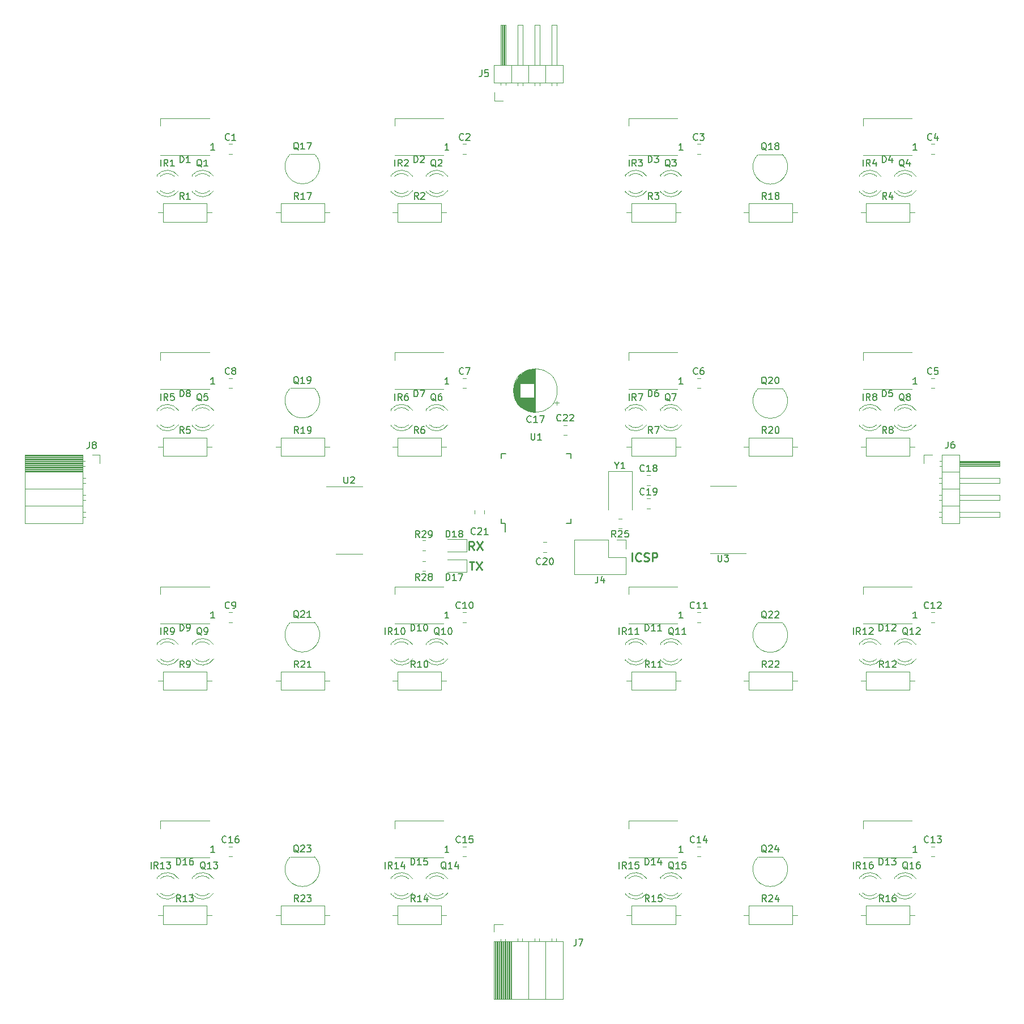
<source format=gbr>
%TF.GenerationSoftware,KiCad,Pcbnew,(7.0.0-0)*%
%TF.CreationDate,2023-05-03T20:48:31-04:00*%
%TF.ProjectId,InteractiveLEDs,496e7465-7261-4637-9469-76654c454473,rev?*%
%TF.SameCoordinates,Original*%
%TF.FileFunction,Legend,Top*%
%TF.FilePolarity,Positive*%
%FSLAX46Y46*%
G04 Gerber Fmt 4.6, Leading zero omitted, Abs format (unit mm)*
G04 Created by KiCad (PCBNEW (7.0.0-0)) date 2023-05-03 20:48:31*
%MOMM*%
%LPD*%
G01*
G04 APERTURE LIST*
%ADD10C,0.250000*%
%ADD11C,0.150000*%
%ADD12C,0.120000*%
G04 APERTURE END LIST*
D10*
X137969047Y-104177976D02*
X138683333Y-104177976D01*
X138326190Y-105427976D02*
X138326190Y-104177976D01*
X138980952Y-104177976D02*
X139814285Y-105427976D01*
X139814285Y-104177976D02*
X138980952Y-105427976D01*
X162297619Y-104127976D02*
X162297619Y-102877976D01*
X163607142Y-104008928D02*
X163547618Y-104068452D01*
X163547618Y-104068452D02*
X163369047Y-104127976D01*
X163369047Y-104127976D02*
X163249999Y-104127976D01*
X163249999Y-104127976D02*
X163071428Y-104068452D01*
X163071428Y-104068452D02*
X162952380Y-103949404D01*
X162952380Y-103949404D02*
X162892857Y-103830357D01*
X162892857Y-103830357D02*
X162833333Y-103592261D01*
X162833333Y-103592261D02*
X162833333Y-103413690D01*
X162833333Y-103413690D02*
X162892857Y-103175595D01*
X162892857Y-103175595D02*
X162952380Y-103056547D01*
X162952380Y-103056547D02*
X163071428Y-102937500D01*
X163071428Y-102937500D02*
X163249999Y-102877976D01*
X163249999Y-102877976D02*
X163369047Y-102877976D01*
X163369047Y-102877976D02*
X163547618Y-102937500D01*
X163547618Y-102937500D02*
X163607142Y-102997023D01*
X164083333Y-104068452D02*
X164261904Y-104127976D01*
X164261904Y-104127976D02*
X164559523Y-104127976D01*
X164559523Y-104127976D02*
X164678571Y-104068452D01*
X164678571Y-104068452D02*
X164738095Y-104008928D01*
X164738095Y-104008928D02*
X164797618Y-103889880D01*
X164797618Y-103889880D02*
X164797618Y-103770833D01*
X164797618Y-103770833D02*
X164738095Y-103651785D01*
X164738095Y-103651785D02*
X164678571Y-103592261D01*
X164678571Y-103592261D02*
X164559523Y-103532738D01*
X164559523Y-103532738D02*
X164321428Y-103473214D01*
X164321428Y-103473214D02*
X164202380Y-103413690D01*
X164202380Y-103413690D02*
X164142857Y-103354166D01*
X164142857Y-103354166D02*
X164083333Y-103235119D01*
X164083333Y-103235119D02*
X164083333Y-103116071D01*
X164083333Y-103116071D02*
X164142857Y-102997023D01*
X164142857Y-102997023D02*
X164202380Y-102937500D01*
X164202380Y-102937500D02*
X164321428Y-102877976D01*
X164321428Y-102877976D02*
X164619047Y-102877976D01*
X164619047Y-102877976D02*
X164797618Y-102937500D01*
X165333333Y-104127976D02*
X165333333Y-102877976D01*
X165333333Y-102877976D02*
X165809523Y-102877976D01*
X165809523Y-102877976D02*
X165928571Y-102937500D01*
X165928571Y-102937500D02*
X165988094Y-102997023D01*
X165988094Y-102997023D02*
X166047618Y-103116071D01*
X166047618Y-103116071D02*
X166047618Y-103294642D01*
X166047618Y-103294642D02*
X165988094Y-103413690D01*
X165988094Y-103413690D02*
X165928571Y-103473214D01*
X165928571Y-103473214D02*
X165809523Y-103532738D01*
X165809523Y-103532738D02*
X165333333Y-103532738D01*
X138661904Y-102427976D02*
X138245238Y-101832738D01*
X137947619Y-102427976D02*
X137947619Y-101177976D01*
X137947619Y-101177976D02*
X138423809Y-101177976D01*
X138423809Y-101177976D02*
X138542857Y-101237500D01*
X138542857Y-101237500D02*
X138602380Y-101297023D01*
X138602380Y-101297023D02*
X138661904Y-101416071D01*
X138661904Y-101416071D02*
X138661904Y-101594642D01*
X138661904Y-101594642D02*
X138602380Y-101713690D01*
X138602380Y-101713690D02*
X138542857Y-101773214D01*
X138542857Y-101773214D02*
X138423809Y-101832738D01*
X138423809Y-101832738D02*
X137947619Y-101832738D01*
X139078571Y-101177976D02*
X139911904Y-102427976D01*
X139911904Y-101177976D02*
X139078571Y-102427976D01*
D11*
%TO.C,IR15*%
X160367619Y-150057380D02*
X160367619Y-149057380D01*
X161415237Y-150057380D02*
X161081904Y-149581190D01*
X160843809Y-150057380D02*
X160843809Y-149057380D01*
X160843809Y-149057380D02*
X161224761Y-149057380D01*
X161224761Y-149057380D02*
X161319999Y-149105000D01*
X161319999Y-149105000D02*
X161367618Y-149152619D01*
X161367618Y-149152619D02*
X161415237Y-149247857D01*
X161415237Y-149247857D02*
X161415237Y-149390714D01*
X161415237Y-149390714D02*
X161367618Y-149485952D01*
X161367618Y-149485952D02*
X161319999Y-149533571D01*
X161319999Y-149533571D02*
X161224761Y-149581190D01*
X161224761Y-149581190D02*
X160843809Y-149581190D01*
X162367618Y-150057380D02*
X161796190Y-150057380D01*
X162081904Y-150057380D02*
X162081904Y-149057380D01*
X162081904Y-149057380D02*
X161986666Y-149200238D01*
X161986666Y-149200238D02*
X161891428Y-149295476D01*
X161891428Y-149295476D02*
X161796190Y-149343095D01*
X163272380Y-149057380D02*
X162796190Y-149057380D01*
X162796190Y-149057380D02*
X162748571Y-149533571D01*
X162748571Y-149533571D02*
X162796190Y-149485952D01*
X162796190Y-149485952D02*
X162891428Y-149438333D01*
X162891428Y-149438333D02*
X163129523Y-149438333D01*
X163129523Y-149438333D02*
X163224761Y-149485952D01*
X163224761Y-149485952D02*
X163272380Y-149533571D01*
X163272380Y-149533571D02*
X163319999Y-149628809D01*
X163319999Y-149628809D02*
X163319999Y-149866904D01*
X163319999Y-149866904D02*
X163272380Y-149962142D01*
X163272380Y-149962142D02*
X163224761Y-150009761D01*
X163224761Y-150009761D02*
X163129523Y-150057380D01*
X163129523Y-150057380D02*
X162891428Y-150057380D01*
X162891428Y-150057380D02*
X162796190Y-150009761D01*
X162796190Y-150009761D02*
X162748571Y-149962142D01*
%TO.C,D18*%
X134480714Y-100517380D02*
X134480714Y-99517380D01*
X134480714Y-99517380D02*
X134718809Y-99517380D01*
X134718809Y-99517380D02*
X134861666Y-99565000D01*
X134861666Y-99565000D02*
X134956904Y-99660238D01*
X134956904Y-99660238D02*
X135004523Y-99755476D01*
X135004523Y-99755476D02*
X135052142Y-99945952D01*
X135052142Y-99945952D02*
X135052142Y-100088809D01*
X135052142Y-100088809D02*
X135004523Y-100279285D01*
X135004523Y-100279285D02*
X134956904Y-100374523D01*
X134956904Y-100374523D02*
X134861666Y-100469761D01*
X134861666Y-100469761D02*
X134718809Y-100517380D01*
X134718809Y-100517380D02*
X134480714Y-100517380D01*
X136004523Y-100517380D02*
X135433095Y-100517380D01*
X135718809Y-100517380D02*
X135718809Y-99517380D01*
X135718809Y-99517380D02*
X135623571Y-99660238D01*
X135623571Y-99660238D02*
X135528333Y-99755476D01*
X135528333Y-99755476D02*
X135433095Y-99803095D01*
X136575952Y-99945952D02*
X136480714Y-99898333D01*
X136480714Y-99898333D02*
X136433095Y-99850714D01*
X136433095Y-99850714D02*
X136385476Y-99755476D01*
X136385476Y-99755476D02*
X136385476Y-99707857D01*
X136385476Y-99707857D02*
X136433095Y-99612619D01*
X136433095Y-99612619D02*
X136480714Y-99565000D01*
X136480714Y-99565000D02*
X136575952Y-99517380D01*
X136575952Y-99517380D02*
X136766428Y-99517380D01*
X136766428Y-99517380D02*
X136861666Y-99565000D01*
X136861666Y-99565000D02*
X136909285Y-99612619D01*
X136909285Y-99612619D02*
X136956904Y-99707857D01*
X136956904Y-99707857D02*
X136956904Y-99755476D01*
X136956904Y-99755476D02*
X136909285Y-99850714D01*
X136909285Y-99850714D02*
X136861666Y-99898333D01*
X136861666Y-99898333D02*
X136766428Y-99945952D01*
X136766428Y-99945952D02*
X136575952Y-99945952D01*
X136575952Y-99945952D02*
X136480714Y-99993571D01*
X136480714Y-99993571D02*
X136433095Y-100041190D01*
X136433095Y-100041190D02*
X136385476Y-100136428D01*
X136385476Y-100136428D02*
X136385476Y-100326904D01*
X136385476Y-100326904D02*
X136433095Y-100422142D01*
X136433095Y-100422142D02*
X136480714Y-100469761D01*
X136480714Y-100469761D02*
X136575952Y-100517380D01*
X136575952Y-100517380D02*
X136766428Y-100517380D01*
X136766428Y-100517380D02*
X136861666Y-100469761D01*
X136861666Y-100469761D02*
X136909285Y-100422142D01*
X136909285Y-100422142D02*
X136956904Y-100326904D01*
X136956904Y-100326904D02*
X136956904Y-100136428D01*
X136956904Y-100136428D02*
X136909285Y-100041190D01*
X136909285Y-100041190D02*
X136861666Y-99993571D01*
X136861666Y-99993571D02*
X136766428Y-99945952D01*
%TO.C,Q6*%
X132974761Y-80152619D02*
X132879523Y-80105000D01*
X132879523Y-80105000D02*
X132784285Y-80009761D01*
X132784285Y-80009761D02*
X132641428Y-79866904D01*
X132641428Y-79866904D02*
X132546190Y-79819285D01*
X132546190Y-79819285D02*
X132450952Y-79819285D01*
X132498571Y-80057380D02*
X132403333Y-80009761D01*
X132403333Y-80009761D02*
X132308095Y-79914523D01*
X132308095Y-79914523D02*
X132260476Y-79724047D01*
X132260476Y-79724047D02*
X132260476Y-79390714D01*
X132260476Y-79390714D02*
X132308095Y-79200238D01*
X132308095Y-79200238D02*
X132403333Y-79105000D01*
X132403333Y-79105000D02*
X132498571Y-79057380D01*
X132498571Y-79057380D02*
X132689047Y-79057380D01*
X132689047Y-79057380D02*
X132784285Y-79105000D01*
X132784285Y-79105000D02*
X132879523Y-79200238D01*
X132879523Y-79200238D02*
X132927142Y-79390714D01*
X132927142Y-79390714D02*
X132927142Y-79724047D01*
X132927142Y-79724047D02*
X132879523Y-79914523D01*
X132879523Y-79914523D02*
X132784285Y-80009761D01*
X132784285Y-80009761D02*
X132689047Y-80057380D01*
X132689047Y-80057380D02*
X132498571Y-80057380D01*
X133784285Y-79057380D02*
X133593809Y-79057380D01*
X133593809Y-79057380D02*
X133498571Y-79105000D01*
X133498571Y-79105000D02*
X133450952Y-79152619D01*
X133450952Y-79152619D02*
X133355714Y-79295476D01*
X133355714Y-79295476D02*
X133308095Y-79485952D01*
X133308095Y-79485952D02*
X133308095Y-79866904D01*
X133308095Y-79866904D02*
X133355714Y-79962142D01*
X133355714Y-79962142D02*
X133403333Y-80009761D01*
X133403333Y-80009761D02*
X133498571Y-80057380D01*
X133498571Y-80057380D02*
X133689047Y-80057380D01*
X133689047Y-80057380D02*
X133784285Y-80009761D01*
X133784285Y-80009761D02*
X133831904Y-79962142D01*
X133831904Y-79962142D02*
X133879523Y-79866904D01*
X133879523Y-79866904D02*
X133879523Y-79628809D01*
X133879523Y-79628809D02*
X133831904Y-79533571D01*
X133831904Y-79533571D02*
X133784285Y-79485952D01*
X133784285Y-79485952D02*
X133689047Y-79438333D01*
X133689047Y-79438333D02*
X133498571Y-79438333D01*
X133498571Y-79438333D02*
X133403333Y-79485952D01*
X133403333Y-79485952D02*
X133355714Y-79533571D01*
X133355714Y-79533571D02*
X133308095Y-79628809D01*
%TO.C,Q13*%
X98498571Y-150152619D02*
X98403333Y-150105000D01*
X98403333Y-150105000D02*
X98308095Y-150009761D01*
X98308095Y-150009761D02*
X98165238Y-149866904D01*
X98165238Y-149866904D02*
X98070000Y-149819285D01*
X98070000Y-149819285D02*
X97974762Y-149819285D01*
X98022381Y-150057380D02*
X97927143Y-150009761D01*
X97927143Y-150009761D02*
X97831905Y-149914523D01*
X97831905Y-149914523D02*
X97784286Y-149724047D01*
X97784286Y-149724047D02*
X97784286Y-149390714D01*
X97784286Y-149390714D02*
X97831905Y-149200238D01*
X97831905Y-149200238D02*
X97927143Y-149105000D01*
X97927143Y-149105000D02*
X98022381Y-149057380D01*
X98022381Y-149057380D02*
X98212857Y-149057380D01*
X98212857Y-149057380D02*
X98308095Y-149105000D01*
X98308095Y-149105000D02*
X98403333Y-149200238D01*
X98403333Y-149200238D02*
X98450952Y-149390714D01*
X98450952Y-149390714D02*
X98450952Y-149724047D01*
X98450952Y-149724047D02*
X98403333Y-149914523D01*
X98403333Y-149914523D02*
X98308095Y-150009761D01*
X98308095Y-150009761D02*
X98212857Y-150057380D01*
X98212857Y-150057380D02*
X98022381Y-150057380D01*
X99403333Y-150057380D02*
X98831905Y-150057380D01*
X99117619Y-150057380D02*
X99117619Y-149057380D01*
X99117619Y-149057380D02*
X99022381Y-149200238D01*
X99022381Y-149200238D02*
X98927143Y-149295476D01*
X98927143Y-149295476D02*
X98831905Y-149343095D01*
X99736667Y-149057380D02*
X100355714Y-149057380D01*
X100355714Y-149057380D02*
X100022381Y-149438333D01*
X100022381Y-149438333D02*
X100165238Y-149438333D01*
X100165238Y-149438333D02*
X100260476Y-149485952D01*
X100260476Y-149485952D02*
X100308095Y-149533571D01*
X100308095Y-149533571D02*
X100355714Y-149628809D01*
X100355714Y-149628809D02*
X100355714Y-149866904D01*
X100355714Y-149866904D02*
X100308095Y-149962142D01*
X100308095Y-149962142D02*
X100260476Y-150009761D01*
X100260476Y-150009761D02*
X100165238Y-150057380D01*
X100165238Y-150057380D02*
X99879524Y-150057380D01*
X99879524Y-150057380D02*
X99784286Y-150009761D01*
X99784286Y-150009761D02*
X99736667Y-149962142D01*
%TO.C,R21*%
X112417142Y-119997380D02*
X112083809Y-119521190D01*
X111845714Y-119997380D02*
X111845714Y-118997380D01*
X111845714Y-118997380D02*
X112226666Y-118997380D01*
X112226666Y-118997380D02*
X112321904Y-119045000D01*
X112321904Y-119045000D02*
X112369523Y-119092619D01*
X112369523Y-119092619D02*
X112417142Y-119187857D01*
X112417142Y-119187857D02*
X112417142Y-119330714D01*
X112417142Y-119330714D02*
X112369523Y-119425952D01*
X112369523Y-119425952D02*
X112321904Y-119473571D01*
X112321904Y-119473571D02*
X112226666Y-119521190D01*
X112226666Y-119521190D02*
X111845714Y-119521190D01*
X112798095Y-119092619D02*
X112845714Y-119045000D01*
X112845714Y-119045000D02*
X112940952Y-118997380D01*
X112940952Y-118997380D02*
X113179047Y-118997380D01*
X113179047Y-118997380D02*
X113274285Y-119045000D01*
X113274285Y-119045000D02*
X113321904Y-119092619D01*
X113321904Y-119092619D02*
X113369523Y-119187857D01*
X113369523Y-119187857D02*
X113369523Y-119283095D01*
X113369523Y-119283095D02*
X113321904Y-119425952D01*
X113321904Y-119425952D02*
X112750476Y-119997380D01*
X112750476Y-119997380D02*
X113369523Y-119997380D01*
X114321904Y-119997380D02*
X113750476Y-119997380D01*
X114036190Y-119997380D02*
X114036190Y-118997380D01*
X114036190Y-118997380D02*
X113940952Y-119140238D01*
X113940952Y-119140238D02*
X113845714Y-119235476D01*
X113845714Y-119235476D02*
X113750476Y-119283095D01*
%TO.C,Q2*%
X132974761Y-45152619D02*
X132879523Y-45105000D01*
X132879523Y-45105000D02*
X132784285Y-45009761D01*
X132784285Y-45009761D02*
X132641428Y-44866904D01*
X132641428Y-44866904D02*
X132546190Y-44819285D01*
X132546190Y-44819285D02*
X132450952Y-44819285D01*
X132498571Y-45057380D02*
X132403333Y-45009761D01*
X132403333Y-45009761D02*
X132308095Y-44914523D01*
X132308095Y-44914523D02*
X132260476Y-44724047D01*
X132260476Y-44724047D02*
X132260476Y-44390714D01*
X132260476Y-44390714D02*
X132308095Y-44200238D01*
X132308095Y-44200238D02*
X132403333Y-44105000D01*
X132403333Y-44105000D02*
X132498571Y-44057380D01*
X132498571Y-44057380D02*
X132689047Y-44057380D01*
X132689047Y-44057380D02*
X132784285Y-44105000D01*
X132784285Y-44105000D02*
X132879523Y-44200238D01*
X132879523Y-44200238D02*
X132927142Y-44390714D01*
X132927142Y-44390714D02*
X132927142Y-44724047D01*
X132927142Y-44724047D02*
X132879523Y-44914523D01*
X132879523Y-44914523D02*
X132784285Y-45009761D01*
X132784285Y-45009761D02*
X132689047Y-45057380D01*
X132689047Y-45057380D02*
X132498571Y-45057380D01*
X133308095Y-44152619D02*
X133355714Y-44105000D01*
X133355714Y-44105000D02*
X133450952Y-44057380D01*
X133450952Y-44057380D02*
X133689047Y-44057380D01*
X133689047Y-44057380D02*
X133784285Y-44105000D01*
X133784285Y-44105000D02*
X133831904Y-44152619D01*
X133831904Y-44152619D02*
X133879523Y-44247857D01*
X133879523Y-44247857D02*
X133879523Y-44343095D01*
X133879523Y-44343095D02*
X133831904Y-44485952D01*
X133831904Y-44485952D02*
X133260476Y-45057380D01*
X133260476Y-45057380D02*
X133879523Y-45057380D01*
%TO.C,D4*%
X199711905Y-44517380D02*
X199711905Y-43517380D01*
X199711905Y-43517380D02*
X199950000Y-43517380D01*
X199950000Y-43517380D02*
X200092857Y-43565000D01*
X200092857Y-43565000D02*
X200188095Y-43660238D01*
X200188095Y-43660238D02*
X200235714Y-43755476D01*
X200235714Y-43755476D02*
X200283333Y-43945952D01*
X200283333Y-43945952D02*
X200283333Y-44088809D01*
X200283333Y-44088809D02*
X200235714Y-44279285D01*
X200235714Y-44279285D02*
X200188095Y-44374523D01*
X200188095Y-44374523D02*
X200092857Y-44469761D01*
X200092857Y-44469761D02*
X199950000Y-44517380D01*
X199950000Y-44517380D02*
X199711905Y-44517380D01*
X201140476Y-43850714D02*
X201140476Y-44517380D01*
X200902381Y-43469761D02*
X200664286Y-44184047D01*
X200664286Y-44184047D02*
X201283333Y-44184047D01*
X204885714Y-42617380D02*
X204314286Y-42617380D01*
X204600000Y-42617380D02*
X204600000Y-41617380D01*
X204600000Y-41617380D02*
X204504762Y-41760238D01*
X204504762Y-41760238D02*
X204409524Y-41855476D01*
X204409524Y-41855476D02*
X204314286Y-41903095D01*
%TO.C,J7*%
X153916666Y-160617380D02*
X153916666Y-161331666D01*
X153916666Y-161331666D02*
X153869047Y-161474523D01*
X153869047Y-161474523D02*
X153773809Y-161569761D01*
X153773809Y-161569761D02*
X153630952Y-161617380D01*
X153630952Y-161617380D02*
X153535714Y-161617380D01*
X154297619Y-160617380D02*
X154964285Y-160617380D01*
X154964285Y-160617380D02*
X154535714Y-161617380D01*
%TO.C,D1*%
X94711905Y-44517380D02*
X94711905Y-43517380D01*
X94711905Y-43517380D02*
X94950000Y-43517380D01*
X94950000Y-43517380D02*
X95092857Y-43565000D01*
X95092857Y-43565000D02*
X95188095Y-43660238D01*
X95188095Y-43660238D02*
X95235714Y-43755476D01*
X95235714Y-43755476D02*
X95283333Y-43945952D01*
X95283333Y-43945952D02*
X95283333Y-44088809D01*
X95283333Y-44088809D02*
X95235714Y-44279285D01*
X95235714Y-44279285D02*
X95188095Y-44374523D01*
X95188095Y-44374523D02*
X95092857Y-44469761D01*
X95092857Y-44469761D02*
X94950000Y-44517380D01*
X94950000Y-44517380D02*
X94711905Y-44517380D01*
X96235714Y-44517380D02*
X95664286Y-44517380D01*
X95950000Y-44517380D02*
X95950000Y-43517380D01*
X95950000Y-43517380D02*
X95854762Y-43660238D01*
X95854762Y-43660238D02*
X95759524Y-43755476D01*
X95759524Y-43755476D02*
X95664286Y-43803095D01*
X99885714Y-42617380D02*
X99314286Y-42617380D01*
X99600000Y-42617380D02*
X99600000Y-41617380D01*
X99600000Y-41617380D02*
X99504762Y-41760238D01*
X99504762Y-41760238D02*
X99409524Y-41855476D01*
X99409524Y-41855476D02*
X99314286Y-41903095D01*
%TO.C,IR7*%
X161843810Y-80057380D02*
X161843810Y-79057380D01*
X162891428Y-80057380D02*
X162558095Y-79581190D01*
X162320000Y-80057380D02*
X162320000Y-79057380D01*
X162320000Y-79057380D02*
X162700952Y-79057380D01*
X162700952Y-79057380D02*
X162796190Y-79105000D01*
X162796190Y-79105000D02*
X162843809Y-79152619D01*
X162843809Y-79152619D02*
X162891428Y-79247857D01*
X162891428Y-79247857D02*
X162891428Y-79390714D01*
X162891428Y-79390714D02*
X162843809Y-79485952D01*
X162843809Y-79485952D02*
X162796190Y-79533571D01*
X162796190Y-79533571D02*
X162700952Y-79581190D01*
X162700952Y-79581190D02*
X162320000Y-79581190D01*
X163224762Y-79057380D02*
X163891428Y-79057380D01*
X163891428Y-79057380D02*
X163462857Y-80057380D01*
%TO.C,Q19*%
X112428571Y-77622619D02*
X112333333Y-77575000D01*
X112333333Y-77575000D02*
X112238095Y-77479761D01*
X112238095Y-77479761D02*
X112095238Y-77336904D01*
X112095238Y-77336904D02*
X112000000Y-77289285D01*
X112000000Y-77289285D02*
X111904762Y-77289285D01*
X111952381Y-77527380D02*
X111857143Y-77479761D01*
X111857143Y-77479761D02*
X111761905Y-77384523D01*
X111761905Y-77384523D02*
X111714286Y-77194047D01*
X111714286Y-77194047D02*
X111714286Y-76860714D01*
X111714286Y-76860714D02*
X111761905Y-76670238D01*
X111761905Y-76670238D02*
X111857143Y-76575000D01*
X111857143Y-76575000D02*
X111952381Y-76527380D01*
X111952381Y-76527380D02*
X112142857Y-76527380D01*
X112142857Y-76527380D02*
X112238095Y-76575000D01*
X112238095Y-76575000D02*
X112333333Y-76670238D01*
X112333333Y-76670238D02*
X112380952Y-76860714D01*
X112380952Y-76860714D02*
X112380952Y-77194047D01*
X112380952Y-77194047D02*
X112333333Y-77384523D01*
X112333333Y-77384523D02*
X112238095Y-77479761D01*
X112238095Y-77479761D02*
X112142857Y-77527380D01*
X112142857Y-77527380D02*
X111952381Y-77527380D01*
X113333333Y-77527380D02*
X112761905Y-77527380D01*
X113047619Y-77527380D02*
X113047619Y-76527380D01*
X113047619Y-76527380D02*
X112952381Y-76670238D01*
X112952381Y-76670238D02*
X112857143Y-76765476D01*
X112857143Y-76765476D02*
X112761905Y-76813095D01*
X113809524Y-77527380D02*
X114000000Y-77527380D01*
X114000000Y-77527380D02*
X114095238Y-77479761D01*
X114095238Y-77479761D02*
X114142857Y-77432142D01*
X114142857Y-77432142D02*
X114238095Y-77289285D01*
X114238095Y-77289285D02*
X114285714Y-77098809D01*
X114285714Y-77098809D02*
X114285714Y-76717857D01*
X114285714Y-76717857D02*
X114238095Y-76622619D01*
X114238095Y-76622619D02*
X114190476Y-76575000D01*
X114190476Y-76575000D02*
X114095238Y-76527380D01*
X114095238Y-76527380D02*
X113904762Y-76527380D01*
X113904762Y-76527380D02*
X113809524Y-76575000D01*
X113809524Y-76575000D02*
X113761905Y-76622619D01*
X113761905Y-76622619D02*
X113714286Y-76717857D01*
X113714286Y-76717857D02*
X113714286Y-76955952D01*
X113714286Y-76955952D02*
X113761905Y-77051190D01*
X113761905Y-77051190D02*
X113809524Y-77098809D01*
X113809524Y-77098809D02*
X113904762Y-77146428D01*
X113904762Y-77146428D02*
X114095238Y-77146428D01*
X114095238Y-77146428D02*
X114190476Y-77098809D01*
X114190476Y-77098809D02*
X114238095Y-77051190D01*
X114238095Y-77051190D02*
X114285714Y-76955952D01*
%TO.C,C3*%
X172083333Y-41092142D02*
X172035714Y-41139761D01*
X172035714Y-41139761D02*
X171892857Y-41187380D01*
X171892857Y-41187380D02*
X171797619Y-41187380D01*
X171797619Y-41187380D02*
X171654762Y-41139761D01*
X171654762Y-41139761D02*
X171559524Y-41044523D01*
X171559524Y-41044523D02*
X171511905Y-40949285D01*
X171511905Y-40949285D02*
X171464286Y-40758809D01*
X171464286Y-40758809D02*
X171464286Y-40615952D01*
X171464286Y-40615952D02*
X171511905Y-40425476D01*
X171511905Y-40425476D02*
X171559524Y-40330238D01*
X171559524Y-40330238D02*
X171654762Y-40235000D01*
X171654762Y-40235000D02*
X171797619Y-40187380D01*
X171797619Y-40187380D02*
X171892857Y-40187380D01*
X171892857Y-40187380D02*
X172035714Y-40235000D01*
X172035714Y-40235000D02*
X172083333Y-40282619D01*
X172416667Y-40187380D02*
X173035714Y-40187380D01*
X173035714Y-40187380D02*
X172702381Y-40568333D01*
X172702381Y-40568333D02*
X172845238Y-40568333D01*
X172845238Y-40568333D02*
X172940476Y-40615952D01*
X172940476Y-40615952D02*
X172988095Y-40663571D01*
X172988095Y-40663571D02*
X173035714Y-40758809D01*
X173035714Y-40758809D02*
X173035714Y-40996904D01*
X173035714Y-40996904D02*
X172988095Y-41092142D01*
X172988095Y-41092142D02*
X172940476Y-41139761D01*
X172940476Y-41139761D02*
X172845238Y-41187380D01*
X172845238Y-41187380D02*
X172559524Y-41187380D01*
X172559524Y-41187380D02*
X172464286Y-41139761D01*
X172464286Y-41139761D02*
X172416667Y-41092142D01*
%TO.C,R17*%
X112417142Y-49997380D02*
X112083809Y-49521190D01*
X111845714Y-49997380D02*
X111845714Y-48997380D01*
X111845714Y-48997380D02*
X112226666Y-48997380D01*
X112226666Y-48997380D02*
X112321904Y-49045000D01*
X112321904Y-49045000D02*
X112369523Y-49092619D01*
X112369523Y-49092619D02*
X112417142Y-49187857D01*
X112417142Y-49187857D02*
X112417142Y-49330714D01*
X112417142Y-49330714D02*
X112369523Y-49425952D01*
X112369523Y-49425952D02*
X112321904Y-49473571D01*
X112321904Y-49473571D02*
X112226666Y-49521190D01*
X112226666Y-49521190D02*
X111845714Y-49521190D01*
X113369523Y-49997380D02*
X112798095Y-49997380D01*
X113083809Y-49997380D02*
X113083809Y-48997380D01*
X113083809Y-48997380D02*
X112988571Y-49140238D01*
X112988571Y-49140238D02*
X112893333Y-49235476D01*
X112893333Y-49235476D02*
X112798095Y-49283095D01*
X113702857Y-48997380D02*
X114369523Y-48997380D01*
X114369523Y-48997380D02*
X113940952Y-49997380D01*
%TO.C,D12*%
X199235714Y-114517380D02*
X199235714Y-113517380D01*
X199235714Y-113517380D02*
X199473809Y-113517380D01*
X199473809Y-113517380D02*
X199616666Y-113565000D01*
X199616666Y-113565000D02*
X199711904Y-113660238D01*
X199711904Y-113660238D02*
X199759523Y-113755476D01*
X199759523Y-113755476D02*
X199807142Y-113945952D01*
X199807142Y-113945952D02*
X199807142Y-114088809D01*
X199807142Y-114088809D02*
X199759523Y-114279285D01*
X199759523Y-114279285D02*
X199711904Y-114374523D01*
X199711904Y-114374523D02*
X199616666Y-114469761D01*
X199616666Y-114469761D02*
X199473809Y-114517380D01*
X199473809Y-114517380D02*
X199235714Y-114517380D01*
X200759523Y-114517380D02*
X200188095Y-114517380D01*
X200473809Y-114517380D02*
X200473809Y-113517380D01*
X200473809Y-113517380D02*
X200378571Y-113660238D01*
X200378571Y-113660238D02*
X200283333Y-113755476D01*
X200283333Y-113755476D02*
X200188095Y-113803095D01*
X201140476Y-113612619D02*
X201188095Y-113565000D01*
X201188095Y-113565000D02*
X201283333Y-113517380D01*
X201283333Y-113517380D02*
X201521428Y-113517380D01*
X201521428Y-113517380D02*
X201616666Y-113565000D01*
X201616666Y-113565000D02*
X201664285Y-113612619D01*
X201664285Y-113612619D02*
X201711904Y-113707857D01*
X201711904Y-113707857D02*
X201711904Y-113803095D01*
X201711904Y-113803095D02*
X201664285Y-113945952D01*
X201664285Y-113945952D02*
X201092857Y-114517380D01*
X201092857Y-114517380D02*
X201711904Y-114517380D01*
X204885714Y-112617380D02*
X204314286Y-112617380D01*
X204600000Y-112617380D02*
X204600000Y-111617380D01*
X204600000Y-111617380D02*
X204504762Y-111760238D01*
X204504762Y-111760238D02*
X204409524Y-111855476D01*
X204409524Y-111855476D02*
X204314286Y-111903095D01*
%TO.C,C19*%
X164107142Y-94092142D02*
X164059523Y-94139761D01*
X164059523Y-94139761D02*
X163916666Y-94187380D01*
X163916666Y-94187380D02*
X163821428Y-94187380D01*
X163821428Y-94187380D02*
X163678571Y-94139761D01*
X163678571Y-94139761D02*
X163583333Y-94044523D01*
X163583333Y-94044523D02*
X163535714Y-93949285D01*
X163535714Y-93949285D02*
X163488095Y-93758809D01*
X163488095Y-93758809D02*
X163488095Y-93615952D01*
X163488095Y-93615952D02*
X163535714Y-93425476D01*
X163535714Y-93425476D02*
X163583333Y-93330238D01*
X163583333Y-93330238D02*
X163678571Y-93235000D01*
X163678571Y-93235000D02*
X163821428Y-93187380D01*
X163821428Y-93187380D02*
X163916666Y-93187380D01*
X163916666Y-93187380D02*
X164059523Y-93235000D01*
X164059523Y-93235000D02*
X164107142Y-93282619D01*
X165059523Y-94187380D02*
X164488095Y-94187380D01*
X164773809Y-94187380D02*
X164773809Y-93187380D01*
X164773809Y-93187380D02*
X164678571Y-93330238D01*
X164678571Y-93330238D02*
X164583333Y-93425476D01*
X164583333Y-93425476D02*
X164488095Y-93473095D01*
X165535714Y-94187380D02*
X165726190Y-94187380D01*
X165726190Y-94187380D02*
X165821428Y-94139761D01*
X165821428Y-94139761D02*
X165869047Y-94092142D01*
X165869047Y-94092142D02*
X165964285Y-93949285D01*
X165964285Y-93949285D02*
X166011904Y-93758809D01*
X166011904Y-93758809D02*
X166011904Y-93377857D01*
X166011904Y-93377857D02*
X165964285Y-93282619D01*
X165964285Y-93282619D02*
X165916666Y-93235000D01*
X165916666Y-93235000D02*
X165821428Y-93187380D01*
X165821428Y-93187380D02*
X165630952Y-93187380D01*
X165630952Y-93187380D02*
X165535714Y-93235000D01*
X165535714Y-93235000D02*
X165488095Y-93282619D01*
X165488095Y-93282619D02*
X165440476Y-93377857D01*
X165440476Y-93377857D02*
X165440476Y-93615952D01*
X165440476Y-93615952D02*
X165488095Y-93711190D01*
X165488095Y-93711190D02*
X165535714Y-93758809D01*
X165535714Y-93758809D02*
X165630952Y-93806428D01*
X165630952Y-93806428D02*
X165821428Y-93806428D01*
X165821428Y-93806428D02*
X165916666Y-93758809D01*
X165916666Y-93758809D02*
X165964285Y-93711190D01*
X165964285Y-93711190D02*
X166011904Y-93615952D01*
%TO.C,R13*%
X94807142Y-154997380D02*
X94473809Y-154521190D01*
X94235714Y-154997380D02*
X94235714Y-153997380D01*
X94235714Y-153997380D02*
X94616666Y-153997380D01*
X94616666Y-153997380D02*
X94711904Y-154045000D01*
X94711904Y-154045000D02*
X94759523Y-154092619D01*
X94759523Y-154092619D02*
X94807142Y-154187857D01*
X94807142Y-154187857D02*
X94807142Y-154330714D01*
X94807142Y-154330714D02*
X94759523Y-154425952D01*
X94759523Y-154425952D02*
X94711904Y-154473571D01*
X94711904Y-154473571D02*
X94616666Y-154521190D01*
X94616666Y-154521190D02*
X94235714Y-154521190D01*
X95759523Y-154997380D02*
X95188095Y-154997380D01*
X95473809Y-154997380D02*
X95473809Y-153997380D01*
X95473809Y-153997380D02*
X95378571Y-154140238D01*
X95378571Y-154140238D02*
X95283333Y-154235476D01*
X95283333Y-154235476D02*
X95188095Y-154283095D01*
X96092857Y-153997380D02*
X96711904Y-153997380D01*
X96711904Y-153997380D02*
X96378571Y-154378333D01*
X96378571Y-154378333D02*
X96521428Y-154378333D01*
X96521428Y-154378333D02*
X96616666Y-154425952D01*
X96616666Y-154425952D02*
X96664285Y-154473571D01*
X96664285Y-154473571D02*
X96711904Y-154568809D01*
X96711904Y-154568809D02*
X96711904Y-154806904D01*
X96711904Y-154806904D02*
X96664285Y-154902142D01*
X96664285Y-154902142D02*
X96616666Y-154949761D01*
X96616666Y-154949761D02*
X96521428Y-154997380D01*
X96521428Y-154997380D02*
X96235714Y-154997380D01*
X96235714Y-154997380D02*
X96140476Y-154949761D01*
X96140476Y-154949761D02*
X96092857Y-154902142D01*
%TO.C,C17*%
X147189522Y-83272142D02*
X147141903Y-83319761D01*
X147141903Y-83319761D02*
X146999046Y-83367380D01*
X146999046Y-83367380D02*
X146903808Y-83367380D01*
X146903808Y-83367380D02*
X146760951Y-83319761D01*
X146760951Y-83319761D02*
X146665713Y-83224523D01*
X146665713Y-83224523D02*
X146618094Y-83129285D01*
X146618094Y-83129285D02*
X146570475Y-82938809D01*
X146570475Y-82938809D02*
X146570475Y-82795952D01*
X146570475Y-82795952D02*
X146618094Y-82605476D01*
X146618094Y-82605476D02*
X146665713Y-82510238D01*
X146665713Y-82510238D02*
X146760951Y-82415000D01*
X146760951Y-82415000D02*
X146903808Y-82367380D01*
X146903808Y-82367380D02*
X146999046Y-82367380D01*
X146999046Y-82367380D02*
X147141903Y-82415000D01*
X147141903Y-82415000D02*
X147189522Y-82462619D01*
X148141903Y-83367380D02*
X147570475Y-83367380D01*
X147856189Y-83367380D02*
X147856189Y-82367380D01*
X147856189Y-82367380D02*
X147760951Y-82510238D01*
X147760951Y-82510238D02*
X147665713Y-82605476D01*
X147665713Y-82605476D02*
X147570475Y-82653095D01*
X148475237Y-82367380D02*
X149141903Y-82367380D01*
X149141903Y-82367380D02*
X148713332Y-83367380D01*
%TO.C,U1*%
X147188095Y-84967380D02*
X147188095Y-85776904D01*
X147188095Y-85776904D02*
X147235714Y-85872142D01*
X147235714Y-85872142D02*
X147283333Y-85919761D01*
X147283333Y-85919761D02*
X147378571Y-85967380D01*
X147378571Y-85967380D02*
X147569047Y-85967380D01*
X147569047Y-85967380D02*
X147664285Y-85919761D01*
X147664285Y-85919761D02*
X147711904Y-85872142D01*
X147711904Y-85872142D02*
X147759523Y-85776904D01*
X147759523Y-85776904D02*
X147759523Y-84967380D01*
X148759523Y-85967380D02*
X148188095Y-85967380D01*
X148473809Y-85967380D02*
X148473809Y-84967380D01*
X148473809Y-84967380D02*
X148378571Y-85110238D01*
X148378571Y-85110238D02*
X148283333Y-85205476D01*
X148283333Y-85205476D02*
X148188095Y-85253095D01*
%TO.C,IR14*%
X125367619Y-150057380D02*
X125367619Y-149057380D01*
X126415237Y-150057380D02*
X126081904Y-149581190D01*
X125843809Y-150057380D02*
X125843809Y-149057380D01*
X125843809Y-149057380D02*
X126224761Y-149057380D01*
X126224761Y-149057380D02*
X126319999Y-149105000D01*
X126319999Y-149105000D02*
X126367618Y-149152619D01*
X126367618Y-149152619D02*
X126415237Y-149247857D01*
X126415237Y-149247857D02*
X126415237Y-149390714D01*
X126415237Y-149390714D02*
X126367618Y-149485952D01*
X126367618Y-149485952D02*
X126319999Y-149533571D01*
X126319999Y-149533571D02*
X126224761Y-149581190D01*
X126224761Y-149581190D02*
X125843809Y-149581190D01*
X127367618Y-150057380D02*
X126796190Y-150057380D01*
X127081904Y-150057380D02*
X127081904Y-149057380D01*
X127081904Y-149057380D02*
X126986666Y-149200238D01*
X126986666Y-149200238D02*
X126891428Y-149295476D01*
X126891428Y-149295476D02*
X126796190Y-149343095D01*
X128224761Y-149390714D02*
X128224761Y-150057380D01*
X127986666Y-149009761D02*
X127748571Y-149724047D01*
X127748571Y-149724047D02*
X128367618Y-149724047D01*
%TO.C,J8*%
X81166666Y-86267380D02*
X81166666Y-86981666D01*
X81166666Y-86981666D02*
X81119047Y-87124523D01*
X81119047Y-87124523D02*
X81023809Y-87219761D01*
X81023809Y-87219761D02*
X80880952Y-87267380D01*
X80880952Y-87267380D02*
X80785714Y-87267380D01*
X81785714Y-86695952D02*
X81690476Y-86648333D01*
X81690476Y-86648333D02*
X81642857Y-86600714D01*
X81642857Y-86600714D02*
X81595238Y-86505476D01*
X81595238Y-86505476D02*
X81595238Y-86457857D01*
X81595238Y-86457857D02*
X81642857Y-86362619D01*
X81642857Y-86362619D02*
X81690476Y-86315000D01*
X81690476Y-86315000D02*
X81785714Y-86267380D01*
X81785714Y-86267380D02*
X81976190Y-86267380D01*
X81976190Y-86267380D02*
X82071428Y-86315000D01*
X82071428Y-86315000D02*
X82119047Y-86362619D01*
X82119047Y-86362619D02*
X82166666Y-86457857D01*
X82166666Y-86457857D02*
X82166666Y-86505476D01*
X82166666Y-86505476D02*
X82119047Y-86600714D01*
X82119047Y-86600714D02*
X82071428Y-86648333D01*
X82071428Y-86648333D02*
X81976190Y-86695952D01*
X81976190Y-86695952D02*
X81785714Y-86695952D01*
X81785714Y-86695952D02*
X81690476Y-86743571D01*
X81690476Y-86743571D02*
X81642857Y-86791190D01*
X81642857Y-86791190D02*
X81595238Y-86886428D01*
X81595238Y-86886428D02*
X81595238Y-87076904D01*
X81595238Y-87076904D02*
X81642857Y-87172142D01*
X81642857Y-87172142D02*
X81690476Y-87219761D01*
X81690476Y-87219761D02*
X81785714Y-87267380D01*
X81785714Y-87267380D02*
X81976190Y-87267380D01*
X81976190Y-87267380D02*
X82071428Y-87219761D01*
X82071428Y-87219761D02*
X82119047Y-87172142D01*
X82119047Y-87172142D02*
X82166666Y-87076904D01*
X82166666Y-87076904D02*
X82166666Y-86886428D01*
X82166666Y-86886428D02*
X82119047Y-86791190D01*
X82119047Y-86791190D02*
X82071428Y-86743571D01*
X82071428Y-86743571D02*
X81976190Y-86695952D01*
%TO.C,D16*%
X94235714Y-149517380D02*
X94235714Y-148517380D01*
X94235714Y-148517380D02*
X94473809Y-148517380D01*
X94473809Y-148517380D02*
X94616666Y-148565000D01*
X94616666Y-148565000D02*
X94711904Y-148660238D01*
X94711904Y-148660238D02*
X94759523Y-148755476D01*
X94759523Y-148755476D02*
X94807142Y-148945952D01*
X94807142Y-148945952D02*
X94807142Y-149088809D01*
X94807142Y-149088809D02*
X94759523Y-149279285D01*
X94759523Y-149279285D02*
X94711904Y-149374523D01*
X94711904Y-149374523D02*
X94616666Y-149469761D01*
X94616666Y-149469761D02*
X94473809Y-149517380D01*
X94473809Y-149517380D02*
X94235714Y-149517380D01*
X95759523Y-149517380D02*
X95188095Y-149517380D01*
X95473809Y-149517380D02*
X95473809Y-148517380D01*
X95473809Y-148517380D02*
X95378571Y-148660238D01*
X95378571Y-148660238D02*
X95283333Y-148755476D01*
X95283333Y-148755476D02*
X95188095Y-148803095D01*
X96616666Y-148517380D02*
X96426190Y-148517380D01*
X96426190Y-148517380D02*
X96330952Y-148565000D01*
X96330952Y-148565000D02*
X96283333Y-148612619D01*
X96283333Y-148612619D02*
X96188095Y-148755476D01*
X96188095Y-148755476D02*
X96140476Y-148945952D01*
X96140476Y-148945952D02*
X96140476Y-149326904D01*
X96140476Y-149326904D02*
X96188095Y-149422142D01*
X96188095Y-149422142D02*
X96235714Y-149469761D01*
X96235714Y-149469761D02*
X96330952Y-149517380D01*
X96330952Y-149517380D02*
X96521428Y-149517380D01*
X96521428Y-149517380D02*
X96616666Y-149469761D01*
X96616666Y-149469761D02*
X96664285Y-149422142D01*
X96664285Y-149422142D02*
X96711904Y-149326904D01*
X96711904Y-149326904D02*
X96711904Y-149088809D01*
X96711904Y-149088809D02*
X96664285Y-148993571D01*
X96664285Y-148993571D02*
X96616666Y-148945952D01*
X96616666Y-148945952D02*
X96521428Y-148898333D01*
X96521428Y-148898333D02*
X96330952Y-148898333D01*
X96330952Y-148898333D02*
X96235714Y-148945952D01*
X96235714Y-148945952D02*
X96188095Y-148993571D01*
X96188095Y-148993571D02*
X96140476Y-149088809D01*
X99885714Y-147617380D02*
X99314286Y-147617380D01*
X99600000Y-147617380D02*
X99600000Y-146617380D01*
X99600000Y-146617380D02*
X99504762Y-146760238D01*
X99504762Y-146760238D02*
X99409524Y-146855476D01*
X99409524Y-146855476D02*
X99314286Y-146903095D01*
%TO.C,D14*%
X164235714Y-149517380D02*
X164235714Y-148517380D01*
X164235714Y-148517380D02*
X164473809Y-148517380D01*
X164473809Y-148517380D02*
X164616666Y-148565000D01*
X164616666Y-148565000D02*
X164711904Y-148660238D01*
X164711904Y-148660238D02*
X164759523Y-148755476D01*
X164759523Y-148755476D02*
X164807142Y-148945952D01*
X164807142Y-148945952D02*
X164807142Y-149088809D01*
X164807142Y-149088809D02*
X164759523Y-149279285D01*
X164759523Y-149279285D02*
X164711904Y-149374523D01*
X164711904Y-149374523D02*
X164616666Y-149469761D01*
X164616666Y-149469761D02*
X164473809Y-149517380D01*
X164473809Y-149517380D02*
X164235714Y-149517380D01*
X165759523Y-149517380D02*
X165188095Y-149517380D01*
X165473809Y-149517380D02*
X165473809Y-148517380D01*
X165473809Y-148517380D02*
X165378571Y-148660238D01*
X165378571Y-148660238D02*
X165283333Y-148755476D01*
X165283333Y-148755476D02*
X165188095Y-148803095D01*
X166616666Y-148850714D02*
X166616666Y-149517380D01*
X166378571Y-148469761D02*
X166140476Y-149184047D01*
X166140476Y-149184047D02*
X166759523Y-149184047D01*
X169885714Y-147617380D02*
X169314286Y-147617380D01*
X169600000Y-147617380D02*
X169600000Y-146617380D01*
X169600000Y-146617380D02*
X169504762Y-146760238D01*
X169504762Y-146760238D02*
X169409524Y-146855476D01*
X169409524Y-146855476D02*
X169314286Y-146903095D01*
%TO.C,C2*%
X137083333Y-41092142D02*
X137035714Y-41139761D01*
X137035714Y-41139761D02*
X136892857Y-41187380D01*
X136892857Y-41187380D02*
X136797619Y-41187380D01*
X136797619Y-41187380D02*
X136654762Y-41139761D01*
X136654762Y-41139761D02*
X136559524Y-41044523D01*
X136559524Y-41044523D02*
X136511905Y-40949285D01*
X136511905Y-40949285D02*
X136464286Y-40758809D01*
X136464286Y-40758809D02*
X136464286Y-40615952D01*
X136464286Y-40615952D02*
X136511905Y-40425476D01*
X136511905Y-40425476D02*
X136559524Y-40330238D01*
X136559524Y-40330238D02*
X136654762Y-40235000D01*
X136654762Y-40235000D02*
X136797619Y-40187380D01*
X136797619Y-40187380D02*
X136892857Y-40187380D01*
X136892857Y-40187380D02*
X137035714Y-40235000D01*
X137035714Y-40235000D02*
X137083333Y-40282619D01*
X137464286Y-40282619D02*
X137511905Y-40235000D01*
X137511905Y-40235000D02*
X137607143Y-40187380D01*
X137607143Y-40187380D02*
X137845238Y-40187380D01*
X137845238Y-40187380D02*
X137940476Y-40235000D01*
X137940476Y-40235000D02*
X137988095Y-40282619D01*
X137988095Y-40282619D02*
X138035714Y-40377857D01*
X138035714Y-40377857D02*
X138035714Y-40473095D01*
X138035714Y-40473095D02*
X137988095Y-40615952D01*
X137988095Y-40615952D02*
X137416667Y-41187380D01*
X137416667Y-41187380D02*
X138035714Y-41187380D01*
%TO.C,Y1*%
X160023809Y-89791190D02*
X160023809Y-90267380D01*
X159690476Y-89267380D02*
X160023809Y-89791190D01*
X160023809Y-89791190D02*
X160357142Y-89267380D01*
X161214285Y-90267380D02*
X160642857Y-90267380D01*
X160928571Y-90267380D02*
X160928571Y-89267380D01*
X160928571Y-89267380D02*
X160833333Y-89410238D01*
X160833333Y-89410238D02*
X160738095Y-89505476D01*
X160738095Y-89505476D02*
X160642857Y-89553095D01*
%TO.C,Q11*%
X168498571Y-115152619D02*
X168403333Y-115105000D01*
X168403333Y-115105000D02*
X168308095Y-115009761D01*
X168308095Y-115009761D02*
X168165238Y-114866904D01*
X168165238Y-114866904D02*
X168070000Y-114819285D01*
X168070000Y-114819285D02*
X167974762Y-114819285D01*
X168022381Y-115057380D02*
X167927143Y-115009761D01*
X167927143Y-115009761D02*
X167831905Y-114914523D01*
X167831905Y-114914523D02*
X167784286Y-114724047D01*
X167784286Y-114724047D02*
X167784286Y-114390714D01*
X167784286Y-114390714D02*
X167831905Y-114200238D01*
X167831905Y-114200238D02*
X167927143Y-114105000D01*
X167927143Y-114105000D02*
X168022381Y-114057380D01*
X168022381Y-114057380D02*
X168212857Y-114057380D01*
X168212857Y-114057380D02*
X168308095Y-114105000D01*
X168308095Y-114105000D02*
X168403333Y-114200238D01*
X168403333Y-114200238D02*
X168450952Y-114390714D01*
X168450952Y-114390714D02*
X168450952Y-114724047D01*
X168450952Y-114724047D02*
X168403333Y-114914523D01*
X168403333Y-114914523D02*
X168308095Y-115009761D01*
X168308095Y-115009761D02*
X168212857Y-115057380D01*
X168212857Y-115057380D02*
X168022381Y-115057380D01*
X169403333Y-115057380D02*
X168831905Y-115057380D01*
X169117619Y-115057380D02*
X169117619Y-114057380D01*
X169117619Y-114057380D02*
X169022381Y-114200238D01*
X169022381Y-114200238D02*
X168927143Y-114295476D01*
X168927143Y-114295476D02*
X168831905Y-114343095D01*
X170355714Y-115057380D02*
X169784286Y-115057380D01*
X170070000Y-115057380D02*
X170070000Y-114057380D01*
X170070000Y-114057380D02*
X169974762Y-114200238D01*
X169974762Y-114200238D02*
X169879524Y-114295476D01*
X169879524Y-114295476D02*
X169784286Y-114343095D01*
%TO.C,IR2*%
X126843810Y-45057380D02*
X126843810Y-44057380D01*
X127891428Y-45057380D02*
X127558095Y-44581190D01*
X127320000Y-45057380D02*
X127320000Y-44057380D01*
X127320000Y-44057380D02*
X127700952Y-44057380D01*
X127700952Y-44057380D02*
X127796190Y-44105000D01*
X127796190Y-44105000D02*
X127843809Y-44152619D01*
X127843809Y-44152619D02*
X127891428Y-44247857D01*
X127891428Y-44247857D02*
X127891428Y-44390714D01*
X127891428Y-44390714D02*
X127843809Y-44485952D01*
X127843809Y-44485952D02*
X127796190Y-44533571D01*
X127796190Y-44533571D02*
X127700952Y-44581190D01*
X127700952Y-44581190D02*
X127320000Y-44581190D01*
X128272381Y-44152619D02*
X128320000Y-44105000D01*
X128320000Y-44105000D02*
X128415238Y-44057380D01*
X128415238Y-44057380D02*
X128653333Y-44057380D01*
X128653333Y-44057380D02*
X128748571Y-44105000D01*
X128748571Y-44105000D02*
X128796190Y-44152619D01*
X128796190Y-44152619D02*
X128843809Y-44247857D01*
X128843809Y-44247857D02*
X128843809Y-44343095D01*
X128843809Y-44343095D02*
X128796190Y-44485952D01*
X128796190Y-44485952D02*
X128224762Y-45057380D01*
X128224762Y-45057380D02*
X128843809Y-45057380D01*
%TO.C,IR11*%
X160367619Y-115057380D02*
X160367619Y-114057380D01*
X161415237Y-115057380D02*
X161081904Y-114581190D01*
X160843809Y-115057380D02*
X160843809Y-114057380D01*
X160843809Y-114057380D02*
X161224761Y-114057380D01*
X161224761Y-114057380D02*
X161319999Y-114105000D01*
X161319999Y-114105000D02*
X161367618Y-114152619D01*
X161367618Y-114152619D02*
X161415237Y-114247857D01*
X161415237Y-114247857D02*
X161415237Y-114390714D01*
X161415237Y-114390714D02*
X161367618Y-114485952D01*
X161367618Y-114485952D02*
X161319999Y-114533571D01*
X161319999Y-114533571D02*
X161224761Y-114581190D01*
X161224761Y-114581190D02*
X160843809Y-114581190D01*
X162367618Y-115057380D02*
X161796190Y-115057380D01*
X162081904Y-115057380D02*
X162081904Y-114057380D01*
X162081904Y-114057380D02*
X161986666Y-114200238D01*
X161986666Y-114200238D02*
X161891428Y-114295476D01*
X161891428Y-114295476D02*
X161796190Y-114343095D01*
X163319999Y-115057380D02*
X162748571Y-115057380D01*
X163034285Y-115057380D02*
X163034285Y-114057380D01*
X163034285Y-114057380D02*
X162939047Y-114200238D01*
X162939047Y-114200238D02*
X162843809Y-114295476D01*
X162843809Y-114295476D02*
X162748571Y-114343095D01*
%TO.C,C6*%
X172083333Y-76092142D02*
X172035714Y-76139761D01*
X172035714Y-76139761D02*
X171892857Y-76187380D01*
X171892857Y-76187380D02*
X171797619Y-76187380D01*
X171797619Y-76187380D02*
X171654762Y-76139761D01*
X171654762Y-76139761D02*
X171559524Y-76044523D01*
X171559524Y-76044523D02*
X171511905Y-75949285D01*
X171511905Y-75949285D02*
X171464286Y-75758809D01*
X171464286Y-75758809D02*
X171464286Y-75615952D01*
X171464286Y-75615952D02*
X171511905Y-75425476D01*
X171511905Y-75425476D02*
X171559524Y-75330238D01*
X171559524Y-75330238D02*
X171654762Y-75235000D01*
X171654762Y-75235000D02*
X171797619Y-75187380D01*
X171797619Y-75187380D02*
X171892857Y-75187380D01*
X171892857Y-75187380D02*
X172035714Y-75235000D01*
X172035714Y-75235000D02*
X172083333Y-75282619D01*
X172940476Y-75187380D02*
X172750000Y-75187380D01*
X172750000Y-75187380D02*
X172654762Y-75235000D01*
X172654762Y-75235000D02*
X172607143Y-75282619D01*
X172607143Y-75282619D02*
X172511905Y-75425476D01*
X172511905Y-75425476D02*
X172464286Y-75615952D01*
X172464286Y-75615952D02*
X172464286Y-75996904D01*
X172464286Y-75996904D02*
X172511905Y-76092142D01*
X172511905Y-76092142D02*
X172559524Y-76139761D01*
X172559524Y-76139761D02*
X172654762Y-76187380D01*
X172654762Y-76187380D02*
X172845238Y-76187380D01*
X172845238Y-76187380D02*
X172940476Y-76139761D01*
X172940476Y-76139761D02*
X172988095Y-76092142D01*
X172988095Y-76092142D02*
X173035714Y-75996904D01*
X173035714Y-75996904D02*
X173035714Y-75758809D01*
X173035714Y-75758809D02*
X172988095Y-75663571D01*
X172988095Y-75663571D02*
X172940476Y-75615952D01*
X172940476Y-75615952D02*
X172845238Y-75568333D01*
X172845238Y-75568333D02*
X172654762Y-75568333D01*
X172654762Y-75568333D02*
X172559524Y-75615952D01*
X172559524Y-75615952D02*
X172511905Y-75663571D01*
X172511905Y-75663571D02*
X172464286Y-75758809D01*
%TO.C,IR9*%
X91843810Y-115057380D02*
X91843810Y-114057380D01*
X92891428Y-115057380D02*
X92558095Y-114581190D01*
X92320000Y-115057380D02*
X92320000Y-114057380D01*
X92320000Y-114057380D02*
X92700952Y-114057380D01*
X92700952Y-114057380D02*
X92796190Y-114105000D01*
X92796190Y-114105000D02*
X92843809Y-114152619D01*
X92843809Y-114152619D02*
X92891428Y-114247857D01*
X92891428Y-114247857D02*
X92891428Y-114390714D01*
X92891428Y-114390714D02*
X92843809Y-114485952D01*
X92843809Y-114485952D02*
X92796190Y-114533571D01*
X92796190Y-114533571D02*
X92700952Y-114581190D01*
X92700952Y-114581190D02*
X92320000Y-114581190D01*
X93367619Y-115057380D02*
X93558095Y-115057380D01*
X93558095Y-115057380D02*
X93653333Y-115009761D01*
X93653333Y-115009761D02*
X93700952Y-114962142D01*
X93700952Y-114962142D02*
X93796190Y-114819285D01*
X93796190Y-114819285D02*
X93843809Y-114628809D01*
X93843809Y-114628809D02*
X93843809Y-114247857D01*
X93843809Y-114247857D02*
X93796190Y-114152619D01*
X93796190Y-114152619D02*
X93748571Y-114105000D01*
X93748571Y-114105000D02*
X93653333Y-114057380D01*
X93653333Y-114057380D02*
X93462857Y-114057380D01*
X93462857Y-114057380D02*
X93367619Y-114105000D01*
X93367619Y-114105000D02*
X93320000Y-114152619D01*
X93320000Y-114152619D02*
X93272381Y-114247857D01*
X93272381Y-114247857D02*
X93272381Y-114485952D01*
X93272381Y-114485952D02*
X93320000Y-114581190D01*
X93320000Y-114581190D02*
X93367619Y-114628809D01*
X93367619Y-114628809D02*
X93462857Y-114676428D01*
X93462857Y-114676428D02*
X93653333Y-114676428D01*
X93653333Y-114676428D02*
X93748571Y-114628809D01*
X93748571Y-114628809D02*
X93796190Y-114581190D01*
X93796190Y-114581190D02*
X93843809Y-114485952D01*
%TO.C,C22*%
X151657142Y-83072142D02*
X151609523Y-83119761D01*
X151609523Y-83119761D02*
X151466666Y-83167380D01*
X151466666Y-83167380D02*
X151371428Y-83167380D01*
X151371428Y-83167380D02*
X151228571Y-83119761D01*
X151228571Y-83119761D02*
X151133333Y-83024523D01*
X151133333Y-83024523D02*
X151085714Y-82929285D01*
X151085714Y-82929285D02*
X151038095Y-82738809D01*
X151038095Y-82738809D02*
X151038095Y-82595952D01*
X151038095Y-82595952D02*
X151085714Y-82405476D01*
X151085714Y-82405476D02*
X151133333Y-82310238D01*
X151133333Y-82310238D02*
X151228571Y-82215000D01*
X151228571Y-82215000D02*
X151371428Y-82167380D01*
X151371428Y-82167380D02*
X151466666Y-82167380D01*
X151466666Y-82167380D02*
X151609523Y-82215000D01*
X151609523Y-82215000D02*
X151657142Y-82262619D01*
X152038095Y-82262619D02*
X152085714Y-82215000D01*
X152085714Y-82215000D02*
X152180952Y-82167380D01*
X152180952Y-82167380D02*
X152419047Y-82167380D01*
X152419047Y-82167380D02*
X152514285Y-82215000D01*
X152514285Y-82215000D02*
X152561904Y-82262619D01*
X152561904Y-82262619D02*
X152609523Y-82357857D01*
X152609523Y-82357857D02*
X152609523Y-82453095D01*
X152609523Y-82453095D02*
X152561904Y-82595952D01*
X152561904Y-82595952D02*
X151990476Y-83167380D01*
X151990476Y-83167380D02*
X152609523Y-83167380D01*
X152990476Y-82262619D02*
X153038095Y-82215000D01*
X153038095Y-82215000D02*
X153133333Y-82167380D01*
X153133333Y-82167380D02*
X153371428Y-82167380D01*
X153371428Y-82167380D02*
X153466666Y-82215000D01*
X153466666Y-82215000D02*
X153514285Y-82262619D01*
X153514285Y-82262619D02*
X153561904Y-82357857D01*
X153561904Y-82357857D02*
X153561904Y-82453095D01*
X153561904Y-82453095D02*
X153514285Y-82595952D01*
X153514285Y-82595952D02*
X152942857Y-83167380D01*
X152942857Y-83167380D02*
X153561904Y-83167380D01*
%TO.C,D11*%
X164235714Y-114517380D02*
X164235714Y-113517380D01*
X164235714Y-113517380D02*
X164473809Y-113517380D01*
X164473809Y-113517380D02*
X164616666Y-113565000D01*
X164616666Y-113565000D02*
X164711904Y-113660238D01*
X164711904Y-113660238D02*
X164759523Y-113755476D01*
X164759523Y-113755476D02*
X164807142Y-113945952D01*
X164807142Y-113945952D02*
X164807142Y-114088809D01*
X164807142Y-114088809D02*
X164759523Y-114279285D01*
X164759523Y-114279285D02*
X164711904Y-114374523D01*
X164711904Y-114374523D02*
X164616666Y-114469761D01*
X164616666Y-114469761D02*
X164473809Y-114517380D01*
X164473809Y-114517380D02*
X164235714Y-114517380D01*
X165759523Y-114517380D02*
X165188095Y-114517380D01*
X165473809Y-114517380D02*
X165473809Y-113517380D01*
X165473809Y-113517380D02*
X165378571Y-113660238D01*
X165378571Y-113660238D02*
X165283333Y-113755476D01*
X165283333Y-113755476D02*
X165188095Y-113803095D01*
X166711904Y-114517380D02*
X166140476Y-114517380D01*
X166426190Y-114517380D02*
X166426190Y-113517380D01*
X166426190Y-113517380D02*
X166330952Y-113660238D01*
X166330952Y-113660238D02*
X166235714Y-113755476D01*
X166235714Y-113755476D02*
X166140476Y-113803095D01*
X169885714Y-112617380D02*
X169314286Y-112617380D01*
X169600000Y-112617380D02*
X169600000Y-111617380D01*
X169600000Y-111617380D02*
X169504762Y-111760238D01*
X169504762Y-111760238D02*
X169409524Y-111855476D01*
X169409524Y-111855476D02*
X169314286Y-111903095D01*
%TO.C,C15*%
X136607142Y-146092142D02*
X136559523Y-146139761D01*
X136559523Y-146139761D02*
X136416666Y-146187380D01*
X136416666Y-146187380D02*
X136321428Y-146187380D01*
X136321428Y-146187380D02*
X136178571Y-146139761D01*
X136178571Y-146139761D02*
X136083333Y-146044523D01*
X136083333Y-146044523D02*
X136035714Y-145949285D01*
X136035714Y-145949285D02*
X135988095Y-145758809D01*
X135988095Y-145758809D02*
X135988095Y-145615952D01*
X135988095Y-145615952D02*
X136035714Y-145425476D01*
X136035714Y-145425476D02*
X136083333Y-145330238D01*
X136083333Y-145330238D02*
X136178571Y-145235000D01*
X136178571Y-145235000D02*
X136321428Y-145187380D01*
X136321428Y-145187380D02*
X136416666Y-145187380D01*
X136416666Y-145187380D02*
X136559523Y-145235000D01*
X136559523Y-145235000D02*
X136607142Y-145282619D01*
X137559523Y-146187380D02*
X136988095Y-146187380D01*
X137273809Y-146187380D02*
X137273809Y-145187380D01*
X137273809Y-145187380D02*
X137178571Y-145330238D01*
X137178571Y-145330238D02*
X137083333Y-145425476D01*
X137083333Y-145425476D02*
X136988095Y-145473095D01*
X138464285Y-145187380D02*
X137988095Y-145187380D01*
X137988095Y-145187380D02*
X137940476Y-145663571D01*
X137940476Y-145663571D02*
X137988095Y-145615952D01*
X137988095Y-145615952D02*
X138083333Y-145568333D01*
X138083333Y-145568333D02*
X138321428Y-145568333D01*
X138321428Y-145568333D02*
X138416666Y-145615952D01*
X138416666Y-145615952D02*
X138464285Y-145663571D01*
X138464285Y-145663571D02*
X138511904Y-145758809D01*
X138511904Y-145758809D02*
X138511904Y-145996904D01*
X138511904Y-145996904D02*
X138464285Y-146092142D01*
X138464285Y-146092142D02*
X138416666Y-146139761D01*
X138416666Y-146139761D02*
X138321428Y-146187380D01*
X138321428Y-146187380D02*
X138083333Y-146187380D01*
X138083333Y-146187380D02*
X137988095Y-146139761D01*
X137988095Y-146139761D02*
X137940476Y-146092142D01*
%TO.C,C16*%
X101607142Y-146092142D02*
X101559523Y-146139761D01*
X101559523Y-146139761D02*
X101416666Y-146187380D01*
X101416666Y-146187380D02*
X101321428Y-146187380D01*
X101321428Y-146187380D02*
X101178571Y-146139761D01*
X101178571Y-146139761D02*
X101083333Y-146044523D01*
X101083333Y-146044523D02*
X101035714Y-145949285D01*
X101035714Y-145949285D02*
X100988095Y-145758809D01*
X100988095Y-145758809D02*
X100988095Y-145615952D01*
X100988095Y-145615952D02*
X101035714Y-145425476D01*
X101035714Y-145425476D02*
X101083333Y-145330238D01*
X101083333Y-145330238D02*
X101178571Y-145235000D01*
X101178571Y-145235000D02*
X101321428Y-145187380D01*
X101321428Y-145187380D02*
X101416666Y-145187380D01*
X101416666Y-145187380D02*
X101559523Y-145235000D01*
X101559523Y-145235000D02*
X101607142Y-145282619D01*
X102559523Y-146187380D02*
X101988095Y-146187380D01*
X102273809Y-146187380D02*
X102273809Y-145187380D01*
X102273809Y-145187380D02*
X102178571Y-145330238D01*
X102178571Y-145330238D02*
X102083333Y-145425476D01*
X102083333Y-145425476D02*
X101988095Y-145473095D01*
X103416666Y-145187380D02*
X103226190Y-145187380D01*
X103226190Y-145187380D02*
X103130952Y-145235000D01*
X103130952Y-145235000D02*
X103083333Y-145282619D01*
X103083333Y-145282619D02*
X102988095Y-145425476D01*
X102988095Y-145425476D02*
X102940476Y-145615952D01*
X102940476Y-145615952D02*
X102940476Y-145996904D01*
X102940476Y-145996904D02*
X102988095Y-146092142D01*
X102988095Y-146092142D02*
X103035714Y-146139761D01*
X103035714Y-146139761D02*
X103130952Y-146187380D01*
X103130952Y-146187380D02*
X103321428Y-146187380D01*
X103321428Y-146187380D02*
X103416666Y-146139761D01*
X103416666Y-146139761D02*
X103464285Y-146092142D01*
X103464285Y-146092142D02*
X103511904Y-145996904D01*
X103511904Y-145996904D02*
X103511904Y-145758809D01*
X103511904Y-145758809D02*
X103464285Y-145663571D01*
X103464285Y-145663571D02*
X103416666Y-145615952D01*
X103416666Y-145615952D02*
X103321428Y-145568333D01*
X103321428Y-145568333D02*
X103130952Y-145568333D01*
X103130952Y-145568333D02*
X103035714Y-145615952D01*
X103035714Y-145615952D02*
X102988095Y-145663571D01*
X102988095Y-145663571D02*
X102940476Y-145758809D01*
%TO.C,R22*%
X182357142Y-119997380D02*
X182023809Y-119521190D01*
X181785714Y-119997380D02*
X181785714Y-118997380D01*
X181785714Y-118997380D02*
X182166666Y-118997380D01*
X182166666Y-118997380D02*
X182261904Y-119045000D01*
X182261904Y-119045000D02*
X182309523Y-119092619D01*
X182309523Y-119092619D02*
X182357142Y-119187857D01*
X182357142Y-119187857D02*
X182357142Y-119330714D01*
X182357142Y-119330714D02*
X182309523Y-119425952D01*
X182309523Y-119425952D02*
X182261904Y-119473571D01*
X182261904Y-119473571D02*
X182166666Y-119521190D01*
X182166666Y-119521190D02*
X181785714Y-119521190D01*
X182738095Y-119092619D02*
X182785714Y-119045000D01*
X182785714Y-119045000D02*
X182880952Y-118997380D01*
X182880952Y-118997380D02*
X183119047Y-118997380D01*
X183119047Y-118997380D02*
X183214285Y-119045000D01*
X183214285Y-119045000D02*
X183261904Y-119092619D01*
X183261904Y-119092619D02*
X183309523Y-119187857D01*
X183309523Y-119187857D02*
X183309523Y-119283095D01*
X183309523Y-119283095D02*
X183261904Y-119425952D01*
X183261904Y-119425952D02*
X182690476Y-119997380D01*
X182690476Y-119997380D02*
X183309523Y-119997380D01*
X183690476Y-119092619D02*
X183738095Y-119045000D01*
X183738095Y-119045000D02*
X183833333Y-118997380D01*
X183833333Y-118997380D02*
X184071428Y-118997380D01*
X184071428Y-118997380D02*
X184166666Y-119045000D01*
X184166666Y-119045000D02*
X184214285Y-119092619D01*
X184214285Y-119092619D02*
X184261904Y-119187857D01*
X184261904Y-119187857D02*
X184261904Y-119283095D01*
X184261904Y-119283095D02*
X184214285Y-119425952D01*
X184214285Y-119425952D02*
X183642857Y-119997380D01*
X183642857Y-119997380D02*
X184261904Y-119997380D01*
%TO.C,IR10*%
X125367619Y-115057380D02*
X125367619Y-114057380D01*
X126415237Y-115057380D02*
X126081904Y-114581190D01*
X125843809Y-115057380D02*
X125843809Y-114057380D01*
X125843809Y-114057380D02*
X126224761Y-114057380D01*
X126224761Y-114057380D02*
X126319999Y-114105000D01*
X126319999Y-114105000D02*
X126367618Y-114152619D01*
X126367618Y-114152619D02*
X126415237Y-114247857D01*
X126415237Y-114247857D02*
X126415237Y-114390714D01*
X126415237Y-114390714D02*
X126367618Y-114485952D01*
X126367618Y-114485952D02*
X126319999Y-114533571D01*
X126319999Y-114533571D02*
X126224761Y-114581190D01*
X126224761Y-114581190D02*
X125843809Y-114581190D01*
X127367618Y-115057380D02*
X126796190Y-115057380D01*
X127081904Y-115057380D02*
X127081904Y-114057380D01*
X127081904Y-114057380D02*
X126986666Y-114200238D01*
X126986666Y-114200238D02*
X126891428Y-114295476D01*
X126891428Y-114295476D02*
X126796190Y-114343095D01*
X127986666Y-114057380D02*
X128081904Y-114057380D01*
X128081904Y-114057380D02*
X128177142Y-114105000D01*
X128177142Y-114105000D02*
X128224761Y-114152619D01*
X128224761Y-114152619D02*
X128272380Y-114247857D01*
X128272380Y-114247857D02*
X128319999Y-114438333D01*
X128319999Y-114438333D02*
X128319999Y-114676428D01*
X128319999Y-114676428D02*
X128272380Y-114866904D01*
X128272380Y-114866904D02*
X128224761Y-114962142D01*
X128224761Y-114962142D02*
X128177142Y-115009761D01*
X128177142Y-115009761D02*
X128081904Y-115057380D01*
X128081904Y-115057380D02*
X127986666Y-115057380D01*
X127986666Y-115057380D02*
X127891428Y-115009761D01*
X127891428Y-115009761D02*
X127843809Y-114962142D01*
X127843809Y-114962142D02*
X127796190Y-114866904D01*
X127796190Y-114866904D02*
X127748571Y-114676428D01*
X127748571Y-114676428D02*
X127748571Y-114438333D01*
X127748571Y-114438333D02*
X127796190Y-114247857D01*
X127796190Y-114247857D02*
X127843809Y-114152619D01*
X127843809Y-114152619D02*
X127891428Y-114105000D01*
X127891428Y-114105000D02*
X127986666Y-114057380D01*
%TO.C,C13*%
X206607142Y-146092142D02*
X206559523Y-146139761D01*
X206559523Y-146139761D02*
X206416666Y-146187380D01*
X206416666Y-146187380D02*
X206321428Y-146187380D01*
X206321428Y-146187380D02*
X206178571Y-146139761D01*
X206178571Y-146139761D02*
X206083333Y-146044523D01*
X206083333Y-146044523D02*
X206035714Y-145949285D01*
X206035714Y-145949285D02*
X205988095Y-145758809D01*
X205988095Y-145758809D02*
X205988095Y-145615952D01*
X205988095Y-145615952D02*
X206035714Y-145425476D01*
X206035714Y-145425476D02*
X206083333Y-145330238D01*
X206083333Y-145330238D02*
X206178571Y-145235000D01*
X206178571Y-145235000D02*
X206321428Y-145187380D01*
X206321428Y-145187380D02*
X206416666Y-145187380D01*
X206416666Y-145187380D02*
X206559523Y-145235000D01*
X206559523Y-145235000D02*
X206607142Y-145282619D01*
X207559523Y-146187380D02*
X206988095Y-146187380D01*
X207273809Y-146187380D02*
X207273809Y-145187380D01*
X207273809Y-145187380D02*
X207178571Y-145330238D01*
X207178571Y-145330238D02*
X207083333Y-145425476D01*
X207083333Y-145425476D02*
X206988095Y-145473095D01*
X207892857Y-145187380D02*
X208511904Y-145187380D01*
X208511904Y-145187380D02*
X208178571Y-145568333D01*
X208178571Y-145568333D02*
X208321428Y-145568333D01*
X208321428Y-145568333D02*
X208416666Y-145615952D01*
X208416666Y-145615952D02*
X208464285Y-145663571D01*
X208464285Y-145663571D02*
X208511904Y-145758809D01*
X208511904Y-145758809D02*
X208511904Y-145996904D01*
X208511904Y-145996904D02*
X208464285Y-146092142D01*
X208464285Y-146092142D02*
X208416666Y-146139761D01*
X208416666Y-146139761D02*
X208321428Y-146187380D01*
X208321428Y-146187380D02*
X208035714Y-146187380D01*
X208035714Y-146187380D02*
X207940476Y-146139761D01*
X207940476Y-146139761D02*
X207892857Y-146092142D01*
%TO.C,Q8*%
X202974761Y-80152619D02*
X202879523Y-80105000D01*
X202879523Y-80105000D02*
X202784285Y-80009761D01*
X202784285Y-80009761D02*
X202641428Y-79866904D01*
X202641428Y-79866904D02*
X202546190Y-79819285D01*
X202546190Y-79819285D02*
X202450952Y-79819285D01*
X202498571Y-80057380D02*
X202403333Y-80009761D01*
X202403333Y-80009761D02*
X202308095Y-79914523D01*
X202308095Y-79914523D02*
X202260476Y-79724047D01*
X202260476Y-79724047D02*
X202260476Y-79390714D01*
X202260476Y-79390714D02*
X202308095Y-79200238D01*
X202308095Y-79200238D02*
X202403333Y-79105000D01*
X202403333Y-79105000D02*
X202498571Y-79057380D01*
X202498571Y-79057380D02*
X202689047Y-79057380D01*
X202689047Y-79057380D02*
X202784285Y-79105000D01*
X202784285Y-79105000D02*
X202879523Y-79200238D01*
X202879523Y-79200238D02*
X202927142Y-79390714D01*
X202927142Y-79390714D02*
X202927142Y-79724047D01*
X202927142Y-79724047D02*
X202879523Y-79914523D01*
X202879523Y-79914523D02*
X202784285Y-80009761D01*
X202784285Y-80009761D02*
X202689047Y-80057380D01*
X202689047Y-80057380D02*
X202498571Y-80057380D01*
X203498571Y-79485952D02*
X203403333Y-79438333D01*
X203403333Y-79438333D02*
X203355714Y-79390714D01*
X203355714Y-79390714D02*
X203308095Y-79295476D01*
X203308095Y-79295476D02*
X203308095Y-79247857D01*
X203308095Y-79247857D02*
X203355714Y-79152619D01*
X203355714Y-79152619D02*
X203403333Y-79105000D01*
X203403333Y-79105000D02*
X203498571Y-79057380D01*
X203498571Y-79057380D02*
X203689047Y-79057380D01*
X203689047Y-79057380D02*
X203784285Y-79105000D01*
X203784285Y-79105000D02*
X203831904Y-79152619D01*
X203831904Y-79152619D02*
X203879523Y-79247857D01*
X203879523Y-79247857D02*
X203879523Y-79295476D01*
X203879523Y-79295476D02*
X203831904Y-79390714D01*
X203831904Y-79390714D02*
X203784285Y-79438333D01*
X203784285Y-79438333D02*
X203689047Y-79485952D01*
X203689047Y-79485952D02*
X203498571Y-79485952D01*
X203498571Y-79485952D02*
X203403333Y-79533571D01*
X203403333Y-79533571D02*
X203355714Y-79581190D01*
X203355714Y-79581190D02*
X203308095Y-79676428D01*
X203308095Y-79676428D02*
X203308095Y-79866904D01*
X203308095Y-79866904D02*
X203355714Y-79962142D01*
X203355714Y-79962142D02*
X203403333Y-80009761D01*
X203403333Y-80009761D02*
X203498571Y-80057380D01*
X203498571Y-80057380D02*
X203689047Y-80057380D01*
X203689047Y-80057380D02*
X203784285Y-80009761D01*
X203784285Y-80009761D02*
X203831904Y-79962142D01*
X203831904Y-79962142D02*
X203879523Y-79866904D01*
X203879523Y-79866904D02*
X203879523Y-79676428D01*
X203879523Y-79676428D02*
X203831904Y-79581190D01*
X203831904Y-79581190D02*
X203784285Y-79533571D01*
X203784285Y-79533571D02*
X203689047Y-79485952D01*
%TO.C,C18*%
X164107142Y-90592142D02*
X164059523Y-90639761D01*
X164059523Y-90639761D02*
X163916666Y-90687380D01*
X163916666Y-90687380D02*
X163821428Y-90687380D01*
X163821428Y-90687380D02*
X163678571Y-90639761D01*
X163678571Y-90639761D02*
X163583333Y-90544523D01*
X163583333Y-90544523D02*
X163535714Y-90449285D01*
X163535714Y-90449285D02*
X163488095Y-90258809D01*
X163488095Y-90258809D02*
X163488095Y-90115952D01*
X163488095Y-90115952D02*
X163535714Y-89925476D01*
X163535714Y-89925476D02*
X163583333Y-89830238D01*
X163583333Y-89830238D02*
X163678571Y-89735000D01*
X163678571Y-89735000D02*
X163821428Y-89687380D01*
X163821428Y-89687380D02*
X163916666Y-89687380D01*
X163916666Y-89687380D02*
X164059523Y-89735000D01*
X164059523Y-89735000D02*
X164107142Y-89782619D01*
X165059523Y-90687380D02*
X164488095Y-90687380D01*
X164773809Y-90687380D02*
X164773809Y-89687380D01*
X164773809Y-89687380D02*
X164678571Y-89830238D01*
X164678571Y-89830238D02*
X164583333Y-89925476D01*
X164583333Y-89925476D02*
X164488095Y-89973095D01*
X165630952Y-90115952D02*
X165535714Y-90068333D01*
X165535714Y-90068333D02*
X165488095Y-90020714D01*
X165488095Y-90020714D02*
X165440476Y-89925476D01*
X165440476Y-89925476D02*
X165440476Y-89877857D01*
X165440476Y-89877857D02*
X165488095Y-89782619D01*
X165488095Y-89782619D02*
X165535714Y-89735000D01*
X165535714Y-89735000D02*
X165630952Y-89687380D01*
X165630952Y-89687380D02*
X165821428Y-89687380D01*
X165821428Y-89687380D02*
X165916666Y-89735000D01*
X165916666Y-89735000D02*
X165964285Y-89782619D01*
X165964285Y-89782619D02*
X166011904Y-89877857D01*
X166011904Y-89877857D02*
X166011904Y-89925476D01*
X166011904Y-89925476D02*
X165964285Y-90020714D01*
X165964285Y-90020714D02*
X165916666Y-90068333D01*
X165916666Y-90068333D02*
X165821428Y-90115952D01*
X165821428Y-90115952D02*
X165630952Y-90115952D01*
X165630952Y-90115952D02*
X165535714Y-90163571D01*
X165535714Y-90163571D02*
X165488095Y-90211190D01*
X165488095Y-90211190D02*
X165440476Y-90306428D01*
X165440476Y-90306428D02*
X165440476Y-90496904D01*
X165440476Y-90496904D02*
X165488095Y-90592142D01*
X165488095Y-90592142D02*
X165535714Y-90639761D01*
X165535714Y-90639761D02*
X165630952Y-90687380D01*
X165630952Y-90687380D02*
X165821428Y-90687380D01*
X165821428Y-90687380D02*
X165916666Y-90639761D01*
X165916666Y-90639761D02*
X165964285Y-90592142D01*
X165964285Y-90592142D02*
X166011904Y-90496904D01*
X166011904Y-90496904D02*
X166011904Y-90306428D01*
X166011904Y-90306428D02*
X165964285Y-90211190D01*
X165964285Y-90211190D02*
X165916666Y-90163571D01*
X165916666Y-90163571D02*
X165821428Y-90115952D01*
%TO.C,Q23*%
X112428571Y-147672619D02*
X112333333Y-147625000D01*
X112333333Y-147625000D02*
X112238095Y-147529761D01*
X112238095Y-147529761D02*
X112095238Y-147386904D01*
X112095238Y-147386904D02*
X112000000Y-147339285D01*
X112000000Y-147339285D02*
X111904762Y-147339285D01*
X111952381Y-147577380D02*
X111857143Y-147529761D01*
X111857143Y-147529761D02*
X111761905Y-147434523D01*
X111761905Y-147434523D02*
X111714286Y-147244047D01*
X111714286Y-147244047D02*
X111714286Y-146910714D01*
X111714286Y-146910714D02*
X111761905Y-146720238D01*
X111761905Y-146720238D02*
X111857143Y-146625000D01*
X111857143Y-146625000D02*
X111952381Y-146577380D01*
X111952381Y-146577380D02*
X112142857Y-146577380D01*
X112142857Y-146577380D02*
X112238095Y-146625000D01*
X112238095Y-146625000D02*
X112333333Y-146720238D01*
X112333333Y-146720238D02*
X112380952Y-146910714D01*
X112380952Y-146910714D02*
X112380952Y-147244047D01*
X112380952Y-147244047D02*
X112333333Y-147434523D01*
X112333333Y-147434523D02*
X112238095Y-147529761D01*
X112238095Y-147529761D02*
X112142857Y-147577380D01*
X112142857Y-147577380D02*
X111952381Y-147577380D01*
X112761905Y-146672619D02*
X112809524Y-146625000D01*
X112809524Y-146625000D02*
X112904762Y-146577380D01*
X112904762Y-146577380D02*
X113142857Y-146577380D01*
X113142857Y-146577380D02*
X113238095Y-146625000D01*
X113238095Y-146625000D02*
X113285714Y-146672619D01*
X113285714Y-146672619D02*
X113333333Y-146767857D01*
X113333333Y-146767857D02*
X113333333Y-146863095D01*
X113333333Y-146863095D02*
X113285714Y-147005952D01*
X113285714Y-147005952D02*
X112714286Y-147577380D01*
X112714286Y-147577380D02*
X113333333Y-147577380D01*
X113666667Y-146577380D02*
X114285714Y-146577380D01*
X114285714Y-146577380D02*
X113952381Y-146958333D01*
X113952381Y-146958333D02*
X114095238Y-146958333D01*
X114095238Y-146958333D02*
X114190476Y-147005952D01*
X114190476Y-147005952D02*
X114238095Y-147053571D01*
X114238095Y-147053571D02*
X114285714Y-147148809D01*
X114285714Y-147148809D02*
X114285714Y-147386904D01*
X114285714Y-147386904D02*
X114238095Y-147482142D01*
X114238095Y-147482142D02*
X114190476Y-147529761D01*
X114190476Y-147529761D02*
X114095238Y-147577380D01*
X114095238Y-147577380D02*
X113809524Y-147577380D01*
X113809524Y-147577380D02*
X113714286Y-147529761D01*
X113714286Y-147529761D02*
X113666667Y-147482142D01*
%TO.C,C8*%
X102083333Y-76092142D02*
X102035714Y-76139761D01*
X102035714Y-76139761D02*
X101892857Y-76187380D01*
X101892857Y-76187380D02*
X101797619Y-76187380D01*
X101797619Y-76187380D02*
X101654762Y-76139761D01*
X101654762Y-76139761D02*
X101559524Y-76044523D01*
X101559524Y-76044523D02*
X101511905Y-75949285D01*
X101511905Y-75949285D02*
X101464286Y-75758809D01*
X101464286Y-75758809D02*
X101464286Y-75615952D01*
X101464286Y-75615952D02*
X101511905Y-75425476D01*
X101511905Y-75425476D02*
X101559524Y-75330238D01*
X101559524Y-75330238D02*
X101654762Y-75235000D01*
X101654762Y-75235000D02*
X101797619Y-75187380D01*
X101797619Y-75187380D02*
X101892857Y-75187380D01*
X101892857Y-75187380D02*
X102035714Y-75235000D01*
X102035714Y-75235000D02*
X102083333Y-75282619D01*
X102654762Y-75615952D02*
X102559524Y-75568333D01*
X102559524Y-75568333D02*
X102511905Y-75520714D01*
X102511905Y-75520714D02*
X102464286Y-75425476D01*
X102464286Y-75425476D02*
X102464286Y-75377857D01*
X102464286Y-75377857D02*
X102511905Y-75282619D01*
X102511905Y-75282619D02*
X102559524Y-75235000D01*
X102559524Y-75235000D02*
X102654762Y-75187380D01*
X102654762Y-75187380D02*
X102845238Y-75187380D01*
X102845238Y-75187380D02*
X102940476Y-75235000D01*
X102940476Y-75235000D02*
X102988095Y-75282619D01*
X102988095Y-75282619D02*
X103035714Y-75377857D01*
X103035714Y-75377857D02*
X103035714Y-75425476D01*
X103035714Y-75425476D02*
X102988095Y-75520714D01*
X102988095Y-75520714D02*
X102940476Y-75568333D01*
X102940476Y-75568333D02*
X102845238Y-75615952D01*
X102845238Y-75615952D02*
X102654762Y-75615952D01*
X102654762Y-75615952D02*
X102559524Y-75663571D01*
X102559524Y-75663571D02*
X102511905Y-75711190D01*
X102511905Y-75711190D02*
X102464286Y-75806428D01*
X102464286Y-75806428D02*
X102464286Y-75996904D01*
X102464286Y-75996904D02*
X102511905Y-76092142D01*
X102511905Y-76092142D02*
X102559524Y-76139761D01*
X102559524Y-76139761D02*
X102654762Y-76187380D01*
X102654762Y-76187380D02*
X102845238Y-76187380D01*
X102845238Y-76187380D02*
X102940476Y-76139761D01*
X102940476Y-76139761D02*
X102988095Y-76092142D01*
X102988095Y-76092142D02*
X103035714Y-75996904D01*
X103035714Y-75996904D02*
X103035714Y-75806428D01*
X103035714Y-75806428D02*
X102988095Y-75711190D01*
X102988095Y-75711190D02*
X102940476Y-75663571D01*
X102940476Y-75663571D02*
X102845238Y-75615952D01*
%TO.C,Q10*%
X133498571Y-115152619D02*
X133403333Y-115105000D01*
X133403333Y-115105000D02*
X133308095Y-115009761D01*
X133308095Y-115009761D02*
X133165238Y-114866904D01*
X133165238Y-114866904D02*
X133070000Y-114819285D01*
X133070000Y-114819285D02*
X132974762Y-114819285D01*
X133022381Y-115057380D02*
X132927143Y-115009761D01*
X132927143Y-115009761D02*
X132831905Y-114914523D01*
X132831905Y-114914523D02*
X132784286Y-114724047D01*
X132784286Y-114724047D02*
X132784286Y-114390714D01*
X132784286Y-114390714D02*
X132831905Y-114200238D01*
X132831905Y-114200238D02*
X132927143Y-114105000D01*
X132927143Y-114105000D02*
X133022381Y-114057380D01*
X133022381Y-114057380D02*
X133212857Y-114057380D01*
X133212857Y-114057380D02*
X133308095Y-114105000D01*
X133308095Y-114105000D02*
X133403333Y-114200238D01*
X133403333Y-114200238D02*
X133450952Y-114390714D01*
X133450952Y-114390714D02*
X133450952Y-114724047D01*
X133450952Y-114724047D02*
X133403333Y-114914523D01*
X133403333Y-114914523D02*
X133308095Y-115009761D01*
X133308095Y-115009761D02*
X133212857Y-115057380D01*
X133212857Y-115057380D02*
X133022381Y-115057380D01*
X134403333Y-115057380D02*
X133831905Y-115057380D01*
X134117619Y-115057380D02*
X134117619Y-114057380D01*
X134117619Y-114057380D02*
X134022381Y-114200238D01*
X134022381Y-114200238D02*
X133927143Y-114295476D01*
X133927143Y-114295476D02*
X133831905Y-114343095D01*
X135022381Y-114057380D02*
X135117619Y-114057380D01*
X135117619Y-114057380D02*
X135212857Y-114105000D01*
X135212857Y-114105000D02*
X135260476Y-114152619D01*
X135260476Y-114152619D02*
X135308095Y-114247857D01*
X135308095Y-114247857D02*
X135355714Y-114438333D01*
X135355714Y-114438333D02*
X135355714Y-114676428D01*
X135355714Y-114676428D02*
X135308095Y-114866904D01*
X135308095Y-114866904D02*
X135260476Y-114962142D01*
X135260476Y-114962142D02*
X135212857Y-115009761D01*
X135212857Y-115009761D02*
X135117619Y-115057380D01*
X135117619Y-115057380D02*
X135022381Y-115057380D01*
X135022381Y-115057380D02*
X134927143Y-115009761D01*
X134927143Y-115009761D02*
X134879524Y-114962142D01*
X134879524Y-114962142D02*
X134831905Y-114866904D01*
X134831905Y-114866904D02*
X134784286Y-114676428D01*
X134784286Y-114676428D02*
X134784286Y-114438333D01*
X134784286Y-114438333D02*
X134831905Y-114247857D01*
X134831905Y-114247857D02*
X134879524Y-114152619D01*
X134879524Y-114152619D02*
X134927143Y-114105000D01*
X134927143Y-114105000D02*
X135022381Y-114057380D01*
%TO.C,R12*%
X199857142Y-119997380D02*
X199523809Y-119521190D01*
X199285714Y-119997380D02*
X199285714Y-118997380D01*
X199285714Y-118997380D02*
X199666666Y-118997380D01*
X199666666Y-118997380D02*
X199761904Y-119045000D01*
X199761904Y-119045000D02*
X199809523Y-119092619D01*
X199809523Y-119092619D02*
X199857142Y-119187857D01*
X199857142Y-119187857D02*
X199857142Y-119330714D01*
X199857142Y-119330714D02*
X199809523Y-119425952D01*
X199809523Y-119425952D02*
X199761904Y-119473571D01*
X199761904Y-119473571D02*
X199666666Y-119521190D01*
X199666666Y-119521190D02*
X199285714Y-119521190D01*
X200809523Y-119997380D02*
X200238095Y-119997380D01*
X200523809Y-119997380D02*
X200523809Y-118997380D01*
X200523809Y-118997380D02*
X200428571Y-119140238D01*
X200428571Y-119140238D02*
X200333333Y-119235476D01*
X200333333Y-119235476D02*
X200238095Y-119283095D01*
X201190476Y-119092619D02*
X201238095Y-119045000D01*
X201238095Y-119045000D02*
X201333333Y-118997380D01*
X201333333Y-118997380D02*
X201571428Y-118997380D01*
X201571428Y-118997380D02*
X201666666Y-119045000D01*
X201666666Y-119045000D02*
X201714285Y-119092619D01*
X201714285Y-119092619D02*
X201761904Y-119187857D01*
X201761904Y-119187857D02*
X201761904Y-119283095D01*
X201761904Y-119283095D02*
X201714285Y-119425952D01*
X201714285Y-119425952D02*
X201142857Y-119997380D01*
X201142857Y-119997380D02*
X201761904Y-119997380D01*
%TO.C,IR12*%
X195367619Y-115057380D02*
X195367619Y-114057380D01*
X196415237Y-115057380D02*
X196081904Y-114581190D01*
X195843809Y-115057380D02*
X195843809Y-114057380D01*
X195843809Y-114057380D02*
X196224761Y-114057380D01*
X196224761Y-114057380D02*
X196319999Y-114105000D01*
X196319999Y-114105000D02*
X196367618Y-114152619D01*
X196367618Y-114152619D02*
X196415237Y-114247857D01*
X196415237Y-114247857D02*
X196415237Y-114390714D01*
X196415237Y-114390714D02*
X196367618Y-114485952D01*
X196367618Y-114485952D02*
X196319999Y-114533571D01*
X196319999Y-114533571D02*
X196224761Y-114581190D01*
X196224761Y-114581190D02*
X195843809Y-114581190D01*
X197367618Y-115057380D02*
X196796190Y-115057380D01*
X197081904Y-115057380D02*
X197081904Y-114057380D01*
X197081904Y-114057380D02*
X196986666Y-114200238D01*
X196986666Y-114200238D02*
X196891428Y-114295476D01*
X196891428Y-114295476D02*
X196796190Y-114343095D01*
X197748571Y-114152619D02*
X197796190Y-114105000D01*
X197796190Y-114105000D02*
X197891428Y-114057380D01*
X197891428Y-114057380D02*
X198129523Y-114057380D01*
X198129523Y-114057380D02*
X198224761Y-114105000D01*
X198224761Y-114105000D02*
X198272380Y-114152619D01*
X198272380Y-114152619D02*
X198319999Y-114247857D01*
X198319999Y-114247857D02*
X198319999Y-114343095D01*
X198319999Y-114343095D02*
X198272380Y-114485952D01*
X198272380Y-114485952D02*
X197700952Y-115057380D01*
X197700952Y-115057380D02*
X198319999Y-115057380D01*
%TO.C,D17*%
X134480714Y-106967380D02*
X134480714Y-105967380D01*
X134480714Y-105967380D02*
X134718809Y-105967380D01*
X134718809Y-105967380D02*
X134861666Y-106015000D01*
X134861666Y-106015000D02*
X134956904Y-106110238D01*
X134956904Y-106110238D02*
X135004523Y-106205476D01*
X135004523Y-106205476D02*
X135052142Y-106395952D01*
X135052142Y-106395952D02*
X135052142Y-106538809D01*
X135052142Y-106538809D02*
X135004523Y-106729285D01*
X135004523Y-106729285D02*
X134956904Y-106824523D01*
X134956904Y-106824523D02*
X134861666Y-106919761D01*
X134861666Y-106919761D02*
X134718809Y-106967380D01*
X134718809Y-106967380D02*
X134480714Y-106967380D01*
X136004523Y-106967380D02*
X135433095Y-106967380D01*
X135718809Y-106967380D02*
X135718809Y-105967380D01*
X135718809Y-105967380D02*
X135623571Y-106110238D01*
X135623571Y-106110238D02*
X135528333Y-106205476D01*
X135528333Y-106205476D02*
X135433095Y-106253095D01*
X136337857Y-105967380D02*
X137004523Y-105967380D01*
X137004523Y-105967380D02*
X136575952Y-106967380D01*
%TO.C,IR6*%
X126843810Y-80057380D02*
X126843810Y-79057380D01*
X127891428Y-80057380D02*
X127558095Y-79581190D01*
X127320000Y-80057380D02*
X127320000Y-79057380D01*
X127320000Y-79057380D02*
X127700952Y-79057380D01*
X127700952Y-79057380D02*
X127796190Y-79105000D01*
X127796190Y-79105000D02*
X127843809Y-79152619D01*
X127843809Y-79152619D02*
X127891428Y-79247857D01*
X127891428Y-79247857D02*
X127891428Y-79390714D01*
X127891428Y-79390714D02*
X127843809Y-79485952D01*
X127843809Y-79485952D02*
X127796190Y-79533571D01*
X127796190Y-79533571D02*
X127700952Y-79581190D01*
X127700952Y-79581190D02*
X127320000Y-79581190D01*
X128748571Y-79057380D02*
X128558095Y-79057380D01*
X128558095Y-79057380D02*
X128462857Y-79105000D01*
X128462857Y-79105000D02*
X128415238Y-79152619D01*
X128415238Y-79152619D02*
X128320000Y-79295476D01*
X128320000Y-79295476D02*
X128272381Y-79485952D01*
X128272381Y-79485952D02*
X128272381Y-79866904D01*
X128272381Y-79866904D02*
X128320000Y-79962142D01*
X128320000Y-79962142D02*
X128367619Y-80009761D01*
X128367619Y-80009761D02*
X128462857Y-80057380D01*
X128462857Y-80057380D02*
X128653333Y-80057380D01*
X128653333Y-80057380D02*
X128748571Y-80009761D01*
X128748571Y-80009761D02*
X128796190Y-79962142D01*
X128796190Y-79962142D02*
X128843809Y-79866904D01*
X128843809Y-79866904D02*
X128843809Y-79628809D01*
X128843809Y-79628809D02*
X128796190Y-79533571D01*
X128796190Y-79533571D02*
X128748571Y-79485952D01*
X128748571Y-79485952D02*
X128653333Y-79438333D01*
X128653333Y-79438333D02*
X128462857Y-79438333D01*
X128462857Y-79438333D02*
X128367619Y-79485952D01*
X128367619Y-79485952D02*
X128320000Y-79533571D01*
X128320000Y-79533571D02*
X128272381Y-79628809D01*
%TO.C,J5*%
X139816666Y-30667380D02*
X139816666Y-31381666D01*
X139816666Y-31381666D02*
X139769047Y-31524523D01*
X139769047Y-31524523D02*
X139673809Y-31619761D01*
X139673809Y-31619761D02*
X139530952Y-31667380D01*
X139530952Y-31667380D02*
X139435714Y-31667380D01*
X140769047Y-30667380D02*
X140292857Y-30667380D01*
X140292857Y-30667380D02*
X140245238Y-31143571D01*
X140245238Y-31143571D02*
X140292857Y-31095952D01*
X140292857Y-31095952D02*
X140388095Y-31048333D01*
X140388095Y-31048333D02*
X140626190Y-31048333D01*
X140626190Y-31048333D02*
X140721428Y-31095952D01*
X140721428Y-31095952D02*
X140769047Y-31143571D01*
X140769047Y-31143571D02*
X140816666Y-31238809D01*
X140816666Y-31238809D02*
X140816666Y-31476904D01*
X140816666Y-31476904D02*
X140769047Y-31572142D01*
X140769047Y-31572142D02*
X140721428Y-31619761D01*
X140721428Y-31619761D02*
X140626190Y-31667380D01*
X140626190Y-31667380D02*
X140388095Y-31667380D01*
X140388095Y-31667380D02*
X140292857Y-31619761D01*
X140292857Y-31619761D02*
X140245238Y-31572142D01*
%TO.C,J6*%
X209516666Y-86217380D02*
X209516666Y-86931666D01*
X209516666Y-86931666D02*
X209469047Y-87074523D01*
X209469047Y-87074523D02*
X209373809Y-87169761D01*
X209373809Y-87169761D02*
X209230952Y-87217380D01*
X209230952Y-87217380D02*
X209135714Y-87217380D01*
X210421428Y-86217380D02*
X210230952Y-86217380D01*
X210230952Y-86217380D02*
X210135714Y-86265000D01*
X210135714Y-86265000D02*
X210088095Y-86312619D01*
X210088095Y-86312619D02*
X209992857Y-86455476D01*
X209992857Y-86455476D02*
X209945238Y-86645952D01*
X209945238Y-86645952D02*
X209945238Y-87026904D01*
X209945238Y-87026904D02*
X209992857Y-87122142D01*
X209992857Y-87122142D02*
X210040476Y-87169761D01*
X210040476Y-87169761D02*
X210135714Y-87217380D01*
X210135714Y-87217380D02*
X210326190Y-87217380D01*
X210326190Y-87217380D02*
X210421428Y-87169761D01*
X210421428Y-87169761D02*
X210469047Y-87122142D01*
X210469047Y-87122142D02*
X210516666Y-87026904D01*
X210516666Y-87026904D02*
X210516666Y-86788809D01*
X210516666Y-86788809D02*
X210469047Y-86693571D01*
X210469047Y-86693571D02*
X210421428Y-86645952D01*
X210421428Y-86645952D02*
X210326190Y-86598333D01*
X210326190Y-86598333D02*
X210135714Y-86598333D01*
X210135714Y-86598333D02*
X210040476Y-86645952D01*
X210040476Y-86645952D02*
X209992857Y-86693571D01*
X209992857Y-86693571D02*
X209945238Y-86788809D01*
%TO.C,C21*%
X138857142Y-100022142D02*
X138809523Y-100069761D01*
X138809523Y-100069761D02*
X138666666Y-100117380D01*
X138666666Y-100117380D02*
X138571428Y-100117380D01*
X138571428Y-100117380D02*
X138428571Y-100069761D01*
X138428571Y-100069761D02*
X138333333Y-99974523D01*
X138333333Y-99974523D02*
X138285714Y-99879285D01*
X138285714Y-99879285D02*
X138238095Y-99688809D01*
X138238095Y-99688809D02*
X138238095Y-99545952D01*
X138238095Y-99545952D02*
X138285714Y-99355476D01*
X138285714Y-99355476D02*
X138333333Y-99260238D01*
X138333333Y-99260238D02*
X138428571Y-99165000D01*
X138428571Y-99165000D02*
X138571428Y-99117380D01*
X138571428Y-99117380D02*
X138666666Y-99117380D01*
X138666666Y-99117380D02*
X138809523Y-99165000D01*
X138809523Y-99165000D02*
X138857142Y-99212619D01*
X139238095Y-99212619D02*
X139285714Y-99165000D01*
X139285714Y-99165000D02*
X139380952Y-99117380D01*
X139380952Y-99117380D02*
X139619047Y-99117380D01*
X139619047Y-99117380D02*
X139714285Y-99165000D01*
X139714285Y-99165000D02*
X139761904Y-99212619D01*
X139761904Y-99212619D02*
X139809523Y-99307857D01*
X139809523Y-99307857D02*
X139809523Y-99403095D01*
X139809523Y-99403095D02*
X139761904Y-99545952D01*
X139761904Y-99545952D02*
X139190476Y-100117380D01*
X139190476Y-100117380D02*
X139809523Y-100117380D01*
X140761904Y-100117380D02*
X140190476Y-100117380D01*
X140476190Y-100117380D02*
X140476190Y-99117380D01*
X140476190Y-99117380D02*
X140380952Y-99260238D01*
X140380952Y-99260238D02*
X140285714Y-99355476D01*
X140285714Y-99355476D02*
X140190476Y-99403095D01*
%TO.C,C10*%
X136607142Y-111092142D02*
X136559523Y-111139761D01*
X136559523Y-111139761D02*
X136416666Y-111187380D01*
X136416666Y-111187380D02*
X136321428Y-111187380D01*
X136321428Y-111187380D02*
X136178571Y-111139761D01*
X136178571Y-111139761D02*
X136083333Y-111044523D01*
X136083333Y-111044523D02*
X136035714Y-110949285D01*
X136035714Y-110949285D02*
X135988095Y-110758809D01*
X135988095Y-110758809D02*
X135988095Y-110615952D01*
X135988095Y-110615952D02*
X136035714Y-110425476D01*
X136035714Y-110425476D02*
X136083333Y-110330238D01*
X136083333Y-110330238D02*
X136178571Y-110235000D01*
X136178571Y-110235000D02*
X136321428Y-110187380D01*
X136321428Y-110187380D02*
X136416666Y-110187380D01*
X136416666Y-110187380D02*
X136559523Y-110235000D01*
X136559523Y-110235000D02*
X136607142Y-110282619D01*
X137559523Y-111187380D02*
X136988095Y-111187380D01*
X137273809Y-111187380D02*
X137273809Y-110187380D01*
X137273809Y-110187380D02*
X137178571Y-110330238D01*
X137178571Y-110330238D02*
X137083333Y-110425476D01*
X137083333Y-110425476D02*
X136988095Y-110473095D01*
X138178571Y-110187380D02*
X138273809Y-110187380D01*
X138273809Y-110187380D02*
X138369047Y-110235000D01*
X138369047Y-110235000D02*
X138416666Y-110282619D01*
X138416666Y-110282619D02*
X138464285Y-110377857D01*
X138464285Y-110377857D02*
X138511904Y-110568333D01*
X138511904Y-110568333D02*
X138511904Y-110806428D01*
X138511904Y-110806428D02*
X138464285Y-110996904D01*
X138464285Y-110996904D02*
X138416666Y-111092142D01*
X138416666Y-111092142D02*
X138369047Y-111139761D01*
X138369047Y-111139761D02*
X138273809Y-111187380D01*
X138273809Y-111187380D02*
X138178571Y-111187380D01*
X138178571Y-111187380D02*
X138083333Y-111139761D01*
X138083333Y-111139761D02*
X138035714Y-111092142D01*
X138035714Y-111092142D02*
X137988095Y-110996904D01*
X137988095Y-110996904D02*
X137940476Y-110806428D01*
X137940476Y-110806428D02*
X137940476Y-110568333D01*
X137940476Y-110568333D02*
X137988095Y-110377857D01*
X137988095Y-110377857D02*
X138035714Y-110282619D01*
X138035714Y-110282619D02*
X138083333Y-110235000D01*
X138083333Y-110235000D02*
X138178571Y-110187380D01*
%TO.C,R18*%
X182357142Y-49997380D02*
X182023809Y-49521190D01*
X181785714Y-49997380D02*
X181785714Y-48997380D01*
X181785714Y-48997380D02*
X182166666Y-48997380D01*
X182166666Y-48997380D02*
X182261904Y-49045000D01*
X182261904Y-49045000D02*
X182309523Y-49092619D01*
X182309523Y-49092619D02*
X182357142Y-49187857D01*
X182357142Y-49187857D02*
X182357142Y-49330714D01*
X182357142Y-49330714D02*
X182309523Y-49425952D01*
X182309523Y-49425952D02*
X182261904Y-49473571D01*
X182261904Y-49473571D02*
X182166666Y-49521190D01*
X182166666Y-49521190D02*
X181785714Y-49521190D01*
X183309523Y-49997380D02*
X182738095Y-49997380D01*
X183023809Y-49997380D02*
X183023809Y-48997380D01*
X183023809Y-48997380D02*
X182928571Y-49140238D01*
X182928571Y-49140238D02*
X182833333Y-49235476D01*
X182833333Y-49235476D02*
X182738095Y-49283095D01*
X183880952Y-49425952D02*
X183785714Y-49378333D01*
X183785714Y-49378333D02*
X183738095Y-49330714D01*
X183738095Y-49330714D02*
X183690476Y-49235476D01*
X183690476Y-49235476D02*
X183690476Y-49187857D01*
X183690476Y-49187857D02*
X183738095Y-49092619D01*
X183738095Y-49092619D02*
X183785714Y-49045000D01*
X183785714Y-49045000D02*
X183880952Y-48997380D01*
X183880952Y-48997380D02*
X184071428Y-48997380D01*
X184071428Y-48997380D02*
X184166666Y-49045000D01*
X184166666Y-49045000D02*
X184214285Y-49092619D01*
X184214285Y-49092619D02*
X184261904Y-49187857D01*
X184261904Y-49187857D02*
X184261904Y-49235476D01*
X184261904Y-49235476D02*
X184214285Y-49330714D01*
X184214285Y-49330714D02*
X184166666Y-49378333D01*
X184166666Y-49378333D02*
X184071428Y-49425952D01*
X184071428Y-49425952D02*
X183880952Y-49425952D01*
X183880952Y-49425952D02*
X183785714Y-49473571D01*
X183785714Y-49473571D02*
X183738095Y-49521190D01*
X183738095Y-49521190D02*
X183690476Y-49616428D01*
X183690476Y-49616428D02*
X183690476Y-49806904D01*
X183690476Y-49806904D02*
X183738095Y-49902142D01*
X183738095Y-49902142D02*
X183785714Y-49949761D01*
X183785714Y-49949761D02*
X183880952Y-49997380D01*
X183880952Y-49997380D02*
X184071428Y-49997380D01*
X184071428Y-49997380D02*
X184166666Y-49949761D01*
X184166666Y-49949761D02*
X184214285Y-49902142D01*
X184214285Y-49902142D02*
X184261904Y-49806904D01*
X184261904Y-49806904D02*
X184261904Y-49616428D01*
X184261904Y-49616428D02*
X184214285Y-49521190D01*
X184214285Y-49521190D02*
X184166666Y-49473571D01*
X184166666Y-49473571D02*
X184071428Y-49425952D01*
%TO.C,J4*%
X157166666Y-106367380D02*
X157166666Y-107081666D01*
X157166666Y-107081666D02*
X157119047Y-107224523D01*
X157119047Y-107224523D02*
X157023809Y-107319761D01*
X157023809Y-107319761D02*
X156880952Y-107367380D01*
X156880952Y-107367380D02*
X156785714Y-107367380D01*
X158071428Y-106700714D02*
X158071428Y-107367380D01*
X157833333Y-106319761D02*
X157595238Y-107034047D01*
X157595238Y-107034047D02*
X158214285Y-107034047D01*
%TO.C,D15*%
X129235714Y-149517380D02*
X129235714Y-148517380D01*
X129235714Y-148517380D02*
X129473809Y-148517380D01*
X129473809Y-148517380D02*
X129616666Y-148565000D01*
X129616666Y-148565000D02*
X129711904Y-148660238D01*
X129711904Y-148660238D02*
X129759523Y-148755476D01*
X129759523Y-148755476D02*
X129807142Y-148945952D01*
X129807142Y-148945952D02*
X129807142Y-149088809D01*
X129807142Y-149088809D02*
X129759523Y-149279285D01*
X129759523Y-149279285D02*
X129711904Y-149374523D01*
X129711904Y-149374523D02*
X129616666Y-149469761D01*
X129616666Y-149469761D02*
X129473809Y-149517380D01*
X129473809Y-149517380D02*
X129235714Y-149517380D01*
X130759523Y-149517380D02*
X130188095Y-149517380D01*
X130473809Y-149517380D02*
X130473809Y-148517380D01*
X130473809Y-148517380D02*
X130378571Y-148660238D01*
X130378571Y-148660238D02*
X130283333Y-148755476D01*
X130283333Y-148755476D02*
X130188095Y-148803095D01*
X131664285Y-148517380D02*
X131188095Y-148517380D01*
X131188095Y-148517380D02*
X131140476Y-148993571D01*
X131140476Y-148993571D02*
X131188095Y-148945952D01*
X131188095Y-148945952D02*
X131283333Y-148898333D01*
X131283333Y-148898333D02*
X131521428Y-148898333D01*
X131521428Y-148898333D02*
X131616666Y-148945952D01*
X131616666Y-148945952D02*
X131664285Y-148993571D01*
X131664285Y-148993571D02*
X131711904Y-149088809D01*
X131711904Y-149088809D02*
X131711904Y-149326904D01*
X131711904Y-149326904D02*
X131664285Y-149422142D01*
X131664285Y-149422142D02*
X131616666Y-149469761D01*
X131616666Y-149469761D02*
X131521428Y-149517380D01*
X131521428Y-149517380D02*
X131283333Y-149517380D01*
X131283333Y-149517380D02*
X131188095Y-149469761D01*
X131188095Y-149469761D02*
X131140476Y-149422142D01*
X134885714Y-147617380D02*
X134314286Y-147617380D01*
X134600000Y-147617380D02*
X134600000Y-146617380D01*
X134600000Y-146617380D02*
X134504762Y-146760238D01*
X134504762Y-146760238D02*
X134409524Y-146855476D01*
X134409524Y-146855476D02*
X134314286Y-146903095D01*
%TO.C,D7*%
X129711905Y-79517380D02*
X129711905Y-78517380D01*
X129711905Y-78517380D02*
X129950000Y-78517380D01*
X129950000Y-78517380D02*
X130092857Y-78565000D01*
X130092857Y-78565000D02*
X130188095Y-78660238D01*
X130188095Y-78660238D02*
X130235714Y-78755476D01*
X130235714Y-78755476D02*
X130283333Y-78945952D01*
X130283333Y-78945952D02*
X130283333Y-79088809D01*
X130283333Y-79088809D02*
X130235714Y-79279285D01*
X130235714Y-79279285D02*
X130188095Y-79374523D01*
X130188095Y-79374523D02*
X130092857Y-79469761D01*
X130092857Y-79469761D02*
X129950000Y-79517380D01*
X129950000Y-79517380D02*
X129711905Y-79517380D01*
X130616667Y-78517380D02*
X131283333Y-78517380D01*
X131283333Y-78517380D02*
X130854762Y-79517380D01*
X134885714Y-77617380D02*
X134314286Y-77617380D01*
X134600000Y-77617380D02*
X134600000Y-76617380D01*
X134600000Y-76617380D02*
X134504762Y-76760238D01*
X134504762Y-76760238D02*
X134409524Y-76855476D01*
X134409524Y-76855476D02*
X134314286Y-76903095D01*
%TO.C,R29*%
X130507142Y-100567380D02*
X130173809Y-100091190D01*
X129935714Y-100567380D02*
X129935714Y-99567380D01*
X129935714Y-99567380D02*
X130316666Y-99567380D01*
X130316666Y-99567380D02*
X130411904Y-99615000D01*
X130411904Y-99615000D02*
X130459523Y-99662619D01*
X130459523Y-99662619D02*
X130507142Y-99757857D01*
X130507142Y-99757857D02*
X130507142Y-99900714D01*
X130507142Y-99900714D02*
X130459523Y-99995952D01*
X130459523Y-99995952D02*
X130411904Y-100043571D01*
X130411904Y-100043571D02*
X130316666Y-100091190D01*
X130316666Y-100091190D02*
X129935714Y-100091190D01*
X130888095Y-99662619D02*
X130935714Y-99615000D01*
X130935714Y-99615000D02*
X131030952Y-99567380D01*
X131030952Y-99567380D02*
X131269047Y-99567380D01*
X131269047Y-99567380D02*
X131364285Y-99615000D01*
X131364285Y-99615000D02*
X131411904Y-99662619D01*
X131411904Y-99662619D02*
X131459523Y-99757857D01*
X131459523Y-99757857D02*
X131459523Y-99853095D01*
X131459523Y-99853095D02*
X131411904Y-99995952D01*
X131411904Y-99995952D02*
X130840476Y-100567380D01*
X130840476Y-100567380D02*
X131459523Y-100567380D01*
X131935714Y-100567380D02*
X132126190Y-100567380D01*
X132126190Y-100567380D02*
X132221428Y-100519761D01*
X132221428Y-100519761D02*
X132269047Y-100472142D01*
X132269047Y-100472142D02*
X132364285Y-100329285D01*
X132364285Y-100329285D02*
X132411904Y-100138809D01*
X132411904Y-100138809D02*
X132411904Y-99757857D01*
X132411904Y-99757857D02*
X132364285Y-99662619D01*
X132364285Y-99662619D02*
X132316666Y-99615000D01*
X132316666Y-99615000D02*
X132221428Y-99567380D01*
X132221428Y-99567380D02*
X132030952Y-99567380D01*
X132030952Y-99567380D02*
X131935714Y-99615000D01*
X131935714Y-99615000D02*
X131888095Y-99662619D01*
X131888095Y-99662619D02*
X131840476Y-99757857D01*
X131840476Y-99757857D02*
X131840476Y-99995952D01*
X131840476Y-99995952D02*
X131888095Y-100091190D01*
X131888095Y-100091190D02*
X131935714Y-100138809D01*
X131935714Y-100138809D02*
X132030952Y-100186428D01*
X132030952Y-100186428D02*
X132221428Y-100186428D01*
X132221428Y-100186428D02*
X132316666Y-100138809D01*
X132316666Y-100138809D02*
X132364285Y-100091190D01*
X132364285Y-100091190D02*
X132411904Y-99995952D01*
%TO.C,R20*%
X182357142Y-84997380D02*
X182023809Y-84521190D01*
X181785714Y-84997380D02*
X181785714Y-83997380D01*
X181785714Y-83997380D02*
X182166666Y-83997380D01*
X182166666Y-83997380D02*
X182261904Y-84045000D01*
X182261904Y-84045000D02*
X182309523Y-84092619D01*
X182309523Y-84092619D02*
X182357142Y-84187857D01*
X182357142Y-84187857D02*
X182357142Y-84330714D01*
X182357142Y-84330714D02*
X182309523Y-84425952D01*
X182309523Y-84425952D02*
X182261904Y-84473571D01*
X182261904Y-84473571D02*
X182166666Y-84521190D01*
X182166666Y-84521190D02*
X181785714Y-84521190D01*
X182738095Y-84092619D02*
X182785714Y-84045000D01*
X182785714Y-84045000D02*
X182880952Y-83997380D01*
X182880952Y-83997380D02*
X183119047Y-83997380D01*
X183119047Y-83997380D02*
X183214285Y-84045000D01*
X183214285Y-84045000D02*
X183261904Y-84092619D01*
X183261904Y-84092619D02*
X183309523Y-84187857D01*
X183309523Y-84187857D02*
X183309523Y-84283095D01*
X183309523Y-84283095D02*
X183261904Y-84425952D01*
X183261904Y-84425952D02*
X182690476Y-84997380D01*
X182690476Y-84997380D02*
X183309523Y-84997380D01*
X183928571Y-83997380D02*
X184023809Y-83997380D01*
X184023809Y-83997380D02*
X184119047Y-84045000D01*
X184119047Y-84045000D02*
X184166666Y-84092619D01*
X184166666Y-84092619D02*
X184214285Y-84187857D01*
X184214285Y-84187857D02*
X184261904Y-84378333D01*
X184261904Y-84378333D02*
X184261904Y-84616428D01*
X184261904Y-84616428D02*
X184214285Y-84806904D01*
X184214285Y-84806904D02*
X184166666Y-84902142D01*
X184166666Y-84902142D02*
X184119047Y-84949761D01*
X184119047Y-84949761D02*
X184023809Y-84997380D01*
X184023809Y-84997380D02*
X183928571Y-84997380D01*
X183928571Y-84997380D02*
X183833333Y-84949761D01*
X183833333Y-84949761D02*
X183785714Y-84902142D01*
X183785714Y-84902142D02*
X183738095Y-84806904D01*
X183738095Y-84806904D02*
X183690476Y-84616428D01*
X183690476Y-84616428D02*
X183690476Y-84378333D01*
X183690476Y-84378333D02*
X183738095Y-84187857D01*
X183738095Y-84187857D02*
X183785714Y-84092619D01*
X183785714Y-84092619D02*
X183833333Y-84045000D01*
X183833333Y-84045000D02*
X183928571Y-83997380D01*
%TO.C,C12*%
X206607142Y-111092142D02*
X206559523Y-111139761D01*
X206559523Y-111139761D02*
X206416666Y-111187380D01*
X206416666Y-111187380D02*
X206321428Y-111187380D01*
X206321428Y-111187380D02*
X206178571Y-111139761D01*
X206178571Y-111139761D02*
X206083333Y-111044523D01*
X206083333Y-111044523D02*
X206035714Y-110949285D01*
X206035714Y-110949285D02*
X205988095Y-110758809D01*
X205988095Y-110758809D02*
X205988095Y-110615952D01*
X205988095Y-110615952D02*
X206035714Y-110425476D01*
X206035714Y-110425476D02*
X206083333Y-110330238D01*
X206083333Y-110330238D02*
X206178571Y-110235000D01*
X206178571Y-110235000D02*
X206321428Y-110187380D01*
X206321428Y-110187380D02*
X206416666Y-110187380D01*
X206416666Y-110187380D02*
X206559523Y-110235000D01*
X206559523Y-110235000D02*
X206607142Y-110282619D01*
X207559523Y-111187380D02*
X206988095Y-111187380D01*
X207273809Y-111187380D02*
X207273809Y-110187380D01*
X207273809Y-110187380D02*
X207178571Y-110330238D01*
X207178571Y-110330238D02*
X207083333Y-110425476D01*
X207083333Y-110425476D02*
X206988095Y-110473095D01*
X207940476Y-110282619D02*
X207988095Y-110235000D01*
X207988095Y-110235000D02*
X208083333Y-110187380D01*
X208083333Y-110187380D02*
X208321428Y-110187380D01*
X208321428Y-110187380D02*
X208416666Y-110235000D01*
X208416666Y-110235000D02*
X208464285Y-110282619D01*
X208464285Y-110282619D02*
X208511904Y-110377857D01*
X208511904Y-110377857D02*
X208511904Y-110473095D01*
X208511904Y-110473095D02*
X208464285Y-110615952D01*
X208464285Y-110615952D02*
X207892857Y-111187380D01*
X207892857Y-111187380D02*
X208511904Y-111187380D01*
%TO.C,R14*%
X129857142Y-154997380D02*
X129523809Y-154521190D01*
X129285714Y-154997380D02*
X129285714Y-153997380D01*
X129285714Y-153997380D02*
X129666666Y-153997380D01*
X129666666Y-153997380D02*
X129761904Y-154045000D01*
X129761904Y-154045000D02*
X129809523Y-154092619D01*
X129809523Y-154092619D02*
X129857142Y-154187857D01*
X129857142Y-154187857D02*
X129857142Y-154330714D01*
X129857142Y-154330714D02*
X129809523Y-154425952D01*
X129809523Y-154425952D02*
X129761904Y-154473571D01*
X129761904Y-154473571D02*
X129666666Y-154521190D01*
X129666666Y-154521190D02*
X129285714Y-154521190D01*
X130809523Y-154997380D02*
X130238095Y-154997380D01*
X130523809Y-154997380D02*
X130523809Y-153997380D01*
X130523809Y-153997380D02*
X130428571Y-154140238D01*
X130428571Y-154140238D02*
X130333333Y-154235476D01*
X130333333Y-154235476D02*
X130238095Y-154283095D01*
X131666666Y-154330714D02*
X131666666Y-154997380D01*
X131428571Y-153949761D02*
X131190476Y-154664047D01*
X131190476Y-154664047D02*
X131809523Y-154664047D01*
%TO.C,IR16*%
X195367619Y-150057380D02*
X195367619Y-149057380D01*
X196415237Y-150057380D02*
X196081904Y-149581190D01*
X195843809Y-150057380D02*
X195843809Y-149057380D01*
X195843809Y-149057380D02*
X196224761Y-149057380D01*
X196224761Y-149057380D02*
X196319999Y-149105000D01*
X196319999Y-149105000D02*
X196367618Y-149152619D01*
X196367618Y-149152619D02*
X196415237Y-149247857D01*
X196415237Y-149247857D02*
X196415237Y-149390714D01*
X196415237Y-149390714D02*
X196367618Y-149485952D01*
X196367618Y-149485952D02*
X196319999Y-149533571D01*
X196319999Y-149533571D02*
X196224761Y-149581190D01*
X196224761Y-149581190D02*
X195843809Y-149581190D01*
X197367618Y-150057380D02*
X196796190Y-150057380D01*
X197081904Y-150057380D02*
X197081904Y-149057380D01*
X197081904Y-149057380D02*
X196986666Y-149200238D01*
X196986666Y-149200238D02*
X196891428Y-149295476D01*
X196891428Y-149295476D02*
X196796190Y-149343095D01*
X198224761Y-149057380D02*
X198034285Y-149057380D01*
X198034285Y-149057380D02*
X197939047Y-149105000D01*
X197939047Y-149105000D02*
X197891428Y-149152619D01*
X197891428Y-149152619D02*
X197796190Y-149295476D01*
X197796190Y-149295476D02*
X197748571Y-149485952D01*
X197748571Y-149485952D02*
X197748571Y-149866904D01*
X197748571Y-149866904D02*
X197796190Y-149962142D01*
X197796190Y-149962142D02*
X197843809Y-150009761D01*
X197843809Y-150009761D02*
X197939047Y-150057380D01*
X197939047Y-150057380D02*
X198129523Y-150057380D01*
X198129523Y-150057380D02*
X198224761Y-150009761D01*
X198224761Y-150009761D02*
X198272380Y-149962142D01*
X198272380Y-149962142D02*
X198319999Y-149866904D01*
X198319999Y-149866904D02*
X198319999Y-149628809D01*
X198319999Y-149628809D02*
X198272380Y-149533571D01*
X198272380Y-149533571D02*
X198224761Y-149485952D01*
X198224761Y-149485952D02*
X198129523Y-149438333D01*
X198129523Y-149438333D02*
X197939047Y-149438333D01*
X197939047Y-149438333D02*
X197843809Y-149485952D01*
X197843809Y-149485952D02*
X197796190Y-149533571D01*
X197796190Y-149533571D02*
X197748571Y-149628809D01*
%TO.C,Q5*%
X97974761Y-80152619D02*
X97879523Y-80105000D01*
X97879523Y-80105000D02*
X97784285Y-80009761D01*
X97784285Y-80009761D02*
X97641428Y-79866904D01*
X97641428Y-79866904D02*
X97546190Y-79819285D01*
X97546190Y-79819285D02*
X97450952Y-79819285D01*
X97498571Y-80057380D02*
X97403333Y-80009761D01*
X97403333Y-80009761D02*
X97308095Y-79914523D01*
X97308095Y-79914523D02*
X97260476Y-79724047D01*
X97260476Y-79724047D02*
X97260476Y-79390714D01*
X97260476Y-79390714D02*
X97308095Y-79200238D01*
X97308095Y-79200238D02*
X97403333Y-79105000D01*
X97403333Y-79105000D02*
X97498571Y-79057380D01*
X97498571Y-79057380D02*
X97689047Y-79057380D01*
X97689047Y-79057380D02*
X97784285Y-79105000D01*
X97784285Y-79105000D02*
X97879523Y-79200238D01*
X97879523Y-79200238D02*
X97927142Y-79390714D01*
X97927142Y-79390714D02*
X97927142Y-79724047D01*
X97927142Y-79724047D02*
X97879523Y-79914523D01*
X97879523Y-79914523D02*
X97784285Y-80009761D01*
X97784285Y-80009761D02*
X97689047Y-80057380D01*
X97689047Y-80057380D02*
X97498571Y-80057380D01*
X98831904Y-79057380D02*
X98355714Y-79057380D01*
X98355714Y-79057380D02*
X98308095Y-79533571D01*
X98308095Y-79533571D02*
X98355714Y-79485952D01*
X98355714Y-79485952D02*
X98450952Y-79438333D01*
X98450952Y-79438333D02*
X98689047Y-79438333D01*
X98689047Y-79438333D02*
X98784285Y-79485952D01*
X98784285Y-79485952D02*
X98831904Y-79533571D01*
X98831904Y-79533571D02*
X98879523Y-79628809D01*
X98879523Y-79628809D02*
X98879523Y-79866904D01*
X98879523Y-79866904D02*
X98831904Y-79962142D01*
X98831904Y-79962142D02*
X98784285Y-80009761D01*
X98784285Y-80009761D02*
X98689047Y-80057380D01*
X98689047Y-80057380D02*
X98450952Y-80057380D01*
X98450952Y-80057380D02*
X98355714Y-80009761D01*
X98355714Y-80009761D02*
X98308095Y-79962142D01*
%TO.C,R24*%
X182357142Y-154997380D02*
X182023809Y-154521190D01*
X181785714Y-154997380D02*
X181785714Y-153997380D01*
X181785714Y-153997380D02*
X182166666Y-153997380D01*
X182166666Y-153997380D02*
X182261904Y-154045000D01*
X182261904Y-154045000D02*
X182309523Y-154092619D01*
X182309523Y-154092619D02*
X182357142Y-154187857D01*
X182357142Y-154187857D02*
X182357142Y-154330714D01*
X182357142Y-154330714D02*
X182309523Y-154425952D01*
X182309523Y-154425952D02*
X182261904Y-154473571D01*
X182261904Y-154473571D02*
X182166666Y-154521190D01*
X182166666Y-154521190D02*
X181785714Y-154521190D01*
X182738095Y-154092619D02*
X182785714Y-154045000D01*
X182785714Y-154045000D02*
X182880952Y-153997380D01*
X182880952Y-153997380D02*
X183119047Y-153997380D01*
X183119047Y-153997380D02*
X183214285Y-154045000D01*
X183214285Y-154045000D02*
X183261904Y-154092619D01*
X183261904Y-154092619D02*
X183309523Y-154187857D01*
X183309523Y-154187857D02*
X183309523Y-154283095D01*
X183309523Y-154283095D02*
X183261904Y-154425952D01*
X183261904Y-154425952D02*
X182690476Y-154997380D01*
X182690476Y-154997380D02*
X183309523Y-154997380D01*
X184166666Y-154330714D02*
X184166666Y-154997380D01*
X183928571Y-153949761D02*
X183690476Y-154664047D01*
X183690476Y-154664047D02*
X184309523Y-154664047D01*
%TO.C,Q16*%
X203498571Y-150152619D02*
X203403333Y-150105000D01*
X203403333Y-150105000D02*
X203308095Y-150009761D01*
X203308095Y-150009761D02*
X203165238Y-149866904D01*
X203165238Y-149866904D02*
X203070000Y-149819285D01*
X203070000Y-149819285D02*
X202974762Y-149819285D01*
X203022381Y-150057380D02*
X202927143Y-150009761D01*
X202927143Y-150009761D02*
X202831905Y-149914523D01*
X202831905Y-149914523D02*
X202784286Y-149724047D01*
X202784286Y-149724047D02*
X202784286Y-149390714D01*
X202784286Y-149390714D02*
X202831905Y-149200238D01*
X202831905Y-149200238D02*
X202927143Y-149105000D01*
X202927143Y-149105000D02*
X203022381Y-149057380D01*
X203022381Y-149057380D02*
X203212857Y-149057380D01*
X203212857Y-149057380D02*
X203308095Y-149105000D01*
X203308095Y-149105000D02*
X203403333Y-149200238D01*
X203403333Y-149200238D02*
X203450952Y-149390714D01*
X203450952Y-149390714D02*
X203450952Y-149724047D01*
X203450952Y-149724047D02*
X203403333Y-149914523D01*
X203403333Y-149914523D02*
X203308095Y-150009761D01*
X203308095Y-150009761D02*
X203212857Y-150057380D01*
X203212857Y-150057380D02*
X203022381Y-150057380D01*
X204403333Y-150057380D02*
X203831905Y-150057380D01*
X204117619Y-150057380D02*
X204117619Y-149057380D01*
X204117619Y-149057380D02*
X204022381Y-149200238D01*
X204022381Y-149200238D02*
X203927143Y-149295476D01*
X203927143Y-149295476D02*
X203831905Y-149343095D01*
X205260476Y-149057380D02*
X205070000Y-149057380D01*
X205070000Y-149057380D02*
X204974762Y-149105000D01*
X204974762Y-149105000D02*
X204927143Y-149152619D01*
X204927143Y-149152619D02*
X204831905Y-149295476D01*
X204831905Y-149295476D02*
X204784286Y-149485952D01*
X204784286Y-149485952D02*
X204784286Y-149866904D01*
X204784286Y-149866904D02*
X204831905Y-149962142D01*
X204831905Y-149962142D02*
X204879524Y-150009761D01*
X204879524Y-150009761D02*
X204974762Y-150057380D01*
X204974762Y-150057380D02*
X205165238Y-150057380D01*
X205165238Y-150057380D02*
X205260476Y-150009761D01*
X205260476Y-150009761D02*
X205308095Y-149962142D01*
X205308095Y-149962142D02*
X205355714Y-149866904D01*
X205355714Y-149866904D02*
X205355714Y-149628809D01*
X205355714Y-149628809D02*
X205308095Y-149533571D01*
X205308095Y-149533571D02*
X205260476Y-149485952D01*
X205260476Y-149485952D02*
X205165238Y-149438333D01*
X205165238Y-149438333D02*
X204974762Y-149438333D01*
X204974762Y-149438333D02*
X204879524Y-149485952D01*
X204879524Y-149485952D02*
X204831905Y-149533571D01*
X204831905Y-149533571D02*
X204784286Y-149628809D01*
%TO.C,D3*%
X164711905Y-44517380D02*
X164711905Y-43517380D01*
X164711905Y-43517380D02*
X164950000Y-43517380D01*
X164950000Y-43517380D02*
X165092857Y-43565000D01*
X165092857Y-43565000D02*
X165188095Y-43660238D01*
X165188095Y-43660238D02*
X165235714Y-43755476D01*
X165235714Y-43755476D02*
X165283333Y-43945952D01*
X165283333Y-43945952D02*
X165283333Y-44088809D01*
X165283333Y-44088809D02*
X165235714Y-44279285D01*
X165235714Y-44279285D02*
X165188095Y-44374523D01*
X165188095Y-44374523D02*
X165092857Y-44469761D01*
X165092857Y-44469761D02*
X164950000Y-44517380D01*
X164950000Y-44517380D02*
X164711905Y-44517380D01*
X165616667Y-43517380D02*
X166235714Y-43517380D01*
X166235714Y-43517380D02*
X165902381Y-43898333D01*
X165902381Y-43898333D02*
X166045238Y-43898333D01*
X166045238Y-43898333D02*
X166140476Y-43945952D01*
X166140476Y-43945952D02*
X166188095Y-43993571D01*
X166188095Y-43993571D02*
X166235714Y-44088809D01*
X166235714Y-44088809D02*
X166235714Y-44326904D01*
X166235714Y-44326904D02*
X166188095Y-44422142D01*
X166188095Y-44422142D02*
X166140476Y-44469761D01*
X166140476Y-44469761D02*
X166045238Y-44517380D01*
X166045238Y-44517380D02*
X165759524Y-44517380D01*
X165759524Y-44517380D02*
X165664286Y-44469761D01*
X165664286Y-44469761D02*
X165616667Y-44422142D01*
X169885714Y-42617380D02*
X169314286Y-42617380D01*
X169600000Y-42617380D02*
X169600000Y-41617380D01*
X169600000Y-41617380D02*
X169504762Y-41760238D01*
X169504762Y-41760238D02*
X169409524Y-41855476D01*
X169409524Y-41855476D02*
X169314286Y-41903095D01*
%TO.C,IR13*%
X90367619Y-150057380D02*
X90367619Y-149057380D01*
X91415237Y-150057380D02*
X91081904Y-149581190D01*
X90843809Y-150057380D02*
X90843809Y-149057380D01*
X90843809Y-149057380D02*
X91224761Y-149057380D01*
X91224761Y-149057380D02*
X91319999Y-149105000D01*
X91319999Y-149105000D02*
X91367618Y-149152619D01*
X91367618Y-149152619D02*
X91415237Y-149247857D01*
X91415237Y-149247857D02*
X91415237Y-149390714D01*
X91415237Y-149390714D02*
X91367618Y-149485952D01*
X91367618Y-149485952D02*
X91319999Y-149533571D01*
X91319999Y-149533571D02*
X91224761Y-149581190D01*
X91224761Y-149581190D02*
X90843809Y-149581190D01*
X92367618Y-150057380D02*
X91796190Y-150057380D01*
X92081904Y-150057380D02*
X92081904Y-149057380D01*
X92081904Y-149057380D02*
X91986666Y-149200238D01*
X91986666Y-149200238D02*
X91891428Y-149295476D01*
X91891428Y-149295476D02*
X91796190Y-149343095D01*
X92700952Y-149057380D02*
X93319999Y-149057380D01*
X93319999Y-149057380D02*
X92986666Y-149438333D01*
X92986666Y-149438333D02*
X93129523Y-149438333D01*
X93129523Y-149438333D02*
X93224761Y-149485952D01*
X93224761Y-149485952D02*
X93272380Y-149533571D01*
X93272380Y-149533571D02*
X93319999Y-149628809D01*
X93319999Y-149628809D02*
X93319999Y-149866904D01*
X93319999Y-149866904D02*
X93272380Y-149962142D01*
X93272380Y-149962142D02*
X93224761Y-150009761D01*
X93224761Y-150009761D02*
X93129523Y-150057380D01*
X93129523Y-150057380D02*
X92843809Y-150057380D01*
X92843809Y-150057380D02*
X92748571Y-150009761D01*
X92748571Y-150009761D02*
X92700952Y-149962142D01*
%TO.C,R9*%
X95283333Y-119997380D02*
X94950000Y-119521190D01*
X94711905Y-119997380D02*
X94711905Y-118997380D01*
X94711905Y-118997380D02*
X95092857Y-118997380D01*
X95092857Y-118997380D02*
X95188095Y-119045000D01*
X95188095Y-119045000D02*
X95235714Y-119092619D01*
X95235714Y-119092619D02*
X95283333Y-119187857D01*
X95283333Y-119187857D02*
X95283333Y-119330714D01*
X95283333Y-119330714D02*
X95235714Y-119425952D01*
X95235714Y-119425952D02*
X95188095Y-119473571D01*
X95188095Y-119473571D02*
X95092857Y-119521190D01*
X95092857Y-119521190D02*
X94711905Y-119521190D01*
X95759524Y-119997380D02*
X95950000Y-119997380D01*
X95950000Y-119997380D02*
X96045238Y-119949761D01*
X96045238Y-119949761D02*
X96092857Y-119902142D01*
X96092857Y-119902142D02*
X96188095Y-119759285D01*
X96188095Y-119759285D02*
X96235714Y-119568809D01*
X96235714Y-119568809D02*
X96235714Y-119187857D01*
X96235714Y-119187857D02*
X96188095Y-119092619D01*
X96188095Y-119092619D02*
X96140476Y-119045000D01*
X96140476Y-119045000D02*
X96045238Y-118997380D01*
X96045238Y-118997380D02*
X95854762Y-118997380D01*
X95854762Y-118997380D02*
X95759524Y-119045000D01*
X95759524Y-119045000D02*
X95711905Y-119092619D01*
X95711905Y-119092619D02*
X95664286Y-119187857D01*
X95664286Y-119187857D02*
X95664286Y-119425952D01*
X95664286Y-119425952D02*
X95711905Y-119521190D01*
X95711905Y-119521190D02*
X95759524Y-119568809D01*
X95759524Y-119568809D02*
X95854762Y-119616428D01*
X95854762Y-119616428D02*
X96045238Y-119616428D01*
X96045238Y-119616428D02*
X96140476Y-119568809D01*
X96140476Y-119568809D02*
X96188095Y-119521190D01*
X96188095Y-119521190D02*
X96235714Y-119425952D01*
%TO.C,R28*%
X130507142Y-106967380D02*
X130173809Y-106491190D01*
X129935714Y-106967380D02*
X129935714Y-105967380D01*
X129935714Y-105967380D02*
X130316666Y-105967380D01*
X130316666Y-105967380D02*
X130411904Y-106015000D01*
X130411904Y-106015000D02*
X130459523Y-106062619D01*
X130459523Y-106062619D02*
X130507142Y-106157857D01*
X130507142Y-106157857D02*
X130507142Y-106300714D01*
X130507142Y-106300714D02*
X130459523Y-106395952D01*
X130459523Y-106395952D02*
X130411904Y-106443571D01*
X130411904Y-106443571D02*
X130316666Y-106491190D01*
X130316666Y-106491190D02*
X129935714Y-106491190D01*
X130888095Y-106062619D02*
X130935714Y-106015000D01*
X130935714Y-106015000D02*
X131030952Y-105967380D01*
X131030952Y-105967380D02*
X131269047Y-105967380D01*
X131269047Y-105967380D02*
X131364285Y-106015000D01*
X131364285Y-106015000D02*
X131411904Y-106062619D01*
X131411904Y-106062619D02*
X131459523Y-106157857D01*
X131459523Y-106157857D02*
X131459523Y-106253095D01*
X131459523Y-106253095D02*
X131411904Y-106395952D01*
X131411904Y-106395952D02*
X130840476Y-106967380D01*
X130840476Y-106967380D02*
X131459523Y-106967380D01*
X132030952Y-106395952D02*
X131935714Y-106348333D01*
X131935714Y-106348333D02*
X131888095Y-106300714D01*
X131888095Y-106300714D02*
X131840476Y-106205476D01*
X131840476Y-106205476D02*
X131840476Y-106157857D01*
X131840476Y-106157857D02*
X131888095Y-106062619D01*
X131888095Y-106062619D02*
X131935714Y-106015000D01*
X131935714Y-106015000D02*
X132030952Y-105967380D01*
X132030952Y-105967380D02*
X132221428Y-105967380D01*
X132221428Y-105967380D02*
X132316666Y-106015000D01*
X132316666Y-106015000D02*
X132364285Y-106062619D01*
X132364285Y-106062619D02*
X132411904Y-106157857D01*
X132411904Y-106157857D02*
X132411904Y-106205476D01*
X132411904Y-106205476D02*
X132364285Y-106300714D01*
X132364285Y-106300714D02*
X132316666Y-106348333D01*
X132316666Y-106348333D02*
X132221428Y-106395952D01*
X132221428Y-106395952D02*
X132030952Y-106395952D01*
X132030952Y-106395952D02*
X131935714Y-106443571D01*
X131935714Y-106443571D02*
X131888095Y-106491190D01*
X131888095Y-106491190D02*
X131840476Y-106586428D01*
X131840476Y-106586428D02*
X131840476Y-106776904D01*
X131840476Y-106776904D02*
X131888095Y-106872142D01*
X131888095Y-106872142D02*
X131935714Y-106919761D01*
X131935714Y-106919761D02*
X132030952Y-106967380D01*
X132030952Y-106967380D02*
X132221428Y-106967380D01*
X132221428Y-106967380D02*
X132316666Y-106919761D01*
X132316666Y-106919761D02*
X132364285Y-106872142D01*
X132364285Y-106872142D02*
X132411904Y-106776904D01*
X132411904Y-106776904D02*
X132411904Y-106586428D01*
X132411904Y-106586428D02*
X132364285Y-106491190D01*
X132364285Y-106491190D02*
X132316666Y-106443571D01*
X132316666Y-106443571D02*
X132221428Y-106395952D01*
%TO.C,R2*%
X130333333Y-49997380D02*
X130000000Y-49521190D01*
X129761905Y-49997380D02*
X129761905Y-48997380D01*
X129761905Y-48997380D02*
X130142857Y-48997380D01*
X130142857Y-48997380D02*
X130238095Y-49045000D01*
X130238095Y-49045000D02*
X130285714Y-49092619D01*
X130285714Y-49092619D02*
X130333333Y-49187857D01*
X130333333Y-49187857D02*
X130333333Y-49330714D01*
X130333333Y-49330714D02*
X130285714Y-49425952D01*
X130285714Y-49425952D02*
X130238095Y-49473571D01*
X130238095Y-49473571D02*
X130142857Y-49521190D01*
X130142857Y-49521190D02*
X129761905Y-49521190D01*
X130714286Y-49092619D02*
X130761905Y-49045000D01*
X130761905Y-49045000D02*
X130857143Y-48997380D01*
X130857143Y-48997380D02*
X131095238Y-48997380D01*
X131095238Y-48997380D02*
X131190476Y-49045000D01*
X131190476Y-49045000D02*
X131238095Y-49092619D01*
X131238095Y-49092619D02*
X131285714Y-49187857D01*
X131285714Y-49187857D02*
X131285714Y-49283095D01*
X131285714Y-49283095D02*
X131238095Y-49425952D01*
X131238095Y-49425952D02*
X130666667Y-49997380D01*
X130666667Y-49997380D02*
X131285714Y-49997380D01*
%TO.C,R3*%
X165333333Y-49997380D02*
X165000000Y-49521190D01*
X164761905Y-49997380D02*
X164761905Y-48997380D01*
X164761905Y-48997380D02*
X165142857Y-48997380D01*
X165142857Y-48997380D02*
X165238095Y-49045000D01*
X165238095Y-49045000D02*
X165285714Y-49092619D01*
X165285714Y-49092619D02*
X165333333Y-49187857D01*
X165333333Y-49187857D02*
X165333333Y-49330714D01*
X165333333Y-49330714D02*
X165285714Y-49425952D01*
X165285714Y-49425952D02*
X165238095Y-49473571D01*
X165238095Y-49473571D02*
X165142857Y-49521190D01*
X165142857Y-49521190D02*
X164761905Y-49521190D01*
X165666667Y-48997380D02*
X166285714Y-48997380D01*
X166285714Y-48997380D02*
X165952381Y-49378333D01*
X165952381Y-49378333D02*
X166095238Y-49378333D01*
X166095238Y-49378333D02*
X166190476Y-49425952D01*
X166190476Y-49425952D02*
X166238095Y-49473571D01*
X166238095Y-49473571D02*
X166285714Y-49568809D01*
X166285714Y-49568809D02*
X166285714Y-49806904D01*
X166285714Y-49806904D02*
X166238095Y-49902142D01*
X166238095Y-49902142D02*
X166190476Y-49949761D01*
X166190476Y-49949761D02*
X166095238Y-49997380D01*
X166095238Y-49997380D02*
X165809524Y-49997380D01*
X165809524Y-49997380D02*
X165714286Y-49949761D01*
X165714286Y-49949761D02*
X165666667Y-49902142D01*
%TO.C,R7*%
X165333333Y-84997380D02*
X165000000Y-84521190D01*
X164761905Y-84997380D02*
X164761905Y-83997380D01*
X164761905Y-83997380D02*
X165142857Y-83997380D01*
X165142857Y-83997380D02*
X165238095Y-84045000D01*
X165238095Y-84045000D02*
X165285714Y-84092619D01*
X165285714Y-84092619D02*
X165333333Y-84187857D01*
X165333333Y-84187857D02*
X165333333Y-84330714D01*
X165333333Y-84330714D02*
X165285714Y-84425952D01*
X165285714Y-84425952D02*
X165238095Y-84473571D01*
X165238095Y-84473571D02*
X165142857Y-84521190D01*
X165142857Y-84521190D02*
X164761905Y-84521190D01*
X165666667Y-83997380D02*
X166333333Y-83997380D01*
X166333333Y-83997380D02*
X165904762Y-84997380D01*
%TO.C,D9*%
X94711905Y-114517380D02*
X94711905Y-113517380D01*
X94711905Y-113517380D02*
X94950000Y-113517380D01*
X94950000Y-113517380D02*
X95092857Y-113565000D01*
X95092857Y-113565000D02*
X95188095Y-113660238D01*
X95188095Y-113660238D02*
X95235714Y-113755476D01*
X95235714Y-113755476D02*
X95283333Y-113945952D01*
X95283333Y-113945952D02*
X95283333Y-114088809D01*
X95283333Y-114088809D02*
X95235714Y-114279285D01*
X95235714Y-114279285D02*
X95188095Y-114374523D01*
X95188095Y-114374523D02*
X95092857Y-114469761D01*
X95092857Y-114469761D02*
X94950000Y-114517380D01*
X94950000Y-114517380D02*
X94711905Y-114517380D01*
X95759524Y-114517380D02*
X95950000Y-114517380D01*
X95950000Y-114517380D02*
X96045238Y-114469761D01*
X96045238Y-114469761D02*
X96092857Y-114422142D01*
X96092857Y-114422142D02*
X96188095Y-114279285D01*
X96188095Y-114279285D02*
X96235714Y-114088809D01*
X96235714Y-114088809D02*
X96235714Y-113707857D01*
X96235714Y-113707857D02*
X96188095Y-113612619D01*
X96188095Y-113612619D02*
X96140476Y-113565000D01*
X96140476Y-113565000D02*
X96045238Y-113517380D01*
X96045238Y-113517380D02*
X95854762Y-113517380D01*
X95854762Y-113517380D02*
X95759524Y-113565000D01*
X95759524Y-113565000D02*
X95711905Y-113612619D01*
X95711905Y-113612619D02*
X95664286Y-113707857D01*
X95664286Y-113707857D02*
X95664286Y-113945952D01*
X95664286Y-113945952D02*
X95711905Y-114041190D01*
X95711905Y-114041190D02*
X95759524Y-114088809D01*
X95759524Y-114088809D02*
X95854762Y-114136428D01*
X95854762Y-114136428D02*
X96045238Y-114136428D01*
X96045238Y-114136428D02*
X96140476Y-114088809D01*
X96140476Y-114088809D02*
X96188095Y-114041190D01*
X96188095Y-114041190D02*
X96235714Y-113945952D01*
X99885714Y-112617380D02*
X99314286Y-112617380D01*
X99600000Y-112617380D02*
X99600000Y-111617380D01*
X99600000Y-111617380D02*
X99504762Y-111760238D01*
X99504762Y-111760238D02*
X99409524Y-111855476D01*
X99409524Y-111855476D02*
X99314286Y-111903095D01*
%TO.C,C1*%
X102083333Y-41092142D02*
X102035714Y-41139761D01*
X102035714Y-41139761D02*
X101892857Y-41187380D01*
X101892857Y-41187380D02*
X101797619Y-41187380D01*
X101797619Y-41187380D02*
X101654762Y-41139761D01*
X101654762Y-41139761D02*
X101559524Y-41044523D01*
X101559524Y-41044523D02*
X101511905Y-40949285D01*
X101511905Y-40949285D02*
X101464286Y-40758809D01*
X101464286Y-40758809D02*
X101464286Y-40615952D01*
X101464286Y-40615952D02*
X101511905Y-40425476D01*
X101511905Y-40425476D02*
X101559524Y-40330238D01*
X101559524Y-40330238D02*
X101654762Y-40235000D01*
X101654762Y-40235000D02*
X101797619Y-40187380D01*
X101797619Y-40187380D02*
X101892857Y-40187380D01*
X101892857Y-40187380D02*
X102035714Y-40235000D01*
X102035714Y-40235000D02*
X102083333Y-40282619D01*
X103035714Y-41187380D02*
X102464286Y-41187380D01*
X102750000Y-41187380D02*
X102750000Y-40187380D01*
X102750000Y-40187380D02*
X102654762Y-40330238D01*
X102654762Y-40330238D02*
X102559524Y-40425476D01*
X102559524Y-40425476D02*
X102464286Y-40473095D01*
%TO.C,Q17*%
X112428571Y-42622619D02*
X112333333Y-42575000D01*
X112333333Y-42575000D02*
X112238095Y-42479761D01*
X112238095Y-42479761D02*
X112095238Y-42336904D01*
X112095238Y-42336904D02*
X112000000Y-42289285D01*
X112000000Y-42289285D02*
X111904762Y-42289285D01*
X111952381Y-42527380D02*
X111857143Y-42479761D01*
X111857143Y-42479761D02*
X111761905Y-42384523D01*
X111761905Y-42384523D02*
X111714286Y-42194047D01*
X111714286Y-42194047D02*
X111714286Y-41860714D01*
X111714286Y-41860714D02*
X111761905Y-41670238D01*
X111761905Y-41670238D02*
X111857143Y-41575000D01*
X111857143Y-41575000D02*
X111952381Y-41527380D01*
X111952381Y-41527380D02*
X112142857Y-41527380D01*
X112142857Y-41527380D02*
X112238095Y-41575000D01*
X112238095Y-41575000D02*
X112333333Y-41670238D01*
X112333333Y-41670238D02*
X112380952Y-41860714D01*
X112380952Y-41860714D02*
X112380952Y-42194047D01*
X112380952Y-42194047D02*
X112333333Y-42384523D01*
X112333333Y-42384523D02*
X112238095Y-42479761D01*
X112238095Y-42479761D02*
X112142857Y-42527380D01*
X112142857Y-42527380D02*
X111952381Y-42527380D01*
X113333333Y-42527380D02*
X112761905Y-42527380D01*
X113047619Y-42527380D02*
X113047619Y-41527380D01*
X113047619Y-41527380D02*
X112952381Y-41670238D01*
X112952381Y-41670238D02*
X112857143Y-41765476D01*
X112857143Y-41765476D02*
X112761905Y-41813095D01*
X113666667Y-41527380D02*
X114333333Y-41527380D01*
X114333333Y-41527380D02*
X113904762Y-42527380D01*
%TO.C,Q12*%
X203498571Y-115152619D02*
X203403333Y-115105000D01*
X203403333Y-115105000D02*
X203308095Y-115009761D01*
X203308095Y-115009761D02*
X203165238Y-114866904D01*
X203165238Y-114866904D02*
X203070000Y-114819285D01*
X203070000Y-114819285D02*
X202974762Y-114819285D01*
X203022381Y-115057380D02*
X202927143Y-115009761D01*
X202927143Y-115009761D02*
X202831905Y-114914523D01*
X202831905Y-114914523D02*
X202784286Y-114724047D01*
X202784286Y-114724047D02*
X202784286Y-114390714D01*
X202784286Y-114390714D02*
X202831905Y-114200238D01*
X202831905Y-114200238D02*
X202927143Y-114105000D01*
X202927143Y-114105000D02*
X203022381Y-114057380D01*
X203022381Y-114057380D02*
X203212857Y-114057380D01*
X203212857Y-114057380D02*
X203308095Y-114105000D01*
X203308095Y-114105000D02*
X203403333Y-114200238D01*
X203403333Y-114200238D02*
X203450952Y-114390714D01*
X203450952Y-114390714D02*
X203450952Y-114724047D01*
X203450952Y-114724047D02*
X203403333Y-114914523D01*
X203403333Y-114914523D02*
X203308095Y-115009761D01*
X203308095Y-115009761D02*
X203212857Y-115057380D01*
X203212857Y-115057380D02*
X203022381Y-115057380D01*
X204403333Y-115057380D02*
X203831905Y-115057380D01*
X204117619Y-115057380D02*
X204117619Y-114057380D01*
X204117619Y-114057380D02*
X204022381Y-114200238D01*
X204022381Y-114200238D02*
X203927143Y-114295476D01*
X203927143Y-114295476D02*
X203831905Y-114343095D01*
X204784286Y-114152619D02*
X204831905Y-114105000D01*
X204831905Y-114105000D02*
X204927143Y-114057380D01*
X204927143Y-114057380D02*
X205165238Y-114057380D01*
X205165238Y-114057380D02*
X205260476Y-114105000D01*
X205260476Y-114105000D02*
X205308095Y-114152619D01*
X205308095Y-114152619D02*
X205355714Y-114247857D01*
X205355714Y-114247857D02*
X205355714Y-114343095D01*
X205355714Y-114343095D02*
X205308095Y-114485952D01*
X205308095Y-114485952D02*
X204736667Y-115057380D01*
X204736667Y-115057380D02*
X205355714Y-115057380D01*
%TO.C,IR5*%
X91843810Y-80057380D02*
X91843810Y-79057380D01*
X92891428Y-80057380D02*
X92558095Y-79581190D01*
X92320000Y-80057380D02*
X92320000Y-79057380D01*
X92320000Y-79057380D02*
X92700952Y-79057380D01*
X92700952Y-79057380D02*
X92796190Y-79105000D01*
X92796190Y-79105000D02*
X92843809Y-79152619D01*
X92843809Y-79152619D02*
X92891428Y-79247857D01*
X92891428Y-79247857D02*
X92891428Y-79390714D01*
X92891428Y-79390714D02*
X92843809Y-79485952D01*
X92843809Y-79485952D02*
X92796190Y-79533571D01*
X92796190Y-79533571D02*
X92700952Y-79581190D01*
X92700952Y-79581190D02*
X92320000Y-79581190D01*
X93796190Y-79057380D02*
X93320000Y-79057380D01*
X93320000Y-79057380D02*
X93272381Y-79533571D01*
X93272381Y-79533571D02*
X93320000Y-79485952D01*
X93320000Y-79485952D02*
X93415238Y-79438333D01*
X93415238Y-79438333D02*
X93653333Y-79438333D01*
X93653333Y-79438333D02*
X93748571Y-79485952D01*
X93748571Y-79485952D02*
X93796190Y-79533571D01*
X93796190Y-79533571D02*
X93843809Y-79628809D01*
X93843809Y-79628809D02*
X93843809Y-79866904D01*
X93843809Y-79866904D02*
X93796190Y-79962142D01*
X93796190Y-79962142D02*
X93748571Y-80009761D01*
X93748571Y-80009761D02*
X93653333Y-80057380D01*
X93653333Y-80057380D02*
X93415238Y-80057380D01*
X93415238Y-80057380D02*
X93320000Y-80009761D01*
X93320000Y-80009761D02*
X93272381Y-79962142D01*
%TO.C,Q22*%
X182378571Y-112672619D02*
X182283333Y-112625000D01*
X182283333Y-112625000D02*
X182188095Y-112529761D01*
X182188095Y-112529761D02*
X182045238Y-112386904D01*
X182045238Y-112386904D02*
X181950000Y-112339285D01*
X181950000Y-112339285D02*
X181854762Y-112339285D01*
X181902381Y-112577380D02*
X181807143Y-112529761D01*
X181807143Y-112529761D02*
X181711905Y-112434523D01*
X181711905Y-112434523D02*
X181664286Y-112244047D01*
X181664286Y-112244047D02*
X181664286Y-111910714D01*
X181664286Y-111910714D02*
X181711905Y-111720238D01*
X181711905Y-111720238D02*
X181807143Y-111625000D01*
X181807143Y-111625000D02*
X181902381Y-111577380D01*
X181902381Y-111577380D02*
X182092857Y-111577380D01*
X182092857Y-111577380D02*
X182188095Y-111625000D01*
X182188095Y-111625000D02*
X182283333Y-111720238D01*
X182283333Y-111720238D02*
X182330952Y-111910714D01*
X182330952Y-111910714D02*
X182330952Y-112244047D01*
X182330952Y-112244047D02*
X182283333Y-112434523D01*
X182283333Y-112434523D02*
X182188095Y-112529761D01*
X182188095Y-112529761D02*
X182092857Y-112577380D01*
X182092857Y-112577380D02*
X181902381Y-112577380D01*
X182711905Y-111672619D02*
X182759524Y-111625000D01*
X182759524Y-111625000D02*
X182854762Y-111577380D01*
X182854762Y-111577380D02*
X183092857Y-111577380D01*
X183092857Y-111577380D02*
X183188095Y-111625000D01*
X183188095Y-111625000D02*
X183235714Y-111672619D01*
X183235714Y-111672619D02*
X183283333Y-111767857D01*
X183283333Y-111767857D02*
X183283333Y-111863095D01*
X183283333Y-111863095D02*
X183235714Y-112005952D01*
X183235714Y-112005952D02*
X182664286Y-112577380D01*
X182664286Y-112577380D02*
X183283333Y-112577380D01*
X183664286Y-111672619D02*
X183711905Y-111625000D01*
X183711905Y-111625000D02*
X183807143Y-111577380D01*
X183807143Y-111577380D02*
X184045238Y-111577380D01*
X184045238Y-111577380D02*
X184140476Y-111625000D01*
X184140476Y-111625000D02*
X184188095Y-111672619D01*
X184188095Y-111672619D02*
X184235714Y-111767857D01*
X184235714Y-111767857D02*
X184235714Y-111863095D01*
X184235714Y-111863095D02*
X184188095Y-112005952D01*
X184188095Y-112005952D02*
X183616667Y-112577380D01*
X183616667Y-112577380D02*
X184235714Y-112577380D01*
%TO.C,D2*%
X129711905Y-44517380D02*
X129711905Y-43517380D01*
X129711905Y-43517380D02*
X129950000Y-43517380D01*
X129950000Y-43517380D02*
X130092857Y-43565000D01*
X130092857Y-43565000D02*
X130188095Y-43660238D01*
X130188095Y-43660238D02*
X130235714Y-43755476D01*
X130235714Y-43755476D02*
X130283333Y-43945952D01*
X130283333Y-43945952D02*
X130283333Y-44088809D01*
X130283333Y-44088809D02*
X130235714Y-44279285D01*
X130235714Y-44279285D02*
X130188095Y-44374523D01*
X130188095Y-44374523D02*
X130092857Y-44469761D01*
X130092857Y-44469761D02*
X129950000Y-44517380D01*
X129950000Y-44517380D02*
X129711905Y-44517380D01*
X130664286Y-43612619D02*
X130711905Y-43565000D01*
X130711905Y-43565000D02*
X130807143Y-43517380D01*
X130807143Y-43517380D02*
X131045238Y-43517380D01*
X131045238Y-43517380D02*
X131140476Y-43565000D01*
X131140476Y-43565000D02*
X131188095Y-43612619D01*
X131188095Y-43612619D02*
X131235714Y-43707857D01*
X131235714Y-43707857D02*
X131235714Y-43803095D01*
X131235714Y-43803095D02*
X131188095Y-43945952D01*
X131188095Y-43945952D02*
X130616667Y-44517380D01*
X130616667Y-44517380D02*
X131235714Y-44517380D01*
X134885714Y-42617380D02*
X134314286Y-42617380D01*
X134600000Y-42617380D02*
X134600000Y-41617380D01*
X134600000Y-41617380D02*
X134504762Y-41760238D01*
X134504762Y-41760238D02*
X134409524Y-41855476D01*
X134409524Y-41855476D02*
X134314286Y-41903095D01*
%TO.C,C5*%
X207083333Y-76092142D02*
X207035714Y-76139761D01*
X207035714Y-76139761D02*
X206892857Y-76187380D01*
X206892857Y-76187380D02*
X206797619Y-76187380D01*
X206797619Y-76187380D02*
X206654762Y-76139761D01*
X206654762Y-76139761D02*
X206559524Y-76044523D01*
X206559524Y-76044523D02*
X206511905Y-75949285D01*
X206511905Y-75949285D02*
X206464286Y-75758809D01*
X206464286Y-75758809D02*
X206464286Y-75615952D01*
X206464286Y-75615952D02*
X206511905Y-75425476D01*
X206511905Y-75425476D02*
X206559524Y-75330238D01*
X206559524Y-75330238D02*
X206654762Y-75235000D01*
X206654762Y-75235000D02*
X206797619Y-75187380D01*
X206797619Y-75187380D02*
X206892857Y-75187380D01*
X206892857Y-75187380D02*
X207035714Y-75235000D01*
X207035714Y-75235000D02*
X207083333Y-75282619D01*
X207988095Y-75187380D02*
X207511905Y-75187380D01*
X207511905Y-75187380D02*
X207464286Y-75663571D01*
X207464286Y-75663571D02*
X207511905Y-75615952D01*
X207511905Y-75615952D02*
X207607143Y-75568333D01*
X207607143Y-75568333D02*
X207845238Y-75568333D01*
X207845238Y-75568333D02*
X207940476Y-75615952D01*
X207940476Y-75615952D02*
X207988095Y-75663571D01*
X207988095Y-75663571D02*
X208035714Y-75758809D01*
X208035714Y-75758809D02*
X208035714Y-75996904D01*
X208035714Y-75996904D02*
X207988095Y-76092142D01*
X207988095Y-76092142D02*
X207940476Y-76139761D01*
X207940476Y-76139761D02*
X207845238Y-76187380D01*
X207845238Y-76187380D02*
X207607143Y-76187380D01*
X207607143Y-76187380D02*
X207511905Y-76139761D01*
X207511905Y-76139761D02*
X207464286Y-76092142D01*
%TO.C,Q21*%
X112428571Y-112622619D02*
X112333333Y-112575000D01*
X112333333Y-112575000D02*
X112238095Y-112479761D01*
X112238095Y-112479761D02*
X112095238Y-112336904D01*
X112095238Y-112336904D02*
X112000000Y-112289285D01*
X112000000Y-112289285D02*
X111904762Y-112289285D01*
X111952381Y-112527380D02*
X111857143Y-112479761D01*
X111857143Y-112479761D02*
X111761905Y-112384523D01*
X111761905Y-112384523D02*
X111714286Y-112194047D01*
X111714286Y-112194047D02*
X111714286Y-111860714D01*
X111714286Y-111860714D02*
X111761905Y-111670238D01*
X111761905Y-111670238D02*
X111857143Y-111575000D01*
X111857143Y-111575000D02*
X111952381Y-111527380D01*
X111952381Y-111527380D02*
X112142857Y-111527380D01*
X112142857Y-111527380D02*
X112238095Y-111575000D01*
X112238095Y-111575000D02*
X112333333Y-111670238D01*
X112333333Y-111670238D02*
X112380952Y-111860714D01*
X112380952Y-111860714D02*
X112380952Y-112194047D01*
X112380952Y-112194047D02*
X112333333Y-112384523D01*
X112333333Y-112384523D02*
X112238095Y-112479761D01*
X112238095Y-112479761D02*
X112142857Y-112527380D01*
X112142857Y-112527380D02*
X111952381Y-112527380D01*
X112761905Y-111622619D02*
X112809524Y-111575000D01*
X112809524Y-111575000D02*
X112904762Y-111527380D01*
X112904762Y-111527380D02*
X113142857Y-111527380D01*
X113142857Y-111527380D02*
X113238095Y-111575000D01*
X113238095Y-111575000D02*
X113285714Y-111622619D01*
X113285714Y-111622619D02*
X113333333Y-111717857D01*
X113333333Y-111717857D02*
X113333333Y-111813095D01*
X113333333Y-111813095D02*
X113285714Y-111955952D01*
X113285714Y-111955952D02*
X112714286Y-112527380D01*
X112714286Y-112527380D02*
X113333333Y-112527380D01*
X114285714Y-112527380D02*
X113714286Y-112527380D01*
X114000000Y-112527380D02*
X114000000Y-111527380D01*
X114000000Y-111527380D02*
X113904762Y-111670238D01*
X113904762Y-111670238D02*
X113809524Y-111765476D01*
X113809524Y-111765476D02*
X113714286Y-111813095D01*
%TO.C,R25*%
X159857142Y-100517380D02*
X159523809Y-100041190D01*
X159285714Y-100517380D02*
X159285714Y-99517380D01*
X159285714Y-99517380D02*
X159666666Y-99517380D01*
X159666666Y-99517380D02*
X159761904Y-99565000D01*
X159761904Y-99565000D02*
X159809523Y-99612619D01*
X159809523Y-99612619D02*
X159857142Y-99707857D01*
X159857142Y-99707857D02*
X159857142Y-99850714D01*
X159857142Y-99850714D02*
X159809523Y-99945952D01*
X159809523Y-99945952D02*
X159761904Y-99993571D01*
X159761904Y-99993571D02*
X159666666Y-100041190D01*
X159666666Y-100041190D02*
X159285714Y-100041190D01*
X160238095Y-99612619D02*
X160285714Y-99565000D01*
X160285714Y-99565000D02*
X160380952Y-99517380D01*
X160380952Y-99517380D02*
X160619047Y-99517380D01*
X160619047Y-99517380D02*
X160714285Y-99565000D01*
X160714285Y-99565000D02*
X160761904Y-99612619D01*
X160761904Y-99612619D02*
X160809523Y-99707857D01*
X160809523Y-99707857D02*
X160809523Y-99803095D01*
X160809523Y-99803095D02*
X160761904Y-99945952D01*
X160761904Y-99945952D02*
X160190476Y-100517380D01*
X160190476Y-100517380D02*
X160809523Y-100517380D01*
X161714285Y-99517380D02*
X161238095Y-99517380D01*
X161238095Y-99517380D02*
X161190476Y-99993571D01*
X161190476Y-99993571D02*
X161238095Y-99945952D01*
X161238095Y-99945952D02*
X161333333Y-99898333D01*
X161333333Y-99898333D02*
X161571428Y-99898333D01*
X161571428Y-99898333D02*
X161666666Y-99945952D01*
X161666666Y-99945952D02*
X161714285Y-99993571D01*
X161714285Y-99993571D02*
X161761904Y-100088809D01*
X161761904Y-100088809D02*
X161761904Y-100326904D01*
X161761904Y-100326904D02*
X161714285Y-100422142D01*
X161714285Y-100422142D02*
X161666666Y-100469761D01*
X161666666Y-100469761D02*
X161571428Y-100517380D01*
X161571428Y-100517380D02*
X161333333Y-100517380D01*
X161333333Y-100517380D02*
X161238095Y-100469761D01*
X161238095Y-100469761D02*
X161190476Y-100422142D01*
%TO.C,Q24*%
X182378571Y-147672619D02*
X182283333Y-147625000D01*
X182283333Y-147625000D02*
X182188095Y-147529761D01*
X182188095Y-147529761D02*
X182045238Y-147386904D01*
X182045238Y-147386904D02*
X181950000Y-147339285D01*
X181950000Y-147339285D02*
X181854762Y-147339285D01*
X181902381Y-147577380D02*
X181807143Y-147529761D01*
X181807143Y-147529761D02*
X181711905Y-147434523D01*
X181711905Y-147434523D02*
X181664286Y-147244047D01*
X181664286Y-147244047D02*
X181664286Y-146910714D01*
X181664286Y-146910714D02*
X181711905Y-146720238D01*
X181711905Y-146720238D02*
X181807143Y-146625000D01*
X181807143Y-146625000D02*
X181902381Y-146577380D01*
X181902381Y-146577380D02*
X182092857Y-146577380D01*
X182092857Y-146577380D02*
X182188095Y-146625000D01*
X182188095Y-146625000D02*
X182283333Y-146720238D01*
X182283333Y-146720238D02*
X182330952Y-146910714D01*
X182330952Y-146910714D02*
X182330952Y-147244047D01*
X182330952Y-147244047D02*
X182283333Y-147434523D01*
X182283333Y-147434523D02*
X182188095Y-147529761D01*
X182188095Y-147529761D02*
X182092857Y-147577380D01*
X182092857Y-147577380D02*
X181902381Y-147577380D01*
X182711905Y-146672619D02*
X182759524Y-146625000D01*
X182759524Y-146625000D02*
X182854762Y-146577380D01*
X182854762Y-146577380D02*
X183092857Y-146577380D01*
X183092857Y-146577380D02*
X183188095Y-146625000D01*
X183188095Y-146625000D02*
X183235714Y-146672619D01*
X183235714Y-146672619D02*
X183283333Y-146767857D01*
X183283333Y-146767857D02*
X183283333Y-146863095D01*
X183283333Y-146863095D02*
X183235714Y-147005952D01*
X183235714Y-147005952D02*
X182664286Y-147577380D01*
X182664286Y-147577380D02*
X183283333Y-147577380D01*
X184140476Y-146910714D02*
X184140476Y-147577380D01*
X183902381Y-146529761D02*
X183664286Y-147244047D01*
X183664286Y-147244047D02*
X184283333Y-147244047D01*
%TO.C,R10*%
X129857142Y-119997380D02*
X129523809Y-119521190D01*
X129285714Y-119997380D02*
X129285714Y-118997380D01*
X129285714Y-118997380D02*
X129666666Y-118997380D01*
X129666666Y-118997380D02*
X129761904Y-119045000D01*
X129761904Y-119045000D02*
X129809523Y-119092619D01*
X129809523Y-119092619D02*
X129857142Y-119187857D01*
X129857142Y-119187857D02*
X129857142Y-119330714D01*
X129857142Y-119330714D02*
X129809523Y-119425952D01*
X129809523Y-119425952D02*
X129761904Y-119473571D01*
X129761904Y-119473571D02*
X129666666Y-119521190D01*
X129666666Y-119521190D02*
X129285714Y-119521190D01*
X130809523Y-119997380D02*
X130238095Y-119997380D01*
X130523809Y-119997380D02*
X130523809Y-118997380D01*
X130523809Y-118997380D02*
X130428571Y-119140238D01*
X130428571Y-119140238D02*
X130333333Y-119235476D01*
X130333333Y-119235476D02*
X130238095Y-119283095D01*
X131428571Y-118997380D02*
X131523809Y-118997380D01*
X131523809Y-118997380D02*
X131619047Y-119045000D01*
X131619047Y-119045000D02*
X131666666Y-119092619D01*
X131666666Y-119092619D02*
X131714285Y-119187857D01*
X131714285Y-119187857D02*
X131761904Y-119378333D01*
X131761904Y-119378333D02*
X131761904Y-119616428D01*
X131761904Y-119616428D02*
X131714285Y-119806904D01*
X131714285Y-119806904D02*
X131666666Y-119902142D01*
X131666666Y-119902142D02*
X131619047Y-119949761D01*
X131619047Y-119949761D02*
X131523809Y-119997380D01*
X131523809Y-119997380D02*
X131428571Y-119997380D01*
X131428571Y-119997380D02*
X131333333Y-119949761D01*
X131333333Y-119949761D02*
X131285714Y-119902142D01*
X131285714Y-119902142D02*
X131238095Y-119806904D01*
X131238095Y-119806904D02*
X131190476Y-119616428D01*
X131190476Y-119616428D02*
X131190476Y-119378333D01*
X131190476Y-119378333D02*
X131238095Y-119187857D01*
X131238095Y-119187857D02*
X131285714Y-119092619D01*
X131285714Y-119092619D02*
X131333333Y-119045000D01*
X131333333Y-119045000D02*
X131428571Y-118997380D01*
%TO.C,R1*%
X95283333Y-49997380D02*
X94950000Y-49521190D01*
X94711905Y-49997380D02*
X94711905Y-48997380D01*
X94711905Y-48997380D02*
X95092857Y-48997380D01*
X95092857Y-48997380D02*
X95188095Y-49045000D01*
X95188095Y-49045000D02*
X95235714Y-49092619D01*
X95235714Y-49092619D02*
X95283333Y-49187857D01*
X95283333Y-49187857D02*
X95283333Y-49330714D01*
X95283333Y-49330714D02*
X95235714Y-49425952D01*
X95235714Y-49425952D02*
X95188095Y-49473571D01*
X95188095Y-49473571D02*
X95092857Y-49521190D01*
X95092857Y-49521190D02*
X94711905Y-49521190D01*
X96235714Y-49997380D02*
X95664286Y-49997380D01*
X95950000Y-49997380D02*
X95950000Y-48997380D01*
X95950000Y-48997380D02*
X95854762Y-49140238D01*
X95854762Y-49140238D02*
X95759524Y-49235476D01*
X95759524Y-49235476D02*
X95664286Y-49283095D01*
%TO.C,R19*%
X112417142Y-84997380D02*
X112083809Y-84521190D01*
X111845714Y-84997380D02*
X111845714Y-83997380D01*
X111845714Y-83997380D02*
X112226666Y-83997380D01*
X112226666Y-83997380D02*
X112321904Y-84045000D01*
X112321904Y-84045000D02*
X112369523Y-84092619D01*
X112369523Y-84092619D02*
X112417142Y-84187857D01*
X112417142Y-84187857D02*
X112417142Y-84330714D01*
X112417142Y-84330714D02*
X112369523Y-84425952D01*
X112369523Y-84425952D02*
X112321904Y-84473571D01*
X112321904Y-84473571D02*
X112226666Y-84521190D01*
X112226666Y-84521190D02*
X111845714Y-84521190D01*
X113369523Y-84997380D02*
X112798095Y-84997380D01*
X113083809Y-84997380D02*
X113083809Y-83997380D01*
X113083809Y-83997380D02*
X112988571Y-84140238D01*
X112988571Y-84140238D02*
X112893333Y-84235476D01*
X112893333Y-84235476D02*
X112798095Y-84283095D01*
X113845714Y-84997380D02*
X114036190Y-84997380D01*
X114036190Y-84997380D02*
X114131428Y-84949761D01*
X114131428Y-84949761D02*
X114179047Y-84902142D01*
X114179047Y-84902142D02*
X114274285Y-84759285D01*
X114274285Y-84759285D02*
X114321904Y-84568809D01*
X114321904Y-84568809D02*
X114321904Y-84187857D01*
X114321904Y-84187857D02*
X114274285Y-84092619D01*
X114274285Y-84092619D02*
X114226666Y-84045000D01*
X114226666Y-84045000D02*
X114131428Y-83997380D01*
X114131428Y-83997380D02*
X113940952Y-83997380D01*
X113940952Y-83997380D02*
X113845714Y-84045000D01*
X113845714Y-84045000D02*
X113798095Y-84092619D01*
X113798095Y-84092619D02*
X113750476Y-84187857D01*
X113750476Y-84187857D02*
X113750476Y-84425952D01*
X113750476Y-84425952D02*
X113798095Y-84521190D01*
X113798095Y-84521190D02*
X113845714Y-84568809D01*
X113845714Y-84568809D02*
X113940952Y-84616428D01*
X113940952Y-84616428D02*
X114131428Y-84616428D01*
X114131428Y-84616428D02*
X114226666Y-84568809D01*
X114226666Y-84568809D02*
X114274285Y-84521190D01*
X114274285Y-84521190D02*
X114321904Y-84425952D01*
%TO.C,R23*%
X112417142Y-154997380D02*
X112083809Y-154521190D01*
X111845714Y-154997380D02*
X111845714Y-153997380D01*
X111845714Y-153997380D02*
X112226666Y-153997380D01*
X112226666Y-153997380D02*
X112321904Y-154045000D01*
X112321904Y-154045000D02*
X112369523Y-154092619D01*
X112369523Y-154092619D02*
X112417142Y-154187857D01*
X112417142Y-154187857D02*
X112417142Y-154330714D01*
X112417142Y-154330714D02*
X112369523Y-154425952D01*
X112369523Y-154425952D02*
X112321904Y-154473571D01*
X112321904Y-154473571D02*
X112226666Y-154521190D01*
X112226666Y-154521190D02*
X111845714Y-154521190D01*
X112798095Y-154092619D02*
X112845714Y-154045000D01*
X112845714Y-154045000D02*
X112940952Y-153997380D01*
X112940952Y-153997380D02*
X113179047Y-153997380D01*
X113179047Y-153997380D02*
X113274285Y-154045000D01*
X113274285Y-154045000D02*
X113321904Y-154092619D01*
X113321904Y-154092619D02*
X113369523Y-154187857D01*
X113369523Y-154187857D02*
X113369523Y-154283095D01*
X113369523Y-154283095D02*
X113321904Y-154425952D01*
X113321904Y-154425952D02*
X112750476Y-154997380D01*
X112750476Y-154997380D02*
X113369523Y-154997380D01*
X113702857Y-153997380D02*
X114321904Y-153997380D01*
X114321904Y-153997380D02*
X113988571Y-154378333D01*
X113988571Y-154378333D02*
X114131428Y-154378333D01*
X114131428Y-154378333D02*
X114226666Y-154425952D01*
X114226666Y-154425952D02*
X114274285Y-154473571D01*
X114274285Y-154473571D02*
X114321904Y-154568809D01*
X114321904Y-154568809D02*
X114321904Y-154806904D01*
X114321904Y-154806904D02*
X114274285Y-154902142D01*
X114274285Y-154902142D02*
X114226666Y-154949761D01*
X114226666Y-154949761D02*
X114131428Y-154997380D01*
X114131428Y-154997380D02*
X113845714Y-154997380D01*
X113845714Y-154997380D02*
X113750476Y-154949761D01*
X113750476Y-154949761D02*
X113702857Y-154902142D01*
%TO.C,R11*%
X164857142Y-119997380D02*
X164523809Y-119521190D01*
X164285714Y-119997380D02*
X164285714Y-118997380D01*
X164285714Y-118997380D02*
X164666666Y-118997380D01*
X164666666Y-118997380D02*
X164761904Y-119045000D01*
X164761904Y-119045000D02*
X164809523Y-119092619D01*
X164809523Y-119092619D02*
X164857142Y-119187857D01*
X164857142Y-119187857D02*
X164857142Y-119330714D01*
X164857142Y-119330714D02*
X164809523Y-119425952D01*
X164809523Y-119425952D02*
X164761904Y-119473571D01*
X164761904Y-119473571D02*
X164666666Y-119521190D01*
X164666666Y-119521190D02*
X164285714Y-119521190D01*
X165809523Y-119997380D02*
X165238095Y-119997380D01*
X165523809Y-119997380D02*
X165523809Y-118997380D01*
X165523809Y-118997380D02*
X165428571Y-119140238D01*
X165428571Y-119140238D02*
X165333333Y-119235476D01*
X165333333Y-119235476D02*
X165238095Y-119283095D01*
X166761904Y-119997380D02*
X166190476Y-119997380D01*
X166476190Y-119997380D02*
X166476190Y-118997380D01*
X166476190Y-118997380D02*
X166380952Y-119140238D01*
X166380952Y-119140238D02*
X166285714Y-119235476D01*
X166285714Y-119235476D02*
X166190476Y-119283095D01*
%TO.C,Q4*%
X202974761Y-45152619D02*
X202879523Y-45105000D01*
X202879523Y-45105000D02*
X202784285Y-45009761D01*
X202784285Y-45009761D02*
X202641428Y-44866904D01*
X202641428Y-44866904D02*
X202546190Y-44819285D01*
X202546190Y-44819285D02*
X202450952Y-44819285D01*
X202498571Y-45057380D02*
X202403333Y-45009761D01*
X202403333Y-45009761D02*
X202308095Y-44914523D01*
X202308095Y-44914523D02*
X202260476Y-44724047D01*
X202260476Y-44724047D02*
X202260476Y-44390714D01*
X202260476Y-44390714D02*
X202308095Y-44200238D01*
X202308095Y-44200238D02*
X202403333Y-44105000D01*
X202403333Y-44105000D02*
X202498571Y-44057380D01*
X202498571Y-44057380D02*
X202689047Y-44057380D01*
X202689047Y-44057380D02*
X202784285Y-44105000D01*
X202784285Y-44105000D02*
X202879523Y-44200238D01*
X202879523Y-44200238D02*
X202927142Y-44390714D01*
X202927142Y-44390714D02*
X202927142Y-44724047D01*
X202927142Y-44724047D02*
X202879523Y-44914523D01*
X202879523Y-44914523D02*
X202784285Y-45009761D01*
X202784285Y-45009761D02*
X202689047Y-45057380D01*
X202689047Y-45057380D02*
X202498571Y-45057380D01*
X203784285Y-44390714D02*
X203784285Y-45057380D01*
X203546190Y-44009761D02*
X203308095Y-44724047D01*
X203308095Y-44724047D02*
X203927142Y-44724047D01*
%TO.C,U3*%
X175138095Y-103167380D02*
X175138095Y-103976904D01*
X175138095Y-103976904D02*
X175185714Y-104072142D01*
X175185714Y-104072142D02*
X175233333Y-104119761D01*
X175233333Y-104119761D02*
X175328571Y-104167380D01*
X175328571Y-104167380D02*
X175519047Y-104167380D01*
X175519047Y-104167380D02*
X175614285Y-104119761D01*
X175614285Y-104119761D02*
X175661904Y-104072142D01*
X175661904Y-104072142D02*
X175709523Y-103976904D01*
X175709523Y-103976904D02*
X175709523Y-103167380D01*
X176090476Y-103167380D02*
X176709523Y-103167380D01*
X176709523Y-103167380D02*
X176376190Y-103548333D01*
X176376190Y-103548333D02*
X176519047Y-103548333D01*
X176519047Y-103548333D02*
X176614285Y-103595952D01*
X176614285Y-103595952D02*
X176661904Y-103643571D01*
X176661904Y-103643571D02*
X176709523Y-103738809D01*
X176709523Y-103738809D02*
X176709523Y-103976904D01*
X176709523Y-103976904D02*
X176661904Y-104072142D01*
X176661904Y-104072142D02*
X176614285Y-104119761D01*
X176614285Y-104119761D02*
X176519047Y-104167380D01*
X176519047Y-104167380D02*
X176233333Y-104167380D01*
X176233333Y-104167380D02*
X176138095Y-104119761D01*
X176138095Y-104119761D02*
X176090476Y-104072142D01*
%TO.C,R8*%
X200333333Y-84997380D02*
X200000000Y-84521190D01*
X199761905Y-84997380D02*
X199761905Y-83997380D01*
X199761905Y-83997380D02*
X200142857Y-83997380D01*
X200142857Y-83997380D02*
X200238095Y-84045000D01*
X200238095Y-84045000D02*
X200285714Y-84092619D01*
X200285714Y-84092619D02*
X200333333Y-84187857D01*
X200333333Y-84187857D02*
X200333333Y-84330714D01*
X200333333Y-84330714D02*
X200285714Y-84425952D01*
X200285714Y-84425952D02*
X200238095Y-84473571D01*
X200238095Y-84473571D02*
X200142857Y-84521190D01*
X200142857Y-84521190D02*
X199761905Y-84521190D01*
X200904762Y-84425952D02*
X200809524Y-84378333D01*
X200809524Y-84378333D02*
X200761905Y-84330714D01*
X200761905Y-84330714D02*
X200714286Y-84235476D01*
X200714286Y-84235476D02*
X200714286Y-84187857D01*
X200714286Y-84187857D02*
X200761905Y-84092619D01*
X200761905Y-84092619D02*
X200809524Y-84045000D01*
X200809524Y-84045000D02*
X200904762Y-83997380D01*
X200904762Y-83997380D02*
X201095238Y-83997380D01*
X201095238Y-83997380D02*
X201190476Y-84045000D01*
X201190476Y-84045000D02*
X201238095Y-84092619D01*
X201238095Y-84092619D02*
X201285714Y-84187857D01*
X201285714Y-84187857D02*
X201285714Y-84235476D01*
X201285714Y-84235476D02*
X201238095Y-84330714D01*
X201238095Y-84330714D02*
X201190476Y-84378333D01*
X201190476Y-84378333D02*
X201095238Y-84425952D01*
X201095238Y-84425952D02*
X200904762Y-84425952D01*
X200904762Y-84425952D02*
X200809524Y-84473571D01*
X200809524Y-84473571D02*
X200761905Y-84521190D01*
X200761905Y-84521190D02*
X200714286Y-84616428D01*
X200714286Y-84616428D02*
X200714286Y-84806904D01*
X200714286Y-84806904D02*
X200761905Y-84902142D01*
X200761905Y-84902142D02*
X200809524Y-84949761D01*
X200809524Y-84949761D02*
X200904762Y-84997380D01*
X200904762Y-84997380D02*
X201095238Y-84997380D01*
X201095238Y-84997380D02*
X201190476Y-84949761D01*
X201190476Y-84949761D02*
X201238095Y-84902142D01*
X201238095Y-84902142D02*
X201285714Y-84806904D01*
X201285714Y-84806904D02*
X201285714Y-84616428D01*
X201285714Y-84616428D02*
X201238095Y-84521190D01*
X201238095Y-84521190D02*
X201190476Y-84473571D01*
X201190476Y-84473571D02*
X201095238Y-84425952D01*
%TO.C,Q18*%
X182378571Y-42672619D02*
X182283333Y-42625000D01*
X182283333Y-42625000D02*
X182188095Y-42529761D01*
X182188095Y-42529761D02*
X182045238Y-42386904D01*
X182045238Y-42386904D02*
X181950000Y-42339285D01*
X181950000Y-42339285D02*
X181854762Y-42339285D01*
X181902381Y-42577380D02*
X181807143Y-42529761D01*
X181807143Y-42529761D02*
X181711905Y-42434523D01*
X181711905Y-42434523D02*
X181664286Y-42244047D01*
X181664286Y-42244047D02*
X181664286Y-41910714D01*
X181664286Y-41910714D02*
X181711905Y-41720238D01*
X181711905Y-41720238D02*
X181807143Y-41625000D01*
X181807143Y-41625000D02*
X181902381Y-41577380D01*
X181902381Y-41577380D02*
X182092857Y-41577380D01*
X182092857Y-41577380D02*
X182188095Y-41625000D01*
X182188095Y-41625000D02*
X182283333Y-41720238D01*
X182283333Y-41720238D02*
X182330952Y-41910714D01*
X182330952Y-41910714D02*
X182330952Y-42244047D01*
X182330952Y-42244047D02*
X182283333Y-42434523D01*
X182283333Y-42434523D02*
X182188095Y-42529761D01*
X182188095Y-42529761D02*
X182092857Y-42577380D01*
X182092857Y-42577380D02*
X181902381Y-42577380D01*
X183283333Y-42577380D02*
X182711905Y-42577380D01*
X182997619Y-42577380D02*
X182997619Y-41577380D01*
X182997619Y-41577380D02*
X182902381Y-41720238D01*
X182902381Y-41720238D02*
X182807143Y-41815476D01*
X182807143Y-41815476D02*
X182711905Y-41863095D01*
X183854762Y-42005952D02*
X183759524Y-41958333D01*
X183759524Y-41958333D02*
X183711905Y-41910714D01*
X183711905Y-41910714D02*
X183664286Y-41815476D01*
X183664286Y-41815476D02*
X183664286Y-41767857D01*
X183664286Y-41767857D02*
X183711905Y-41672619D01*
X183711905Y-41672619D02*
X183759524Y-41625000D01*
X183759524Y-41625000D02*
X183854762Y-41577380D01*
X183854762Y-41577380D02*
X184045238Y-41577380D01*
X184045238Y-41577380D02*
X184140476Y-41625000D01*
X184140476Y-41625000D02*
X184188095Y-41672619D01*
X184188095Y-41672619D02*
X184235714Y-41767857D01*
X184235714Y-41767857D02*
X184235714Y-41815476D01*
X184235714Y-41815476D02*
X184188095Y-41910714D01*
X184188095Y-41910714D02*
X184140476Y-41958333D01*
X184140476Y-41958333D02*
X184045238Y-42005952D01*
X184045238Y-42005952D02*
X183854762Y-42005952D01*
X183854762Y-42005952D02*
X183759524Y-42053571D01*
X183759524Y-42053571D02*
X183711905Y-42101190D01*
X183711905Y-42101190D02*
X183664286Y-42196428D01*
X183664286Y-42196428D02*
X183664286Y-42386904D01*
X183664286Y-42386904D02*
X183711905Y-42482142D01*
X183711905Y-42482142D02*
X183759524Y-42529761D01*
X183759524Y-42529761D02*
X183854762Y-42577380D01*
X183854762Y-42577380D02*
X184045238Y-42577380D01*
X184045238Y-42577380D02*
X184140476Y-42529761D01*
X184140476Y-42529761D02*
X184188095Y-42482142D01*
X184188095Y-42482142D02*
X184235714Y-42386904D01*
X184235714Y-42386904D02*
X184235714Y-42196428D01*
X184235714Y-42196428D02*
X184188095Y-42101190D01*
X184188095Y-42101190D02*
X184140476Y-42053571D01*
X184140476Y-42053571D02*
X184045238Y-42005952D01*
%TO.C,C11*%
X171607142Y-111092142D02*
X171559523Y-111139761D01*
X171559523Y-111139761D02*
X171416666Y-111187380D01*
X171416666Y-111187380D02*
X171321428Y-111187380D01*
X171321428Y-111187380D02*
X171178571Y-111139761D01*
X171178571Y-111139761D02*
X171083333Y-111044523D01*
X171083333Y-111044523D02*
X171035714Y-110949285D01*
X171035714Y-110949285D02*
X170988095Y-110758809D01*
X170988095Y-110758809D02*
X170988095Y-110615952D01*
X170988095Y-110615952D02*
X171035714Y-110425476D01*
X171035714Y-110425476D02*
X171083333Y-110330238D01*
X171083333Y-110330238D02*
X171178571Y-110235000D01*
X171178571Y-110235000D02*
X171321428Y-110187380D01*
X171321428Y-110187380D02*
X171416666Y-110187380D01*
X171416666Y-110187380D02*
X171559523Y-110235000D01*
X171559523Y-110235000D02*
X171607142Y-110282619D01*
X172559523Y-111187380D02*
X171988095Y-111187380D01*
X172273809Y-111187380D02*
X172273809Y-110187380D01*
X172273809Y-110187380D02*
X172178571Y-110330238D01*
X172178571Y-110330238D02*
X172083333Y-110425476D01*
X172083333Y-110425476D02*
X171988095Y-110473095D01*
X173511904Y-111187380D02*
X172940476Y-111187380D01*
X173226190Y-111187380D02*
X173226190Y-110187380D01*
X173226190Y-110187380D02*
X173130952Y-110330238D01*
X173130952Y-110330238D02*
X173035714Y-110425476D01*
X173035714Y-110425476D02*
X172940476Y-110473095D01*
%TO.C,U2*%
X119238095Y-91467380D02*
X119238095Y-92276904D01*
X119238095Y-92276904D02*
X119285714Y-92372142D01*
X119285714Y-92372142D02*
X119333333Y-92419761D01*
X119333333Y-92419761D02*
X119428571Y-92467380D01*
X119428571Y-92467380D02*
X119619047Y-92467380D01*
X119619047Y-92467380D02*
X119714285Y-92419761D01*
X119714285Y-92419761D02*
X119761904Y-92372142D01*
X119761904Y-92372142D02*
X119809523Y-92276904D01*
X119809523Y-92276904D02*
X119809523Y-91467380D01*
X120238095Y-91562619D02*
X120285714Y-91515000D01*
X120285714Y-91515000D02*
X120380952Y-91467380D01*
X120380952Y-91467380D02*
X120619047Y-91467380D01*
X120619047Y-91467380D02*
X120714285Y-91515000D01*
X120714285Y-91515000D02*
X120761904Y-91562619D01*
X120761904Y-91562619D02*
X120809523Y-91657857D01*
X120809523Y-91657857D02*
X120809523Y-91753095D01*
X120809523Y-91753095D02*
X120761904Y-91895952D01*
X120761904Y-91895952D02*
X120190476Y-92467380D01*
X120190476Y-92467380D02*
X120809523Y-92467380D01*
%TO.C,IR8*%
X196843810Y-80057380D02*
X196843810Y-79057380D01*
X197891428Y-80057380D02*
X197558095Y-79581190D01*
X197320000Y-80057380D02*
X197320000Y-79057380D01*
X197320000Y-79057380D02*
X197700952Y-79057380D01*
X197700952Y-79057380D02*
X197796190Y-79105000D01*
X197796190Y-79105000D02*
X197843809Y-79152619D01*
X197843809Y-79152619D02*
X197891428Y-79247857D01*
X197891428Y-79247857D02*
X197891428Y-79390714D01*
X197891428Y-79390714D02*
X197843809Y-79485952D01*
X197843809Y-79485952D02*
X197796190Y-79533571D01*
X197796190Y-79533571D02*
X197700952Y-79581190D01*
X197700952Y-79581190D02*
X197320000Y-79581190D01*
X198462857Y-79485952D02*
X198367619Y-79438333D01*
X198367619Y-79438333D02*
X198320000Y-79390714D01*
X198320000Y-79390714D02*
X198272381Y-79295476D01*
X198272381Y-79295476D02*
X198272381Y-79247857D01*
X198272381Y-79247857D02*
X198320000Y-79152619D01*
X198320000Y-79152619D02*
X198367619Y-79105000D01*
X198367619Y-79105000D02*
X198462857Y-79057380D01*
X198462857Y-79057380D02*
X198653333Y-79057380D01*
X198653333Y-79057380D02*
X198748571Y-79105000D01*
X198748571Y-79105000D02*
X198796190Y-79152619D01*
X198796190Y-79152619D02*
X198843809Y-79247857D01*
X198843809Y-79247857D02*
X198843809Y-79295476D01*
X198843809Y-79295476D02*
X198796190Y-79390714D01*
X198796190Y-79390714D02*
X198748571Y-79438333D01*
X198748571Y-79438333D02*
X198653333Y-79485952D01*
X198653333Y-79485952D02*
X198462857Y-79485952D01*
X198462857Y-79485952D02*
X198367619Y-79533571D01*
X198367619Y-79533571D02*
X198320000Y-79581190D01*
X198320000Y-79581190D02*
X198272381Y-79676428D01*
X198272381Y-79676428D02*
X198272381Y-79866904D01*
X198272381Y-79866904D02*
X198320000Y-79962142D01*
X198320000Y-79962142D02*
X198367619Y-80009761D01*
X198367619Y-80009761D02*
X198462857Y-80057380D01*
X198462857Y-80057380D02*
X198653333Y-80057380D01*
X198653333Y-80057380D02*
X198748571Y-80009761D01*
X198748571Y-80009761D02*
X198796190Y-79962142D01*
X198796190Y-79962142D02*
X198843809Y-79866904D01*
X198843809Y-79866904D02*
X198843809Y-79676428D01*
X198843809Y-79676428D02*
X198796190Y-79581190D01*
X198796190Y-79581190D02*
X198748571Y-79533571D01*
X198748571Y-79533571D02*
X198653333Y-79485952D01*
%TO.C,R5*%
X95283333Y-84997380D02*
X94950000Y-84521190D01*
X94711905Y-84997380D02*
X94711905Y-83997380D01*
X94711905Y-83997380D02*
X95092857Y-83997380D01*
X95092857Y-83997380D02*
X95188095Y-84045000D01*
X95188095Y-84045000D02*
X95235714Y-84092619D01*
X95235714Y-84092619D02*
X95283333Y-84187857D01*
X95283333Y-84187857D02*
X95283333Y-84330714D01*
X95283333Y-84330714D02*
X95235714Y-84425952D01*
X95235714Y-84425952D02*
X95188095Y-84473571D01*
X95188095Y-84473571D02*
X95092857Y-84521190D01*
X95092857Y-84521190D02*
X94711905Y-84521190D01*
X96188095Y-83997380D02*
X95711905Y-83997380D01*
X95711905Y-83997380D02*
X95664286Y-84473571D01*
X95664286Y-84473571D02*
X95711905Y-84425952D01*
X95711905Y-84425952D02*
X95807143Y-84378333D01*
X95807143Y-84378333D02*
X96045238Y-84378333D01*
X96045238Y-84378333D02*
X96140476Y-84425952D01*
X96140476Y-84425952D02*
X96188095Y-84473571D01*
X96188095Y-84473571D02*
X96235714Y-84568809D01*
X96235714Y-84568809D02*
X96235714Y-84806904D01*
X96235714Y-84806904D02*
X96188095Y-84902142D01*
X96188095Y-84902142D02*
X96140476Y-84949761D01*
X96140476Y-84949761D02*
X96045238Y-84997380D01*
X96045238Y-84997380D02*
X95807143Y-84997380D01*
X95807143Y-84997380D02*
X95711905Y-84949761D01*
X95711905Y-84949761D02*
X95664286Y-84902142D01*
%TO.C,C7*%
X137083333Y-76092142D02*
X137035714Y-76139761D01*
X137035714Y-76139761D02*
X136892857Y-76187380D01*
X136892857Y-76187380D02*
X136797619Y-76187380D01*
X136797619Y-76187380D02*
X136654762Y-76139761D01*
X136654762Y-76139761D02*
X136559524Y-76044523D01*
X136559524Y-76044523D02*
X136511905Y-75949285D01*
X136511905Y-75949285D02*
X136464286Y-75758809D01*
X136464286Y-75758809D02*
X136464286Y-75615952D01*
X136464286Y-75615952D02*
X136511905Y-75425476D01*
X136511905Y-75425476D02*
X136559524Y-75330238D01*
X136559524Y-75330238D02*
X136654762Y-75235000D01*
X136654762Y-75235000D02*
X136797619Y-75187380D01*
X136797619Y-75187380D02*
X136892857Y-75187380D01*
X136892857Y-75187380D02*
X137035714Y-75235000D01*
X137035714Y-75235000D02*
X137083333Y-75282619D01*
X137416667Y-75187380D02*
X138083333Y-75187380D01*
X138083333Y-75187380D02*
X137654762Y-76187380D01*
%TO.C,C20*%
X148607142Y-104522142D02*
X148559523Y-104569761D01*
X148559523Y-104569761D02*
X148416666Y-104617380D01*
X148416666Y-104617380D02*
X148321428Y-104617380D01*
X148321428Y-104617380D02*
X148178571Y-104569761D01*
X148178571Y-104569761D02*
X148083333Y-104474523D01*
X148083333Y-104474523D02*
X148035714Y-104379285D01*
X148035714Y-104379285D02*
X147988095Y-104188809D01*
X147988095Y-104188809D02*
X147988095Y-104045952D01*
X147988095Y-104045952D02*
X148035714Y-103855476D01*
X148035714Y-103855476D02*
X148083333Y-103760238D01*
X148083333Y-103760238D02*
X148178571Y-103665000D01*
X148178571Y-103665000D02*
X148321428Y-103617380D01*
X148321428Y-103617380D02*
X148416666Y-103617380D01*
X148416666Y-103617380D02*
X148559523Y-103665000D01*
X148559523Y-103665000D02*
X148607142Y-103712619D01*
X148988095Y-103712619D02*
X149035714Y-103665000D01*
X149035714Y-103665000D02*
X149130952Y-103617380D01*
X149130952Y-103617380D02*
X149369047Y-103617380D01*
X149369047Y-103617380D02*
X149464285Y-103665000D01*
X149464285Y-103665000D02*
X149511904Y-103712619D01*
X149511904Y-103712619D02*
X149559523Y-103807857D01*
X149559523Y-103807857D02*
X149559523Y-103903095D01*
X149559523Y-103903095D02*
X149511904Y-104045952D01*
X149511904Y-104045952D02*
X148940476Y-104617380D01*
X148940476Y-104617380D02*
X149559523Y-104617380D01*
X150178571Y-103617380D02*
X150273809Y-103617380D01*
X150273809Y-103617380D02*
X150369047Y-103665000D01*
X150369047Y-103665000D02*
X150416666Y-103712619D01*
X150416666Y-103712619D02*
X150464285Y-103807857D01*
X150464285Y-103807857D02*
X150511904Y-103998333D01*
X150511904Y-103998333D02*
X150511904Y-104236428D01*
X150511904Y-104236428D02*
X150464285Y-104426904D01*
X150464285Y-104426904D02*
X150416666Y-104522142D01*
X150416666Y-104522142D02*
X150369047Y-104569761D01*
X150369047Y-104569761D02*
X150273809Y-104617380D01*
X150273809Y-104617380D02*
X150178571Y-104617380D01*
X150178571Y-104617380D02*
X150083333Y-104569761D01*
X150083333Y-104569761D02*
X150035714Y-104522142D01*
X150035714Y-104522142D02*
X149988095Y-104426904D01*
X149988095Y-104426904D02*
X149940476Y-104236428D01*
X149940476Y-104236428D02*
X149940476Y-103998333D01*
X149940476Y-103998333D02*
X149988095Y-103807857D01*
X149988095Y-103807857D02*
X150035714Y-103712619D01*
X150035714Y-103712619D02*
X150083333Y-103665000D01*
X150083333Y-103665000D02*
X150178571Y-103617380D01*
%TO.C,Q20*%
X182378571Y-77672619D02*
X182283333Y-77625000D01*
X182283333Y-77625000D02*
X182188095Y-77529761D01*
X182188095Y-77529761D02*
X182045238Y-77386904D01*
X182045238Y-77386904D02*
X181950000Y-77339285D01*
X181950000Y-77339285D02*
X181854762Y-77339285D01*
X181902381Y-77577380D02*
X181807143Y-77529761D01*
X181807143Y-77529761D02*
X181711905Y-77434523D01*
X181711905Y-77434523D02*
X181664286Y-77244047D01*
X181664286Y-77244047D02*
X181664286Y-76910714D01*
X181664286Y-76910714D02*
X181711905Y-76720238D01*
X181711905Y-76720238D02*
X181807143Y-76625000D01*
X181807143Y-76625000D02*
X181902381Y-76577380D01*
X181902381Y-76577380D02*
X182092857Y-76577380D01*
X182092857Y-76577380D02*
X182188095Y-76625000D01*
X182188095Y-76625000D02*
X182283333Y-76720238D01*
X182283333Y-76720238D02*
X182330952Y-76910714D01*
X182330952Y-76910714D02*
X182330952Y-77244047D01*
X182330952Y-77244047D02*
X182283333Y-77434523D01*
X182283333Y-77434523D02*
X182188095Y-77529761D01*
X182188095Y-77529761D02*
X182092857Y-77577380D01*
X182092857Y-77577380D02*
X181902381Y-77577380D01*
X182711905Y-76672619D02*
X182759524Y-76625000D01*
X182759524Y-76625000D02*
X182854762Y-76577380D01*
X182854762Y-76577380D02*
X183092857Y-76577380D01*
X183092857Y-76577380D02*
X183188095Y-76625000D01*
X183188095Y-76625000D02*
X183235714Y-76672619D01*
X183235714Y-76672619D02*
X183283333Y-76767857D01*
X183283333Y-76767857D02*
X183283333Y-76863095D01*
X183283333Y-76863095D02*
X183235714Y-77005952D01*
X183235714Y-77005952D02*
X182664286Y-77577380D01*
X182664286Y-77577380D02*
X183283333Y-77577380D01*
X183902381Y-76577380D02*
X183997619Y-76577380D01*
X183997619Y-76577380D02*
X184092857Y-76625000D01*
X184092857Y-76625000D02*
X184140476Y-76672619D01*
X184140476Y-76672619D02*
X184188095Y-76767857D01*
X184188095Y-76767857D02*
X184235714Y-76958333D01*
X184235714Y-76958333D02*
X184235714Y-77196428D01*
X184235714Y-77196428D02*
X184188095Y-77386904D01*
X184188095Y-77386904D02*
X184140476Y-77482142D01*
X184140476Y-77482142D02*
X184092857Y-77529761D01*
X184092857Y-77529761D02*
X183997619Y-77577380D01*
X183997619Y-77577380D02*
X183902381Y-77577380D01*
X183902381Y-77577380D02*
X183807143Y-77529761D01*
X183807143Y-77529761D02*
X183759524Y-77482142D01*
X183759524Y-77482142D02*
X183711905Y-77386904D01*
X183711905Y-77386904D02*
X183664286Y-77196428D01*
X183664286Y-77196428D02*
X183664286Y-76958333D01*
X183664286Y-76958333D02*
X183711905Y-76767857D01*
X183711905Y-76767857D02*
X183759524Y-76672619D01*
X183759524Y-76672619D02*
X183807143Y-76625000D01*
X183807143Y-76625000D02*
X183902381Y-76577380D01*
%TO.C,D5*%
X199711905Y-79517380D02*
X199711905Y-78517380D01*
X199711905Y-78517380D02*
X199950000Y-78517380D01*
X199950000Y-78517380D02*
X200092857Y-78565000D01*
X200092857Y-78565000D02*
X200188095Y-78660238D01*
X200188095Y-78660238D02*
X200235714Y-78755476D01*
X200235714Y-78755476D02*
X200283333Y-78945952D01*
X200283333Y-78945952D02*
X200283333Y-79088809D01*
X200283333Y-79088809D02*
X200235714Y-79279285D01*
X200235714Y-79279285D02*
X200188095Y-79374523D01*
X200188095Y-79374523D02*
X200092857Y-79469761D01*
X200092857Y-79469761D02*
X199950000Y-79517380D01*
X199950000Y-79517380D02*
X199711905Y-79517380D01*
X201188095Y-78517380D02*
X200711905Y-78517380D01*
X200711905Y-78517380D02*
X200664286Y-78993571D01*
X200664286Y-78993571D02*
X200711905Y-78945952D01*
X200711905Y-78945952D02*
X200807143Y-78898333D01*
X200807143Y-78898333D02*
X201045238Y-78898333D01*
X201045238Y-78898333D02*
X201140476Y-78945952D01*
X201140476Y-78945952D02*
X201188095Y-78993571D01*
X201188095Y-78993571D02*
X201235714Y-79088809D01*
X201235714Y-79088809D02*
X201235714Y-79326904D01*
X201235714Y-79326904D02*
X201188095Y-79422142D01*
X201188095Y-79422142D02*
X201140476Y-79469761D01*
X201140476Y-79469761D02*
X201045238Y-79517380D01*
X201045238Y-79517380D02*
X200807143Y-79517380D01*
X200807143Y-79517380D02*
X200711905Y-79469761D01*
X200711905Y-79469761D02*
X200664286Y-79422142D01*
X204885714Y-77617380D02*
X204314286Y-77617380D01*
X204600000Y-77617380D02*
X204600000Y-76617380D01*
X204600000Y-76617380D02*
X204504762Y-76760238D01*
X204504762Y-76760238D02*
X204409524Y-76855476D01*
X204409524Y-76855476D02*
X204314286Y-76903095D01*
%TO.C,C9*%
X102083333Y-111092142D02*
X102035714Y-111139761D01*
X102035714Y-111139761D02*
X101892857Y-111187380D01*
X101892857Y-111187380D02*
X101797619Y-111187380D01*
X101797619Y-111187380D02*
X101654762Y-111139761D01*
X101654762Y-111139761D02*
X101559524Y-111044523D01*
X101559524Y-111044523D02*
X101511905Y-110949285D01*
X101511905Y-110949285D02*
X101464286Y-110758809D01*
X101464286Y-110758809D02*
X101464286Y-110615952D01*
X101464286Y-110615952D02*
X101511905Y-110425476D01*
X101511905Y-110425476D02*
X101559524Y-110330238D01*
X101559524Y-110330238D02*
X101654762Y-110235000D01*
X101654762Y-110235000D02*
X101797619Y-110187380D01*
X101797619Y-110187380D02*
X101892857Y-110187380D01*
X101892857Y-110187380D02*
X102035714Y-110235000D01*
X102035714Y-110235000D02*
X102083333Y-110282619D01*
X102559524Y-111187380D02*
X102750000Y-111187380D01*
X102750000Y-111187380D02*
X102845238Y-111139761D01*
X102845238Y-111139761D02*
X102892857Y-111092142D01*
X102892857Y-111092142D02*
X102988095Y-110949285D01*
X102988095Y-110949285D02*
X103035714Y-110758809D01*
X103035714Y-110758809D02*
X103035714Y-110377857D01*
X103035714Y-110377857D02*
X102988095Y-110282619D01*
X102988095Y-110282619D02*
X102940476Y-110235000D01*
X102940476Y-110235000D02*
X102845238Y-110187380D01*
X102845238Y-110187380D02*
X102654762Y-110187380D01*
X102654762Y-110187380D02*
X102559524Y-110235000D01*
X102559524Y-110235000D02*
X102511905Y-110282619D01*
X102511905Y-110282619D02*
X102464286Y-110377857D01*
X102464286Y-110377857D02*
X102464286Y-110615952D01*
X102464286Y-110615952D02*
X102511905Y-110711190D01*
X102511905Y-110711190D02*
X102559524Y-110758809D01*
X102559524Y-110758809D02*
X102654762Y-110806428D01*
X102654762Y-110806428D02*
X102845238Y-110806428D01*
X102845238Y-110806428D02*
X102940476Y-110758809D01*
X102940476Y-110758809D02*
X102988095Y-110711190D01*
X102988095Y-110711190D02*
X103035714Y-110615952D01*
%TO.C,D6*%
X164711905Y-79517380D02*
X164711905Y-78517380D01*
X164711905Y-78517380D02*
X164950000Y-78517380D01*
X164950000Y-78517380D02*
X165092857Y-78565000D01*
X165092857Y-78565000D02*
X165188095Y-78660238D01*
X165188095Y-78660238D02*
X165235714Y-78755476D01*
X165235714Y-78755476D02*
X165283333Y-78945952D01*
X165283333Y-78945952D02*
X165283333Y-79088809D01*
X165283333Y-79088809D02*
X165235714Y-79279285D01*
X165235714Y-79279285D02*
X165188095Y-79374523D01*
X165188095Y-79374523D02*
X165092857Y-79469761D01*
X165092857Y-79469761D02*
X164950000Y-79517380D01*
X164950000Y-79517380D02*
X164711905Y-79517380D01*
X166140476Y-78517380D02*
X165950000Y-78517380D01*
X165950000Y-78517380D02*
X165854762Y-78565000D01*
X165854762Y-78565000D02*
X165807143Y-78612619D01*
X165807143Y-78612619D02*
X165711905Y-78755476D01*
X165711905Y-78755476D02*
X165664286Y-78945952D01*
X165664286Y-78945952D02*
X165664286Y-79326904D01*
X165664286Y-79326904D02*
X165711905Y-79422142D01*
X165711905Y-79422142D02*
X165759524Y-79469761D01*
X165759524Y-79469761D02*
X165854762Y-79517380D01*
X165854762Y-79517380D02*
X166045238Y-79517380D01*
X166045238Y-79517380D02*
X166140476Y-79469761D01*
X166140476Y-79469761D02*
X166188095Y-79422142D01*
X166188095Y-79422142D02*
X166235714Y-79326904D01*
X166235714Y-79326904D02*
X166235714Y-79088809D01*
X166235714Y-79088809D02*
X166188095Y-78993571D01*
X166188095Y-78993571D02*
X166140476Y-78945952D01*
X166140476Y-78945952D02*
X166045238Y-78898333D01*
X166045238Y-78898333D02*
X165854762Y-78898333D01*
X165854762Y-78898333D02*
X165759524Y-78945952D01*
X165759524Y-78945952D02*
X165711905Y-78993571D01*
X165711905Y-78993571D02*
X165664286Y-79088809D01*
X169885714Y-77617380D02*
X169314286Y-77617380D01*
X169600000Y-77617380D02*
X169600000Y-76617380D01*
X169600000Y-76617380D02*
X169504762Y-76760238D01*
X169504762Y-76760238D02*
X169409524Y-76855476D01*
X169409524Y-76855476D02*
X169314286Y-76903095D01*
%TO.C,Q15*%
X168498571Y-150152619D02*
X168403333Y-150105000D01*
X168403333Y-150105000D02*
X168308095Y-150009761D01*
X168308095Y-150009761D02*
X168165238Y-149866904D01*
X168165238Y-149866904D02*
X168070000Y-149819285D01*
X168070000Y-149819285D02*
X167974762Y-149819285D01*
X168022381Y-150057380D02*
X167927143Y-150009761D01*
X167927143Y-150009761D02*
X167831905Y-149914523D01*
X167831905Y-149914523D02*
X167784286Y-149724047D01*
X167784286Y-149724047D02*
X167784286Y-149390714D01*
X167784286Y-149390714D02*
X167831905Y-149200238D01*
X167831905Y-149200238D02*
X167927143Y-149105000D01*
X167927143Y-149105000D02*
X168022381Y-149057380D01*
X168022381Y-149057380D02*
X168212857Y-149057380D01*
X168212857Y-149057380D02*
X168308095Y-149105000D01*
X168308095Y-149105000D02*
X168403333Y-149200238D01*
X168403333Y-149200238D02*
X168450952Y-149390714D01*
X168450952Y-149390714D02*
X168450952Y-149724047D01*
X168450952Y-149724047D02*
X168403333Y-149914523D01*
X168403333Y-149914523D02*
X168308095Y-150009761D01*
X168308095Y-150009761D02*
X168212857Y-150057380D01*
X168212857Y-150057380D02*
X168022381Y-150057380D01*
X169403333Y-150057380D02*
X168831905Y-150057380D01*
X169117619Y-150057380D02*
X169117619Y-149057380D01*
X169117619Y-149057380D02*
X169022381Y-149200238D01*
X169022381Y-149200238D02*
X168927143Y-149295476D01*
X168927143Y-149295476D02*
X168831905Y-149343095D01*
X170308095Y-149057380D02*
X169831905Y-149057380D01*
X169831905Y-149057380D02*
X169784286Y-149533571D01*
X169784286Y-149533571D02*
X169831905Y-149485952D01*
X169831905Y-149485952D02*
X169927143Y-149438333D01*
X169927143Y-149438333D02*
X170165238Y-149438333D01*
X170165238Y-149438333D02*
X170260476Y-149485952D01*
X170260476Y-149485952D02*
X170308095Y-149533571D01*
X170308095Y-149533571D02*
X170355714Y-149628809D01*
X170355714Y-149628809D02*
X170355714Y-149866904D01*
X170355714Y-149866904D02*
X170308095Y-149962142D01*
X170308095Y-149962142D02*
X170260476Y-150009761D01*
X170260476Y-150009761D02*
X170165238Y-150057380D01*
X170165238Y-150057380D02*
X169927143Y-150057380D01*
X169927143Y-150057380D02*
X169831905Y-150009761D01*
X169831905Y-150009761D02*
X169784286Y-149962142D01*
%TO.C,IR3*%
X161843810Y-45057380D02*
X161843810Y-44057380D01*
X162891428Y-45057380D02*
X162558095Y-44581190D01*
X162320000Y-45057380D02*
X162320000Y-44057380D01*
X162320000Y-44057380D02*
X162700952Y-44057380D01*
X162700952Y-44057380D02*
X162796190Y-44105000D01*
X162796190Y-44105000D02*
X162843809Y-44152619D01*
X162843809Y-44152619D02*
X162891428Y-44247857D01*
X162891428Y-44247857D02*
X162891428Y-44390714D01*
X162891428Y-44390714D02*
X162843809Y-44485952D01*
X162843809Y-44485952D02*
X162796190Y-44533571D01*
X162796190Y-44533571D02*
X162700952Y-44581190D01*
X162700952Y-44581190D02*
X162320000Y-44581190D01*
X163224762Y-44057380D02*
X163843809Y-44057380D01*
X163843809Y-44057380D02*
X163510476Y-44438333D01*
X163510476Y-44438333D02*
X163653333Y-44438333D01*
X163653333Y-44438333D02*
X163748571Y-44485952D01*
X163748571Y-44485952D02*
X163796190Y-44533571D01*
X163796190Y-44533571D02*
X163843809Y-44628809D01*
X163843809Y-44628809D02*
X163843809Y-44866904D01*
X163843809Y-44866904D02*
X163796190Y-44962142D01*
X163796190Y-44962142D02*
X163748571Y-45009761D01*
X163748571Y-45009761D02*
X163653333Y-45057380D01*
X163653333Y-45057380D02*
X163367619Y-45057380D01*
X163367619Y-45057380D02*
X163272381Y-45009761D01*
X163272381Y-45009761D02*
X163224762Y-44962142D01*
%TO.C,D10*%
X129235714Y-114517380D02*
X129235714Y-113517380D01*
X129235714Y-113517380D02*
X129473809Y-113517380D01*
X129473809Y-113517380D02*
X129616666Y-113565000D01*
X129616666Y-113565000D02*
X129711904Y-113660238D01*
X129711904Y-113660238D02*
X129759523Y-113755476D01*
X129759523Y-113755476D02*
X129807142Y-113945952D01*
X129807142Y-113945952D02*
X129807142Y-114088809D01*
X129807142Y-114088809D02*
X129759523Y-114279285D01*
X129759523Y-114279285D02*
X129711904Y-114374523D01*
X129711904Y-114374523D02*
X129616666Y-114469761D01*
X129616666Y-114469761D02*
X129473809Y-114517380D01*
X129473809Y-114517380D02*
X129235714Y-114517380D01*
X130759523Y-114517380D02*
X130188095Y-114517380D01*
X130473809Y-114517380D02*
X130473809Y-113517380D01*
X130473809Y-113517380D02*
X130378571Y-113660238D01*
X130378571Y-113660238D02*
X130283333Y-113755476D01*
X130283333Y-113755476D02*
X130188095Y-113803095D01*
X131378571Y-113517380D02*
X131473809Y-113517380D01*
X131473809Y-113517380D02*
X131569047Y-113565000D01*
X131569047Y-113565000D02*
X131616666Y-113612619D01*
X131616666Y-113612619D02*
X131664285Y-113707857D01*
X131664285Y-113707857D02*
X131711904Y-113898333D01*
X131711904Y-113898333D02*
X131711904Y-114136428D01*
X131711904Y-114136428D02*
X131664285Y-114326904D01*
X131664285Y-114326904D02*
X131616666Y-114422142D01*
X131616666Y-114422142D02*
X131569047Y-114469761D01*
X131569047Y-114469761D02*
X131473809Y-114517380D01*
X131473809Y-114517380D02*
X131378571Y-114517380D01*
X131378571Y-114517380D02*
X131283333Y-114469761D01*
X131283333Y-114469761D02*
X131235714Y-114422142D01*
X131235714Y-114422142D02*
X131188095Y-114326904D01*
X131188095Y-114326904D02*
X131140476Y-114136428D01*
X131140476Y-114136428D02*
X131140476Y-113898333D01*
X131140476Y-113898333D02*
X131188095Y-113707857D01*
X131188095Y-113707857D02*
X131235714Y-113612619D01*
X131235714Y-113612619D02*
X131283333Y-113565000D01*
X131283333Y-113565000D02*
X131378571Y-113517380D01*
X134885714Y-112617380D02*
X134314286Y-112617380D01*
X134600000Y-112617380D02*
X134600000Y-111617380D01*
X134600000Y-111617380D02*
X134504762Y-111760238D01*
X134504762Y-111760238D02*
X134409524Y-111855476D01*
X134409524Y-111855476D02*
X134314286Y-111903095D01*
%TO.C,R6*%
X130333333Y-84997380D02*
X130000000Y-84521190D01*
X129761905Y-84997380D02*
X129761905Y-83997380D01*
X129761905Y-83997380D02*
X130142857Y-83997380D01*
X130142857Y-83997380D02*
X130238095Y-84045000D01*
X130238095Y-84045000D02*
X130285714Y-84092619D01*
X130285714Y-84092619D02*
X130333333Y-84187857D01*
X130333333Y-84187857D02*
X130333333Y-84330714D01*
X130333333Y-84330714D02*
X130285714Y-84425952D01*
X130285714Y-84425952D02*
X130238095Y-84473571D01*
X130238095Y-84473571D02*
X130142857Y-84521190D01*
X130142857Y-84521190D02*
X129761905Y-84521190D01*
X131190476Y-83997380D02*
X131000000Y-83997380D01*
X131000000Y-83997380D02*
X130904762Y-84045000D01*
X130904762Y-84045000D02*
X130857143Y-84092619D01*
X130857143Y-84092619D02*
X130761905Y-84235476D01*
X130761905Y-84235476D02*
X130714286Y-84425952D01*
X130714286Y-84425952D02*
X130714286Y-84806904D01*
X130714286Y-84806904D02*
X130761905Y-84902142D01*
X130761905Y-84902142D02*
X130809524Y-84949761D01*
X130809524Y-84949761D02*
X130904762Y-84997380D01*
X130904762Y-84997380D02*
X131095238Y-84997380D01*
X131095238Y-84997380D02*
X131190476Y-84949761D01*
X131190476Y-84949761D02*
X131238095Y-84902142D01*
X131238095Y-84902142D02*
X131285714Y-84806904D01*
X131285714Y-84806904D02*
X131285714Y-84568809D01*
X131285714Y-84568809D02*
X131238095Y-84473571D01*
X131238095Y-84473571D02*
X131190476Y-84425952D01*
X131190476Y-84425952D02*
X131095238Y-84378333D01*
X131095238Y-84378333D02*
X130904762Y-84378333D01*
X130904762Y-84378333D02*
X130809524Y-84425952D01*
X130809524Y-84425952D02*
X130761905Y-84473571D01*
X130761905Y-84473571D02*
X130714286Y-84568809D01*
%TO.C,Q7*%
X167974761Y-80152619D02*
X167879523Y-80105000D01*
X167879523Y-80105000D02*
X167784285Y-80009761D01*
X167784285Y-80009761D02*
X167641428Y-79866904D01*
X167641428Y-79866904D02*
X167546190Y-79819285D01*
X167546190Y-79819285D02*
X167450952Y-79819285D01*
X167498571Y-80057380D02*
X167403333Y-80009761D01*
X167403333Y-80009761D02*
X167308095Y-79914523D01*
X167308095Y-79914523D02*
X167260476Y-79724047D01*
X167260476Y-79724047D02*
X167260476Y-79390714D01*
X167260476Y-79390714D02*
X167308095Y-79200238D01*
X167308095Y-79200238D02*
X167403333Y-79105000D01*
X167403333Y-79105000D02*
X167498571Y-79057380D01*
X167498571Y-79057380D02*
X167689047Y-79057380D01*
X167689047Y-79057380D02*
X167784285Y-79105000D01*
X167784285Y-79105000D02*
X167879523Y-79200238D01*
X167879523Y-79200238D02*
X167927142Y-79390714D01*
X167927142Y-79390714D02*
X167927142Y-79724047D01*
X167927142Y-79724047D02*
X167879523Y-79914523D01*
X167879523Y-79914523D02*
X167784285Y-80009761D01*
X167784285Y-80009761D02*
X167689047Y-80057380D01*
X167689047Y-80057380D02*
X167498571Y-80057380D01*
X168260476Y-79057380D02*
X168927142Y-79057380D01*
X168927142Y-79057380D02*
X168498571Y-80057380D01*
%TO.C,Q3*%
X167974761Y-45152619D02*
X167879523Y-45105000D01*
X167879523Y-45105000D02*
X167784285Y-45009761D01*
X167784285Y-45009761D02*
X167641428Y-44866904D01*
X167641428Y-44866904D02*
X167546190Y-44819285D01*
X167546190Y-44819285D02*
X167450952Y-44819285D01*
X167498571Y-45057380D02*
X167403333Y-45009761D01*
X167403333Y-45009761D02*
X167308095Y-44914523D01*
X167308095Y-44914523D02*
X167260476Y-44724047D01*
X167260476Y-44724047D02*
X167260476Y-44390714D01*
X167260476Y-44390714D02*
X167308095Y-44200238D01*
X167308095Y-44200238D02*
X167403333Y-44105000D01*
X167403333Y-44105000D02*
X167498571Y-44057380D01*
X167498571Y-44057380D02*
X167689047Y-44057380D01*
X167689047Y-44057380D02*
X167784285Y-44105000D01*
X167784285Y-44105000D02*
X167879523Y-44200238D01*
X167879523Y-44200238D02*
X167927142Y-44390714D01*
X167927142Y-44390714D02*
X167927142Y-44724047D01*
X167927142Y-44724047D02*
X167879523Y-44914523D01*
X167879523Y-44914523D02*
X167784285Y-45009761D01*
X167784285Y-45009761D02*
X167689047Y-45057380D01*
X167689047Y-45057380D02*
X167498571Y-45057380D01*
X168260476Y-44057380D02*
X168879523Y-44057380D01*
X168879523Y-44057380D02*
X168546190Y-44438333D01*
X168546190Y-44438333D02*
X168689047Y-44438333D01*
X168689047Y-44438333D02*
X168784285Y-44485952D01*
X168784285Y-44485952D02*
X168831904Y-44533571D01*
X168831904Y-44533571D02*
X168879523Y-44628809D01*
X168879523Y-44628809D02*
X168879523Y-44866904D01*
X168879523Y-44866904D02*
X168831904Y-44962142D01*
X168831904Y-44962142D02*
X168784285Y-45009761D01*
X168784285Y-45009761D02*
X168689047Y-45057380D01*
X168689047Y-45057380D02*
X168403333Y-45057380D01*
X168403333Y-45057380D02*
X168308095Y-45009761D01*
X168308095Y-45009761D02*
X168260476Y-44962142D01*
%TO.C,Q9*%
X97974761Y-115152619D02*
X97879523Y-115105000D01*
X97879523Y-115105000D02*
X97784285Y-115009761D01*
X97784285Y-115009761D02*
X97641428Y-114866904D01*
X97641428Y-114866904D02*
X97546190Y-114819285D01*
X97546190Y-114819285D02*
X97450952Y-114819285D01*
X97498571Y-115057380D02*
X97403333Y-115009761D01*
X97403333Y-115009761D02*
X97308095Y-114914523D01*
X97308095Y-114914523D02*
X97260476Y-114724047D01*
X97260476Y-114724047D02*
X97260476Y-114390714D01*
X97260476Y-114390714D02*
X97308095Y-114200238D01*
X97308095Y-114200238D02*
X97403333Y-114105000D01*
X97403333Y-114105000D02*
X97498571Y-114057380D01*
X97498571Y-114057380D02*
X97689047Y-114057380D01*
X97689047Y-114057380D02*
X97784285Y-114105000D01*
X97784285Y-114105000D02*
X97879523Y-114200238D01*
X97879523Y-114200238D02*
X97927142Y-114390714D01*
X97927142Y-114390714D02*
X97927142Y-114724047D01*
X97927142Y-114724047D02*
X97879523Y-114914523D01*
X97879523Y-114914523D02*
X97784285Y-115009761D01*
X97784285Y-115009761D02*
X97689047Y-115057380D01*
X97689047Y-115057380D02*
X97498571Y-115057380D01*
X98403333Y-115057380D02*
X98593809Y-115057380D01*
X98593809Y-115057380D02*
X98689047Y-115009761D01*
X98689047Y-115009761D02*
X98736666Y-114962142D01*
X98736666Y-114962142D02*
X98831904Y-114819285D01*
X98831904Y-114819285D02*
X98879523Y-114628809D01*
X98879523Y-114628809D02*
X98879523Y-114247857D01*
X98879523Y-114247857D02*
X98831904Y-114152619D01*
X98831904Y-114152619D02*
X98784285Y-114105000D01*
X98784285Y-114105000D02*
X98689047Y-114057380D01*
X98689047Y-114057380D02*
X98498571Y-114057380D01*
X98498571Y-114057380D02*
X98403333Y-114105000D01*
X98403333Y-114105000D02*
X98355714Y-114152619D01*
X98355714Y-114152619D02*
X98308095Y-114247857D01*
X98308095Y-114247857D02*
X98308095Y-114485952D01*
X98308095Y-114485952D02*
X98355714Y-114581190D01*
X98355714Y-114581190D02*
X98403333Y-114628809D01*
X98403333Y-114628809D02*
X98498571Y-114676428D01*
X98498571Y-114676428D02*
X98689047Y-114676428D01*
X98689047Y-114676428D02*
X98784285Y-114628809D01*
X98784285Y-114628809D02*
X98831904Y-114581190D01*
X98831904Y-114581190D02*
X98879523Y-114485952D01*
%TO.C,C14*%
X171607142Y-146092142D02*
X171559523Y-146139761D01*
X171559523Y-146139761D02*
X171416666Y-146187380D01*
X171416666Y-146187380D02*
X171321428Y-146187380D01*
X171321428Y-146187380D02*
X171178571Y-146139761D01*
X171178571Y-146139761D02*
X171083333Y-146044523D01*
X171083333Y-146044523D02*
X171035714Y-145949285D01*
X171035714Y-145949285D02*
X170988095Y-145758809D01*
X170988095Y-145758809D02*
X170988095Y-145615952D01*
X170988095Y-145615952D02*
X171035714Y-145425476D01*
X171035714Y-145425476D02*
X171083333Y-145330238D01*
X171083333Y-145330238D02*
X171178571Y-145235000D01*
X171178571Y-145235000D02*
X171321428Y-145187380D01*
X171321428Y-145187380D02*
X171416666Y-145187380D01*
X171416666Y-145187380D02*
X171559523Y-145235000D01*
X171559523Y-145235000D02*
X171607142Y-145282619D01*
X172559523Y-146187380D02*
X171988095Y-146187380D01*
X172273809Y-146187380D02*
X172273809Y-145187380D01*
X172273809Y-145187380D02*
X172178571Y-145330238D01*
X172178571Y-145330238D02*
X172083333Y-145425476D01*
X172083333Y-145425476D02*
X171988095Y-145473095D01*
X173416666Y-145520714D02*
X173416666Y-146187380D01*
X173178571Y-145139761D02*
X172940476Y-145854047D01*
X172940476Y-145854047D02*
X173559523Y-145854047D01*
%TO.C,Q1*%
X97974761Y-45152619D02*
X97879523Y-45105000D01*
X97879523Y-45105000D02*
X97784285Y-45009761D01*
X97784285Y-45009761D02*
X97641428Y-44866904D01*
X97641428Y-44866904D02*
X97546190Y-44819285D01*
X97546190Y-44819285D02*
X97450952Y-44819285D01*
X97498571Y-45057380D02*
X97403333Y-45009761D01*
X97403333Y-45009761D02*
X97308095Y-44914523D01*
X97308095Y-44914523D02*
X97260476Y-44724047D01*
X97260476Y-44724047D02*
X97260476Y-44390714D01*
X97260476Y-44390714D02*
X97308095Y-44200238D01*
X97308095Y-44200238D02*
X97403333Y-44105000D01*
X97403333Y-44105000D02*
X97498571Y-44057380D01*
X97498571Y-44057380D02*
X97689047Y-44057380D01*
X97689047Y-44057380D02*
X97784285Y-44105000D01*
X97784285Y-44105000D02*
X97879523Y-44200238D01*
X97879523Y-44200238D02*
X97927142Y-44390714D01*
X97927142Y-44390714D02*
X97927142Y-44724047D01*
X97927142Y-44724047D02*
X97879523Y-44914523D01*
X97879523Y-44914523D02*
X97784285Y-45009761D01*
X97784285Y-45009761D02*
X97689047Y-45057380D01*
X97689047Y-45057380D02*
X97498571Y-45057380D01*
X98879523Y-45057380D02*
X98308095Y-45057380D01*
X98593809Y-45057380D02*
X98593809Y-44057380D01*
X98593809Y-44057380D02*
X98498571Y-44200238D01*
X98498571Y-44200238D02*
X98403333Y-44295476D01*
X98403333Y-44295476D02*
X98308095Y-44343095D01*
%TO.C,R15*%
X164857142Y-154997380D02*
X164523809Y-154521190D01*
X164285714Y-154997380D02*
X164285714Y-153997380D01*
X164285714Y-153997380D02*
X164666666Y-153997380D01*
X164666666Y-153997380D02*
X164761904Y-154045000D01*
X164761904Y-154045000D02*
X164809523Y-154092619D01*
X164809523Y-154092619D02*
X164857142Y-154187857D01*
X164857142Y-154187857D02*
X164857142Y-154330714D01*
X164857142Y-154330714D02*
X164809523Y-154425952D01*
X164809523Y-154425952D02*
X164761904Y-154473571D01*
X164761904Y-154473571D02*
X164666666Y-154521190D01*
X164666666Y-154521190D02*
X164285714Y-154521190D01*
X165809523Y-154997380D02*
X165238095Y-154997380D01*
X165523809Y-154997380D02*
X165523809Y-153997380D01*
X165523809Y-153997380D02*
X165428571Y-154140238D01*
X165428571Y-154140238D02*
X165333333Y-154235476D01*
X165333333Y-154235476D02*
X165238095Y-154283095D01*
X166714285Y-153997380D02*
X166238095Y-153997380D01*
X166238095Y-153997380D02*
X166190476Y-154473571D01*
X166190476Y-154473571D02*
X166238095Y-154425952D01*
X166238095Y-154425952D02*
X166333333Y-154378333D01*
X166333333Y-154378333D02*
X166571428Y-154378333D01*
X166571428Y-154378333D02*
X166666666Y-154425952D01*
X166666666Y-154425952D02*
X166714285Y-154473571D01*
X166714285Y-154473571D02*
X166761904Y-154568809D01*
X166761904Y-154568809D02*
X166761904Y-154806904D01*
X166761904Y-154806904D02*
X166714285Y-154902142D01*
X166714285Y-154902142D02*
X166666666Y-154949761D01*
X166666666Y-154949761D02*
X166571428Y-154997380D01*
X166571428Y-154997380D02*
X166333333Y-154997380D01*
X166333333Y-154997380D02*
X166238095Y-154949761D01*
X166238095Y-154949761D02*
X166190476Y-154902142D01*
%TO.C,Q14*%
X134498571Y-150152619D02*
X134403333Y-150105000D01*
X134403333Y-150105000D02*
X134308095Y-150009761D01*
X134308095Y-150009761D02*
X134165238Y-149866904D01*
X134165238Y-149866904D02*
X134070000Y-149819285D01*
X134070000Y-149819285D02*
X133974762Y-149819285D01*
X134022381Y-150057380D02*
X133927143Y-150009761D01*
X133927143Y-150009761D02*
X133831905Y-149914523D01*
X133831905Y-149914523D02*
X133784286Y-149724047D01*
X133784286Y-149724047D02*
X133784286Y-149390714D01*
X133784286Y-149390714D02*
X133831905Y-149200238D01*
X133831905Y-149200238D02*
X133927143Y-149105000D01*
X133927143Y-149105000D02*
X134022381Y-149057380D01*
X134022381Y-149057380D02*
X134212857Y-149057380D01*
X134212857Y-149057380D02*
X134308095Y-149105000D01*
X134308095Y-149105000D02*
X134403333Y-149200238D01*
X134403333Y-149200238D02*
X134450952Y-149390714D01*
X134450952Y-149390714D02*
X134450952Y-149724047D01*
X134450952Y-149724047D02*
X134403333Y-149914523D01*
X134403333Y-149914523D02*
X134308095Y-150009761D01*
X134308095Y-150009761D02*
X134212857Y-150057380D01*
X134212857Y-150057380D02*
X134022381Y-150057380D01*
X135403333Y-150057380D02*
X134831905Y-150057380D01*
X135117619Y-150057380D02*
X135117619Y-149057380D01*
X135117619Y-149057380D02*
X135022381Y-149200238D01*
X135022381Y-149200238D02*
X134927143Y-149295476D01*
X134927143Y-149295476D02*
X134831905Y-149343095D01*
X136260476Y-149390714D02*
X136260476Y-150057380D01*
X136022381Y-149009761D02*
X135784286Y-149724047D01*
X135784286Y-149724047D02*
X136403333Y-149724047D01*
%TO.C,IR1*%
X91843810Y-45057380D02*
X91843810Y-44057380D01*
X92891428Y-45057380D02*
X92558095Y-44581190D01*
X92320000Y-45057380D02*
X92320000Y-44057380D01*
X92320000Y-44057380D02*
X92700952Y-44057380D01*
X92700952Y-44057380D02*
X92796190Y-44105000D01*
X92796190Y-44105000D02*
X92843809Y-44152619D01*
X92843809Y-44152619D02*
X92891428Y-44247857D01*
X92891428Y-44247857D02*
X92891428Y-44390714D01*
X92891428Y-44390714D02*
X92843809Y-44485952D01*
X92843809Y-44485952D02*
X92796190Y-44533571D01*
X92796190Y-44533571D02*
X92700952Y-44581190D01*
X92700952Y-44581190D02*
X92320000Y-44581190D01*
X93843809Y-45057380D02*
X93272381Y-45057380D01*
X93558095Y-45057380D02*
X93558095Y-44057380D01*
X93558095Y-44057380D02*
X93462857Y-44200238D01*
X93462857Y-44200238D02*
X93367619Y-44295476D01*
X93367619Y-44295476D02*
X93272381Y-44343095D01*
%TO.C,D8*%
X94711905Y-79517380D02*
X94711905Y-78517380D01*
X94711905Y-78517380D02*
X94950000Y-78517380D01*
X94950000Y-78517380D02*
X95092857Y-78565000D01*
X95092857Y-78565000D02*
X95188095Y-78660238D01*
X95188095Y-78660238D02*
X95235714Y-78755476D01*
X95235714Y-78755476D02*
X95283333Y-78945952D01*
X95283333Y-78945952D02*
X95283333Y-79088809D01*
X95283333Y-79088809D02*
X95235714Y-79279285D01*
X95235714Y-79279285D02*
X95188095Y-79374523D01*
X95188095Y-79374523D02*
X95092857Y-79469761D01*
X95092857Y-79469761D02*
X94950000Y-79517380D01*
X94950000Y-79517380D02*
X94711905Y-79517380D01*
X95854762Y-78945952D02*
X95759524Y-78898333D01*
X95759524Y-78898333D02*
X95711905Y-78850714D01*
X95711905Y-78850714D02*
X95664286Y-78755476D01*
X95664286Y-78755476D02*
X95664286Y-78707857D01*
X95664286Y-78707857D02*
X95711905Y-78612619D01*
X95711905Y-78612619D02*
X95759524Y-78565000D01*
X95759524Y-78565000D02*
X95854762Y-78517380D01*
X95854762Y-78517380D02*
X96045238Y-78517380D01*
X96045238Y-78517380D02*
X96140476Y-78565000D01*
X96140476Y-78565000D02*
X96188095Y-78612619D01*
X96188095Y-78612619D02*
X96235714Y-78707857D01*
X96235714Y-78707857D02*
X96235714Y-78755476D01*
X96235714Y-78755476D02*
X96188095Y-78850714D01*
X96188095Y-78850714D02*
X96140476Y-78898333D01*
X96140476Y-78898333D02*
X96045238Y-78945952D01*
X96045238Y-78945952D02*
X95854762Y-78945952D01*
X95854762Y-78945952D02*
X95759524Y-78993571D01*
X95759524Y-78993571D02*
X95711905Y-79041190D01*
X95711905Y-79041190D02*
X95664286Y-79136428D01*
X95664286Y-79136428D02*
X95664286Y-79326904D01*
X95664286Y-79326904D02*
X95711905Y-79422142D01*
X95711905Y-79422142D02*
X95759524Y-79469761D01*
X95759524Y-79469761D02*
X95854762Y-79517380D01*
X95854762Y-79517380D02*
X96045238Y-79517380D01*
X96045238Y-79517380D02*
X96140476Y-79469761D01*
X96140476Y-79469761D02*
X96188095Y-79422142D01*
X96188095Y-79422142D02*
X96235714Y-79326904D01*
X96235714Y-79326904D02*
X96235714Y-79136428D01*
X96235714Y-79136428D02*
X96188095Y-79041190D01*
X96188095Y-79041190D02*
X96140476Y-78993571D01*
X96140476Y-78993571D02*
X96045238Y-78945952D01*
X99885714Y-77617380D02*
X99314286Y-77617380D01*
X99600000Y-77617380D02*
X99600000Y-76617380D01*
X99600000Y-76617380D02*
X99504762Y-76760238D01*
X99504762Y-76760238D02*
X99409524Y-76855476D01*
X99409524Y-76855476D02*
X99314286Y-76903095D01*
%TO.C,D13*%
X199235714Y-149517380D02*
X199235714Y-148517380D01*
X199235714Y-148517380D02*
X199473809Y-148517380D01*
X199473809Y-148517380D02*
X199616666Y-148565000D01*
X199616666Y-148565000D02*
X199711904Y-148660238D01*
X199711904Y-148660238D02*
X199759523Y-148755476D01*
X199759523Y-148755476D02*
X199807142Y-148945952D01*
X199807142Y-148945952D02*
X199807142Y-149088809D01*
X199807142Y-149088809D02*
X199759523Y-149279285D01*
X199759523Y-149279285D02*
X199711904Y-149374523D01*
X199711904Y-149374523D02*
X199616666Y-149469761D01*
X199616666Y-149469761D02*
X199473809Y-149517380D01*
X199473809Y-149517380D02*
X199235714Y-149517380D01*
X200759523Y-149517380D02*
X200188095Y-149517380D01*
X200473809Y-149517380D02*
X200473809Y-148517380D01*
X200473809Y-148517380D02*
X200378571Y-148660238D01*
X200378571Y-148660238D02*
X200283333Y-148755476D01*
X200283333Y-148755476D02*
X200188095Y-148803095D01*
X201092857Y-148517380D02*
X201711904Y-148517380D01*
X201711904Y-148517380D02*
X201378571Y-148898333D01*
X201378571Y-148898333D02*
X201521428Y-148898333D01*
X201521428Y-148898333D02*
X201616666Y-148945952D01*
X201616666Y-148945952D02*
X201664285Y-148993571D01*
X201664285Y-148993571D02*
X201711904Y-149088809D01*
X201711904Y-149088809D02*
X201711904Y-149326904D01*
X201711904Y-149326904D02*
X201664285Y-149422142D01*
X201664285Y-149422142D02*
X201616666Y-149469761D01*
X201616666Y-149469761D02*
X201521428Y-149517380D01*
X201521428Y-149517380D02*
X201235714Y-149517380D01*
X201235714Y-149517380D02*
X201140476Y-149469761D01*
X201140476Y-149469761D02*
X201092857Y-149422142D01*
X204885714Y-147617380D02*
X204314286Y-147617380D01*
X204600000Y-147617380D02*
X204600000Y-146617380D01*
X204600000Y-146617380D02*
X204504762Y-146760238D01*
X204504762Y-146760238D02*
X204409524Y-146855476D01*
X204409524Y-146855476D02*
X204314286Y-146903095D01*
%TO.C,IR4*%
X196843810Y-45057380D02*
X196843810Y-44057380D01*
X197891428Y-45057380D02*
X197558095Y-44581190D01*
X197320000Y-45057380D02*
X197320000Y-44057380D01*
X197320000Y-44057380D02*
X197700952Y-44057380D01*
X197700952Y-44057380D02*
X197796190Y-44105000D01*
X197796190Y-44105000D02*
X197843809Y-44152619D01*
X197843809Y-44152619D02*
X197891428Y-44247857D01*
X197891428Y-44247857D02*
X197891428Y-44390714D01*
X197891428Y-44390714D02*
X197843809Y-44485952D01*
X197843809Y-44485952D02*
X197796190Y-44533571D01*
X197796190Y-44533571D02*
X197700952Y-44581190D01*
X197700952Y-44581190D02*
X197320000Y-44581190D01*
X198748571Y-44390714D02*
X198748571Y-45057380D01*
X198510476Y-44009761D02*
X198272381Y-44724047D01*
X198272381Y-44724047D02*
X198891428Y-44724047D01*
%TO.C,R4*%
X200333333Y-49997380D02*
X200000000Y-49521190D01*
X199761905Y-49997380D02*
X199761905Y-48997380D01*
X199761905Y-48997380D02*
X200142857Y-48997380D01*
X200142857Y-48997380D02*
X200238095Y-49045000D01*
X200238095Y-49045000D02*
X200285714Y-49092619D01*
X200285714Y-49092619D02*
X200333333Y-49187857D01*
X200333333Y-49187857D02*
X200333333Y-49330714D01*
X200333333Y-49330714D02*
X200285714Y-49425952D01*
X200285714Y-49425952D02*
X200238095Y-49473571D01*
X200238095Y-49473571D02*
X200142857Y-49521190D01*
X200142857Y-49521190D02*
X199761905Y-49521190D01*
X201190476Y-49330714D02*
X201190476Y-49997380D01*
X200952381Y-48949761D02*
X200714286Y-49664047D01*
X200714286Y-49664047D02*
X201333333Y-49664047D01*
%TO.C,R16*%
X199857142Y-154997380D02*
X199523809Y-154521190D01*
X199285714Y-154997380D02*
X199285714Y-153997380D01*
X199285714Y-153997380D02*
X199666666Y-153997380D01*
X199666666Y-153997380D02*
X199761904Y-154045000D01*
X199761904Y-154045000D02*
X199809523Y-154092619D01*
X199809523Y-154092619D02*
X199857142Y-154187857D01*
X199857142Y-154187857D02*
X199857142Y-154330714D01*
X199857142Y-154330714D02*
X199809523Y-154425952D01*
X199809523Y-154425952D02*
X199761904Y-154473571D01*
X199761904Y-154473571D02*
X199666666Y-154521190D01*
X199666666Y-154521190D02*
X199285714Y-154521190D01*
X200809523Y-154997380D02*
X200238095Y-154997380D01*
X200523809Y-154997380D02*
X200523809Y-153997380D01*
X200523809Y-153997380D02*
X200428571Y-154140238D01*
X200428571Y-154140238D02*
X200333333Y-154235476D01*
X200333333Y-154235476D02*
X200238095Y-154283095D01*
X201666666Y-153997380D02*
X201476190Y-153997380D01*
X201476190Y-153997380D02*
X201380952Y-154045000D01*
X201380952Y-154045000D02*
X201333333Y-154092619D01*
X201333333Y-154092619D02*
X201238095Y-154235476D01*
X201238095Y-154235476D02*
X201190476Y-154425952D01*
X201190476Y-154425952D02*
X201190476Y-154806904D01*
X201190476Y-154806904D02*
X201238095Y-154902142D01*
X201238095Y-154902142D02*
X201285714Y-154949761D01*
X201285714Y-154949761D02*
X201380952Y-154997380D01*
X201380952Y-154997380D02*
X201571428Y-154997380D01*
X201571428Y-154997380D02*
X201666666Y-154949761D01*
X201666666Y-154949761D02*
X201714285Y-154902142D01*
X201714285Y-154902142D02*
X201761904Y-154806904D01*
X201761904Y-154806904D02*
X201761904Y-154568809D01*
X201761904Y-154568809D02*
X201714285Y-154473571D01*
X201714285Y-154473571D02*
X201666666Y-154425952D01*
X201666666Y-154425952D02*
X201571428Y-154378333D01*
X201571428Y-154378333D02*
X201380952Y-154378333D01*
X201380952Y-154378333D02*
X201285714Y-154425952D01*
X201285714Y-154425952D02*
X201238095Y-154473571D01*
X201238095Y-154473571D02*
X201190476Y-154568809D01*
%TO.C,C4*%
X207083333Y-41092142D02*
X207035714Y-41139761D01*
X207035714Y-41139761D02*
X206892857Y-41187380D01*
X206892857Y-41187380D02*
X206797619Y-41187380D01*
X206797619Y-41187380D02*
X206654762Y-41139761D01*
X206654762Y-41139761D02*
X206559524Y-41044523D01*
X206559524Y-41044523D02*
X206511905Y-40949285D01*
X206511905Y-40949285D02*
X206464286Y-40758809D01*
X206464286Y-40758809D02*
X206464286Y-40615952D01*
X206464286Y-40615952D02*
X206511905Y-40425476D01*
X206511905Y-40425476D02*
X206559524Y-40330238D01*
X206559524Y-40330238D02*
X206654762Y-40235000D01*
X206654762Y-40235000D02*
X206797619Y-40187380D01*
X206797619Y-40187380D02*
X206892857Y-40187380D01*
X206892857Y-40187380D02*
X207035714Y-40235000D01*
X207035714Y-40235000D02*
X207083333Y-40282619D01*
X207940476Y-40520714D02*
X207940476Y-41187380D01*
X207702381Y-40139761D02*
X207464286Y-40854047D01*
X207464286Y-40854047D02*
X208083333Y-40854047D01*
D12*
%TO.C,IR15*%
X161260000Y-151414000D02*
X161260000Y-151570000D01*
X161260000Y-153730000D02*
X161260000Y-153886000D01*
X164492334Y-151571392D02*
G75*
G03*
X161260001Y-151414485I-1672334J-1078608D01*
G01*
X163861129Y-151570164D02*
G75*
G03*
X161779040Y-151570001I-1041129J-1079836D01*
G01*
X161779040Y-153729999D02*
G75*
G03*
X163861129Y-153729836I1040960J1079999D01*
G01*
X161260001Y-153885515D02*
G75*
G03*
X164492334Y-153728608I1559999J1235515D01*
G01*
%TO.C,D18*%
X137555000Y-102725000D02*
X137555000Y-100805000D01*
X137555000Y-100805000D02*
X134695000Y-100805000D01*
X134695000Y-102725000D02*
X137555000Y-102725000D01*
%TO.C,Q6*%
X131510000Y-81414000D02*
X131510000Y-81570000D01*
X131510000Y-83730000D02*
X131510000Y-83886000D01*
X134742334Y-81571392D02*
G75*
G03*
X131510001Y-81414485I-1672334J-1078608D01*
G01*
X134111129Y-81570164D02*
G75*
G03*
X132029040Y-81570001I-1041129J-1079836D01*
G01*
X132029040Y-83729999D02*
G75*
G03*
X134111129Y-83729836I1040960J1079999D01*
G01*
X131510001Y-83885515D02*
G75*
G03*
X134742334Y-83728608I1559999J1235515D01*
G01*
%TO.C,Q13*%
X96510000Y-151414000D02*
X96510000Y-151570000D01*
X96510000Y-153730000D02*
X96510000Y-153886000D01*
X99742334Y-151571392D02*
G75*
G03*
X96510001Y-151414485I-1672334J-1078608D01*
G01*
X99111129Y-151570164D02*
G75*
G03*
X97029040Y-151570001I-1041129J-1079836D01*
G01*
X97029040Y-153729999D02*
G75*
G03*
X99111129Y-153729836I1040960J1079999D01*
G01*
X96510001Y-153885515D02*
G75*
G03*
X99742334Y-153728608I1559999J1235515D01*
G01*
%TO.C,R21*%
X109020000Y-122000000D02*
X109790000Y-122000000D01*
X109790000Y-120630000D02*
X109790000Y-123370000D01*
X109790000Y-123370000D02*
X116330000Y-123370000D01*
X116330000Y-120630000D02*
X109790000Y-120630000D01*
X116330000Y-123370000D02*
X116330000Y-120630000D01*
X117100000Y-122000000D02*
X116330000Y-122000000D01*
%TO.C,Q2*%
X131510000Y-46414000D02*
X131510000Y-46570000D01*
X131510000Y-48730000D02*
X131510000Y-48886000D01*
X134742334Y-46571392D02*
G75*
G03*
X131510001Y-46414485I-1672334J-1078608D01*
G01*
X134111129Y-46570164D02*
G75*
G03*
X132029040Y-46570001I-1041129J-1079836D01*
G01*
X132029040Y-48729999D02*
G75*
G03*
X134111129Y-48729836I1040960J1079999D01*
G01*
X131510001Y-48885515D02*
G75*
G03*
X134742334Y-48728608I1559999J1235515D01*
G01*
%TO.C,D4*%
X204100000Y-43400000D02*
X196800000Y-43400000D01*
X204100000Y-37900000D02*
X196800000Y-37900000D01*
X196800000Y-37900000D02*
X196800000Y-39050000D01*
%TO.C,J7*%
X141670000Y-169590000D02*
X151950000Y-169590000D01*
X141670000Y-169590000D02*
X141670000Y-160960000D01*
X141790000Y-169590000D02*
X141790000Y-160960000D01*
X141908095Y-169590000D02*
X141908095Y-160960000D01*
X142026190Y-169590000D02*
X142026190Y-160960000D01*
X142144285Y-169590000D02*
X142144285Y-160960000D01*
X142262380Y-169590000D02*
X142262380Y-160960000D01*
X142380475Y-169590000D02*
X142380475Y-160960000D01*
X142498570Y-169590000D02*
X142498570Y-160960000D01*
X142616665Y-169590000D02*
X142616665Y-160960000D01*
X142734760Y-169590000D02*
X142734760Y-160960000D01*
X142852855Y-169590000D02*
X142852855Y-160960000D01*
X142970950Y-169590000D02*
X142970950Y-160960000D01*
X143089045Y-169590000D02*
X143089045Y-160960000D01*
X143207140Y-169590000D02*
X143207140Y-160960000D01*
X143325235Y-169590000D02*
X143325235Y-160960000D01*
X143443330Y-169590000D02*
X143443330Y-160960000D01*
X143561425Y-169590000D02*
X143561425Y-160960000D01*
X143679520Y-169590000D02*
X143679520Y-160960000D01*
X143797615Y-169590000D02*
X143797615Y-160960000D01*
X143915710Y-169590000D02*
X143915710Y-160960000D01*
X144033805Y-169590000D02*
X144033805Y-160960000D01*
X144151900Y-169590000D02*
X144151900Y-160960000D01*
X144270000Y-169590000D02*
X144270000Y-160960000D01*
X146810000Y-169590000D02*
X146810000Y-160960000D01*
X149350000Y-169590000D02*
X149350000Y-160960000D01*
X151950000Y-169590000D02*
X151950000Y-160960000D01*
X141670000Y-160960000D02*
X151950000Y-160960000D01*
X142640000Y-160960000D02*
X142640000Y-160610000D01*
X143360000Y-160960000D02*
X143360000Y-160610000D01*
X145180000Y-160960000D02*
X145180000Y-160550000D01*
X145900000Y-160960000D02*
X145900000Y-160550000D01*
X147720000Y-160960000D02*
X147720000Y-160550000D01*
X148440000Y-160960000D02*
X148440000Y-160550000D01*
X150260000Y-160960000D02*
X150260000Y-160550000D01*
X150980000Y-160960000D02*
X150980000Y-160550000D01*
X141670000Y-159500000D02*
X141670000Y-158390000D01*
X141670000Y-158390000D02*
X143000000Y-158390000D01*
%TO.C,D1*%
X99100000Y-43400000D02*
X91800000Y-43400000D01*
X99100000Y-37900000D02*
X91800000Y-37900000D01*
X91800000Y-37900000D02*
X91800000Y-39050000D01*
%TO.C,IR7*%
X161260000Y-81414000D02*
X161260000Y-81570000D01*
X161260000Y-83730000D02*
X161260000Y-83886000D01*
X164492334Y-81571392D02*
G75*
G03*
X161260001Y-81414485I-1672334J-1078608D01*
G01*
X163861129Y-81570164D02*
G75*
G03*
X161779040Y-81570001I-1041129J-1079836D01*
G01*
X161779040Y-83729999D02*
G75*
G03*
X163861129Y-83729836I1040960J1079999D01*
G01*
X161260001Y-83885515D02*
G75*
G03*
X164492334Y-83728608I1559999J1235515D01*
G01*
%TO.C,Q19*%
X114800000Y-78250000D02*
X111200000Y-78250000D01*
X113000000Y-82700000D02*
G75*
G03*
X114838478Y-78261522I0J2600000D01*
G01*
X111161522Y-78261522D02*
G75*
G03*
X113000000Y-82700000I1838478J-1838478D01*
G01*
%TO.C,C3*%
X171988748Y-41765000D02*
X172511252Y-41765000D01*
X171988748Y-43235000D02*
X172511252Y-43235000D01*
%TO.C,R17*%
X109020000Y-52000000D02*
X109790000Y-52000000D01*
X109790000Y-50630000D02*
X109790000Y-53370000D01*
X109790000Y-53370000D02*
X116330000Y-53370000D01*
X116330000Y-50630000D02*
X109790000Y-50630000D01*
X116330000Y-53370000D02*
X116330000Y-50630000D01*
X117100000Y-52000000D02*
X116330000Y-52000000D01*
%TO.C,D12*%
X204100000Y-113400000D02*
X196800000Y-113400000D01*
X204100000Y-107900000D02*
X196800000Y-107900000D01*
X196800000Y-107900000D02*
X196800000Y-109050000D01*
%TO.C,C19*%
X164488748Y-94765000D02*
X165011252Y-94765000D01*
X164488748Y-96235000D02*
X165011252Y-96235000D01*
%TO.C,R13*%
X91410000Y-157000000D02*
X92180000Y-157000000D01*
X92180000Y-155630000D02*
X92180000Y-158370000D01*
X92180000Y-158370000D02*
X98720000Y-158370000D01*
X98720000Y-155630000D02*
X92180000Y-155630000D01*
X98720000Y-158370000D02*
X98720000Y-155630000D01*
X99490000Y-157000000D02*
X98720000Y-157000000D01*
%TO.C,C17*%
X151332621Y-80439000D02*
X150702621Y-80439000D01*
X151017621Y-80754000D02*
X151017621Y-80124000D01*
X147832380Y-81830000D02*
X147832380Y-75370000D01*
X147792380Y-81830000D02*
X147792380Y-75370000D01*
X147752380Y-81830000D02*
X147752380Y-75370000D01*
X147712380Y-81828000D02*
X147712380Y-75372000D01*
X147672380Y-81827000D02*
X147672380Y-75373000D01*
X147632380Y-81824000D02*
X147632380Y-75376000D01*
X147592380Y-81822000D02*
X147592380Y-79640000D01*
X147592380Y-77560000D02*
X147592380Y-75378000D01*
X147552380Y-81818000D02*
X147552380Y-79640000D01*
X147552380Y-77560000D02*
X147552380Y-75382000D01*
X147512380Y-81815000D02*
X147512380Y-79640000D01*
X147512380Y-77560000D02*
X147512380Y-75385000D01*
X147472380Y-81811000D02*
X147472380Y-79640000D01*
X147472380Y-77560000D02*
X147472380Y-75389000D01*
X147432380Y-81806000D02*
X147432380Y-79640000D01*
X147432380Y-77560000D02*
X147432380Y-75394000D01*
X147392380Y-81801000D02*
X147392380Y-79640000D01*
X147392380Y-77560000D02*
X147392380Y-75399000D01*
X147352380Y-81795000D02*
X147352380Y-79640000D01*
X147352380Y-77560000D02*
X147352380Y-75405000D01*
X147312380Y-81789000D02*
X147312380Y-79640000D01*
X147312380Y-77560000D02*
X147312380Y-75411000D01*
X147272380Y-81782000D02*
X147272380Y-79640000D01*
X147272380Y-77560000D02*
X147272380Y-75418000D01*
X147232380Y-81775000D02*
X147232380Y-79640000D01*
X147232380Y-77560000D02*
X147232380Y-75425000D01*
X147192380Y-81767000D02*
X147192380Y-79640000D01*
X147192380Y-77560000D02*
X147192380Y-75433000D01*
X147152380Y-81759000D02*
X147152380Y-79640000D01*
X147152380Y-77560000D02*
X147152380Y-75441000D01*
X147111380Y-81750000D02*
X147111380Y-79640000D01*
X147111380Y-77560000D02*
X147111380Y-75450000D01*
X147071380Y-81741000D02*
X147071380Y-79640000D01*
X147071380Y-77560000D02*
X147071380Y-75459000D01*
X147031380Y-81731000D02*
X147031380Y-79640000D01*
X147031380Y-77560000D02*
X147031380Y-75469000D01*
X146991380Y-81721000D02*
X146991380Y-79640000D01*
X146991380Y-77560000D02*
X146991380Y-75479000D01*
X146951380Y-81710000D02*
X146951380Y-79640000D01*
X146951380Y-77560000D02*
X146951380Y-75490000D01*
X146911380Y-81698000D02*
X146911380Y-79640000D01*
X146911380Y-77560000D02*
X146911380Y-75502000D01*
X146871380Y-81686000D02*
X146871380Y-79640000D01*
X146871380Y-77560000D02*
X146871380Y-75514000D01*
X146831380Y-81674000D02*
X146831380Y-79640000D01*
X146831380Y-77560000D02*
X146831380Y-75526000D01*
X146791380Y-81661000D02*
X146791380Y-79640000D01*
X146791380Y-77560000D02*
X146791380Y-75539000D01*
X146751380Y-81647000D02*
X146751380Y-79640000D01*
X146751380Y-77560000D02*
X146751380Y-75553000D01*
X146711380Y-81633000D02*
X146711380Y-79640000D01*
X146711380Y-77560000D02*
X146711380Y-75567000D01*
X146671380Y-81618000D02*
X146671380Y-79640000D01*
X146671380Y-77560000D02*
X146671380Y-75582000D01*
X146631380Y-81602000D02*
X146631380Y-79640000D01*
X146631380Y-77560000D02*
X146631380Y-75598000D01*
X146591380Y-81586000D02*
X146591380Y-79640000D01*
X146591380Y-77560000D02*
X146591380Y-75614000D01*
X146551380Y-81570000D02*
X146551380Y-79640000D01*
X146551380Y-77560000D02*
X146551380Y-75630000D01*
X146511380Y-81552000D02*
X146511380Y-79640000D01*
X146511380Y-77560000D02*
X146511380Y-75648000D01*
X146471380Y-81534000D02*
X146471380Y-79640000D01*
X146471380Y-77560000D02*
X146471380Y-75666000D01*
X146431380Y-81516000D02*
X146431380Y-79640000D01*
X146431380Y-77560000D02*
X146431380Y-75684000D01*
X146391380Y-81496000D02*
X146391380Y-79640000D01*
X146391380Y-77560000D02*
X146391380Y-75704000D01*
X146351380Y-81476000D02*
X146351380Y-79640000D01*
X146351380Y-77560000D02*
X146351380Y-75724000D01*
X146311380Y-81456000D02*
X146311380Y-79640000D01*
X146311380Y-77560000D02*
X146311380Y-75744000D01*
X146271380Y-81434000D02*
X146271380Y-79640000D01*
X146271380Y-77560000D02*
X146271380Y-75766000D01*
X146231380Y-81412000D02*
X146231380Y-79640000D01*
X146231380Y-77560000D02*
X146231380Y-75788000D01*
X146191380Y-81390000D02*
X146191380Y-79640000D01*
X146191380Y-77560000D02*
X146191380Y-75810000D01*
X146151380Y-81366000D02*
X146151380Y-79640000D01*
X146151380Y-77560000D02*
X146151380Y-75834000D01*
X146111380Y-81342000D02*
X146111380Y-79640000D01*
X146111380Y-77560000D02*
X146111380Y-75858000D01*
X146071380Y-81316000D02*
X146071380Y-79640000D01*
X146071380Y-77560000D02*
X146071380Y-75884000D01*
X146031380Y-81290000D02*
X146031380Y-79640000D01*
X146031380Y-77560000D02*
X146031380Y-75910000D01*
X145991380Y-81264000D02*
X145991380Y-79640000D01*
X145991380Y-77560000D02*
X145991380Y-75936000D01*
X145951380Y-81236000D02*
X145951380Y-79640000D01*
X145951380Y-77560000D02*
X145951380Y-75964000D01*
X145911380Y-81207000D02*
X145911380Y-79640000D01*
X145911380Y-77560000D02*
X145911380Y-75993000D01*
X145871380Y-81178000D02*
X145871380Y-79640000D01*
X145871380Y-77560000D02*
X145871380Y-76022000D01*
X145831380Y-81148000D02*
X145831380Y-79640000D01*
X145831380Y-77560000D02*
X145831380Y-76052000D01*
X145791380Y-81116000D02*
X145791380Y-79640000D01*
X145791380Y-77560000D02*
X145791380Y-76084000D01*
X145751380Y-81084000D02*
X145751380Y-79640000D01*
X145751380Y-77560000D02*
X145751380Y-76116000D01*
X145711380Y-81050000D02*
X145711380Y-79640000D01*
X145711380Y-77560000D02*
X145711380Y-76150000D01*
X145671380Y-81016000D02*
X145671380Y-79640000D01*
X145671380Y-77560000D02*
X145671380Y-76184000D01*
X145631380Y-80980000D02*
X145631380Y-79640000D01*
X145631380Y-77560000D02*
X145631380Y-76220000D01*
X145591380Y-80943000D02*
X145591380Y-79640000D01*
X145591380Y-77560000D02*
X145591380Y-76257000D01*
X145551380Y-80905000D02*
X145551380Y-79640000D01*
X145551380Y-77560000D02*
X145551380Y-76295000D01*
X145511380Y-80865000D02*
X145511380Y-76335000D01*
X145471380Y-80824000D02*
X145471380Y-76376
... [32979 chars truncated]
</source>
